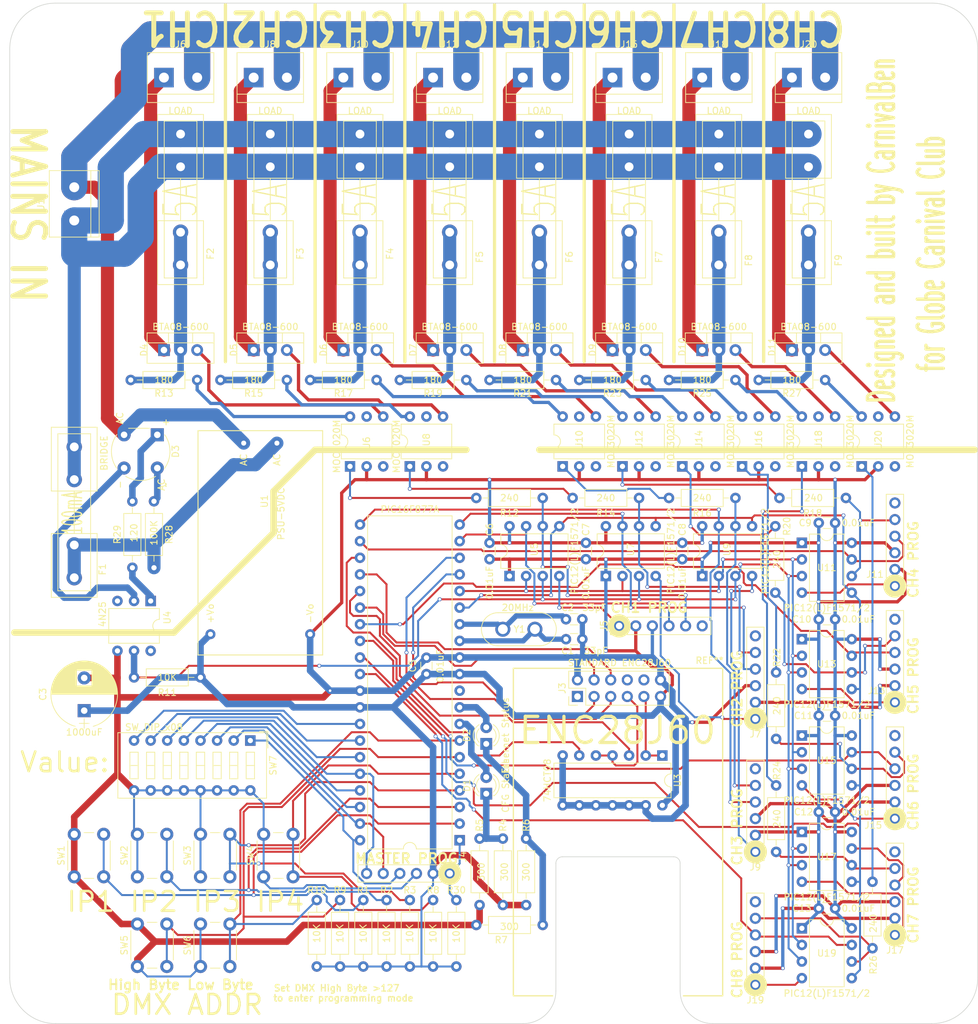
<source format=kicad_pcb>
(kicad_pcb (version 4) (host pcbnew 4.0.7)
  (layers (0 F.Cu signal) (31 B.Cu signal) (34 B.Paste user) (35 F.Paste user) (36 B.SilkS user) (37 F.SilkS user) (38 B.Mask user) (39 F.Mask user) (44 Edge.Cuts user))
  (net 0 "")
  (net 1 /OSC1)
  (net 2 GND)
  (net 3 /OSC2)
  (net 4 5V)
  (net 5 "Net-(D1-Pad1)")
  (net 6 CFG_STATUS)
  (net 7 "Net-(D2-Pad1)")
  (net 8 ETH_STATUS)
  (net 9 "/Channel 1/MT1")
  (net 10 "/Channel 1/MT2")
  (net 11 "/Channel 1/GATE")
  (net 12 "/Channel 2/MT1")
  (net 13 "/Channel 2/MT2")
  (net 14 "/Channel 2/GATE")
  (net 15 "/Channel 3/MT1")
  (net 16 "/Channel 3/MT2")
  (net 17 "/Channel 3/GATE")
  (net 18 "/Channel 4/MT1")
  (net 19 "/Channel 4/MT2")
  (net 20 "/Channel 4/GATE")
  (net 21 "/Channel 5/MT1")
  (net 22 "/Channel 5/MT2")
  (net 23 "/Channel 5/GATE")
  (net 24 "/Channel 6/MT1")
  (net 25 "/Channel 6/MT2")
  (net 26 "/Channel 6/GATE")
  (net 27 "/Channel 7/MT1")
  (net 28 "/Channel 7/MT2")
  (net 29 "/Channel 7/GATE")
  (net 30 "/Channel 8/MT1")
  (net 31 "/Channel 8/MT2")
  (net 32 "/Channel 8/GATE")
  (net 33 LIVE)
  (net 34 /FUSED_LIVE)
  (net 35 NEUTRAL)
  (net 36 /INT)
  (net 37 /RX)
  (net 38 /DATACLK)
  (net 39 /TX)
  (net 40 /RESET)
  (net 41 /CS)
  (net 42 /MCLR)
  (net 43 /BIT7)
  (net 44 /BIT6)
  (net 45 /BIT3)
  (net 46 "Net-(J5-Pad1)")
  (net 47 /CH1)
  (net 48 "Net-(J5-Pad5)")
  (net 49 "Net-(J7-Pad1)")
  (net 50 /CH2)
  (net 51 "Net-(J7-Pad5)")
  (net 52 "Net-(J9-Pad1)")
  (net 53 /CH3)
  (net 54 "Net-(J9-Pad5)")
  (net 55 "Net-(J11-Pad1)")
  (net 56 /CH4)
  (net 57 "Net-(J11-Pad5)")
  (net 58 "Net-(J13-Pad1)")
  (net 59 /CH5)
  (net 60 "Net-(J13-Pad5)")
  (net 61 "Net-(J15-Pad1)")
  (net 62 /CH6)
  (net 63 "Net-(J15-Pad5)")
  (net 64 "Net-(J17-Pad1)")
  (net 65 /CH7)
  (net 66 "Net-(J17-Pad5)")
  (net 67 "Net-(J19-Pad1)")
  (net 68 /CH8)
  (net 69 "Net-(J19-Pad5)")
  (net 70 /IP1)
  (net 71 /IP2)
  (net 72 /DMXAH)
  (net 73 ZC)
  (net 74 "Net-(R12-Pad2)")
  (net 75 "Net-(R13-Pad1)")
  (net 76 "Net-(R14-Pad2)")
  (net 77 "Net-(R15-Pad1)")
  (net 78 "Net-(R16-Pad2)")
  (net 79 "Net-(R17-Pad1)")
  (net 80 "Net-(R18-Pad2)")
  (net 81 "Net-(R19-Pad1)")
  (net 82 "Net-(R20-Pad2)")
  (net 83 "Net-(R21-Pad1)")
  (net 84 "Net-(R22-Pad2)")
  (net 85 "Net-(R23-Pad1)")
  (net 86 "Net-(R24-Pad2)")
  (net 87 "Net-(R25-Pad1)")
  (net 88 "Net-(R26-Pad2)")
  (net 89 "Net-(R27-Pad1)")
  (net 90 "Net-(R29-Pad1)")
  (net 91 /BIT5)
  (net 92 /BIT4)
  (net 93 /BIT2)
  (net 94 /BIT1)
  (net 95 /BIT0)
  (net 96 /RX5v)
  (net 97 /INT5v)
  (net 98 CHNCLK)
  (net 99 CHNDATA)
  (net 100 /ZC_SIG)
  (net 101 "Net-(D3-Pad1)")
  (net 102 /IP3)
  (net 103 /IP4)
  (net 104 /DMXAL)
  (net 105 /ZC_RETURN)
  (module Housings_DIP:DIP-8_W7.62mm (layer F.Cu) (at 134.112 95.504)
    (fp_text reference U11 (at 3.81 3.81) (layer F.SilkS))
    (fp_text value "PIC12(L)F1571/2" (at 3.81 9.95) (layer F.SilkS))
    (pad 1 thru_hole rect (at 0 0) (size 1.6 1.6) (drill 0.8) (layers *.Cu *.Mask) (net 4 5V))
    (pad 5 thru_hole oval (at 7.62 7.62) (size 1.6 1.6) (drill 0.8) (layers *.Cu *.Mask) (net 98 CHNCLK))
    (pad 2 thru_hole oval (at 0 2.54) (size 1.6 1.6) (drill 0.8) (layers *.Cu *.Mask) (net 99 CHNDATA))
    (pad 6 thru_hole oval (at 7.62 5.08) (size 1.6 1.6) (drill 0.8) (layers *.Cu *.Mask) (net 57 "Net-(J11-Pad5)"))
    (pad 3 thru_hole oval (at 0 5.08) (size 1.6 1.6) (drill 0.8) (layers *.Cu *.Mask) (net 73 ZC))
    (pad 7 thru_hole oval (at 7.62 2.54) (size 1.6 1.6) (drill 0.8) (layers *.Cu *.Mask) (net 56 /CH4))
    (pad 4 thru_hole oval (at 0 7.62) (size 1.6 1.6) (drill 0.8) (layers *.Cu *.Mask) (net 55 "Net-(J11-Pad1)"))
    (pad 8 thru_hole oval (at 7.62 0) (size 1.6 1.6) (drill 0.8) (layers *.Cu *.Mask) (net 2 GND))
  )
  (module Resistors_THT:R_Axial_DIN0207_L6.3mm_D2.5mm_P10.16mm_Horizontal (layer F.Cu) (at 137.668 70.612 180)
    (fp_text reference R27 (at 5.08 -2.032 180) (layer F.SilkS))
    (fp_text value 180 (at 5.08 0 180) (layer F.SilkS))
    (pad 1 thru_hole circle (at 0 0 180) (size 1.6 1.6) (drill 0.8) (layers *.Cu *.Mask) (net 89 "Net-(R27-Pad1)"))
    (pad 2 thru_hole oval (at 10.16 0 180) (size 1.6 1.6) (drill 0.8) (layers *.Cu *.Mask) (net 31 "/Channel 8/MT2"))
  )
  (module Mounting_Holes:MountingHole_3.2mm_M3 (layer F.Cu) (at 92.1 161.7)
    (fp_text reference REF** hide)
    (fp_text value MountingHole_3.2mm_M3 hide)
    (pad 1 np_thru_hole circle (at 0 0) (size 3.2 3.2) (drill 3.2) (layers *.Cu *.Mask))
  )
  (module Mounting_Holes:MountingHole_3.2mm_M3 (layer F.Cu) (at 92 117.7)
    (fp_text reference REF** hide)
    (fp_text value MountingHole_3.2mm_M3 hide)
    (pad 1 np_thru_hole circle (at 0 0) (size 3.2 3.2) (drill 3.2) (layers *.Cu *.Mask))
  )
  (module Mounting_Holes:MountingHole_3.2mm_M3 (layer F.Cu) (at 120 161.7)
    (fp_text reference REF** hide)
    (fp_text value MountingHole_3.2mm_M3 hide)
    (pad 1 np_thru_hole circle (at 0 0) (size 3.2 3.2) (drill 3.2) (layers *.Cu *.Mask))
  )
  (module CarnivalBen:HLK-PM01 (layer F.Cu) (at 58.928 109.474 270)
    (fp_text reference U1 (at -20.32 6.985 270) (layer F.SilkS))
    (fp_text value PSU-5VDC (at -18.415 4.445 270) (layer F.SilkS))
    (fp_text user AC (at -26.67 10.16 270) (layer F.SilkS))
    (fp_text user AC (at -26.67 5.08 270) (layer F.SilkS))
    (fp_text user -Vo (at -3.175 0 270) (layer F.SilkS))
    (fp_text user +Vo (at -3.175 15.24 270) (layer F.SilkS))
    (pad 1 thru_hole circle (at 0 15.24 270) (size 1.524 1.524) (drill 0.762) (layers *.Cu *.Mask) (net 4 5V))
    (pad 2 thru_hole circle (at 0 0 270) (size 1.524 1.524) (drill 0.762) (layers *.Cu *.Mask) (net 2 GND))
    (pad 3 thru_hole circle (at -29.21 5.08 270) (size 1.524 1.524) (drill 0.762) (layers *.Cu *.Mask) (net 34 /FUSED_LIVE))
    (pad 4 thru_hole circle (at -29.21 10.16 270) (size 1.524 1.524) (drill 0.762) (layers *.Cu *.Mask) (net 35 NEUTRAL))
  )
  (module Capacitors_THT:C_Disc_D3.0mm_W1.6mm_P2.50mm (layer F.Cu) (at 98.044 110.236)
    (fp_text reference C1 (at 0.254 1.778) (layer F.SilkS))
    (fp_text value 33pF (at 4.572 1.778) (layer F.SilkS))
    (pad 1 thru_hole circle (at 0 0) (size 1.6 1.6) (drill 0.8) (layers *.Cu *.Mask) (net 1 /OSC1))
    (pad 2 thru_hole circle (at 2.5 0) (size 1.6 1.6) (drill 0.8) (layers *.Cu *.Mask) (net 2 GND))
  )
  (module Capacitors_THT:C_Disc_D3.0mm_W1.6mm_P2.50mm (layer F.Cu) (at 98.044 107.188)
    (fp_text reference C2 (at 0.254 -1.778) (layer F.SilkS))
    (fp_text value 33pF (at 4.318 -1.778) (layer F.SilkS))
    (pad 1 thru_hole circle (at 0 0) (size 1.6 1.6) (drill 0.8) (layers *.Cu *.Mask) (net 3 /OSC2))
    (pad 2 thru_hole circle (at 2.5 0) (size 1.6 1.6) (drill 0.8) (layers *.Cu *.Mask) (net 2 GND))
  )
  (module Capacitors_THT:CP_Radial_D10.0mm_P5.00mm (layer F.Cu) (at 24.384 121.158 90)
    (fp_text reference C3 (at 2.5 -6.31 90) (layer F.SilkS))
    (fp_text value 1000uF (at -3.302 0 180) (layer F.SilkS))
    (pad 1 thru_hole rect (at 0 0 90) (size 2 2) (drill 1) (layers *.Cu *.Mask) (net 4 5V))
    (pad 2 thru_hole circle (at 5 0 90) (size 2 2) (drill 1) (layers *.Cu *.Mask) (net 2 GND))
  )
  (module Capacitors_THT:C_Disc_D3.0mm_W1.6mm_P2.50mm (layer F.Cu) (at 76.708 115.57 90)
    (fp_text reference C5 (at 1.25 -2.11 90) (layer F.SilkS))
    (fp_text value 0.01uF (at 1.25 2.11 90) (layer F.SilkS))
    (pad 1 thru_hole circle (at 0 0 90) (size 1.6 1.6) (drill 0.8) (layers *.Cu *.Mask) (net 4 5V))
    (pad 2 thru_hole circle (at 2.5 0 90) (size 1.6 1.6) (drill 0.8) (layers *.Cu *.Mask) (net 2 GND))
  )
  (module Capacitors_THT:C_Disc_D3.0mm_W1.6mm_P2.50mm (layer F.Cu) (at 86.36 95.504 270)
    (fp_text reference C6 (at -2.032 0 270) (layer F.SilkS))
    (fp_text value 0.01uF (at 6.096 0 270) (layer F.SilkS))
    (pad 1 thru_hole circle (at 0 0 270) (size 1.6 1.6) (drill 0.8) (layers *.Cu *.Mask) (net 2 GND))
    (pad 2 thru_hole circle (at 2.5 0 270) (size 1.6 1.6) (drill 0.8) (layers *.Cu *.Mask) (net 4 5V))
  )
  (module Capacitors_THT:C_Disc_D3.0mm_W1.6mm_P2.50mm (layer F.Cu) (at 101.092 95.504 270)
    (fp_text reference C7 (at -2.032 0 270) (layer F.SilkS))
    (fp_text value 0.01uF (at 6.096 0 270) (layer F.SilkS))
    (pad 1 thru_hole circle (at 0 0 270) (size 1.6 1.6) (drill 0.8) (layers *.Cu *.Mask) (net 2 GND))
    (pad 2 thru_hole circle (at 2.5 0 270) (size 1.6 1.6) (drill 0.8) (layers *.Cu *.Mask) (net 4 5V))
  )
  (module Capacitors_THT:C_Disc_D3.0mm_W1.6mm_P2.50mm (layer F.Cu) (at 115.824 95.504 270)
    (fp_text reference C8 (at -2.032 0 270) (layer F.SilkS))
    (fp_text value 0.01uF (at 6.096 0 270) (layer F.SilkS))
    (pad 1 thru_hole circle (at 0 0 270) (size 1.6 1.6) (drill 0.8) (layers *.Cu *.Mask) (net 2 GND))
    (pad 2 thru_hole circle (at 2.5 0 270) (size 1.6 1.6) (drill 0.8) (layers *.Cu *.Mask) (net 4 5V))
  )
  (module Capacitors_THT:C_Disc_D3.0mm_W1.6mm_P2.50mm (layer F.Cu) (at 139.192 92.456 180)
    (fp_text reference C9 (at 4.572 0 180) (layer F.SilkS))
    (fp_text value 0.01uF (at -3.556 0 180) (layer F.SilkS))
    (pad 1 thru_hole circle (at 0 0 180) (size 1.6 1.6) (drill 0.8) (layers *.Cu *.Mask) (net 2 GND))
    (pad 2 thru_hole circle (at 2.5 0 180) (size 1.6 1.6) (drill 0.8) (layers *.Cu *.Mask) (net 4 5V))
  )
  (module Capacitors_THT:C_Disc_D3.0mm_W1.6mm_P2.50mm (layer F.Cu) (at 139.192 107.188 180)
    (fp_text reference C10 (at 5.08 0 180) (layer F.SilkS))
    (fp_text value 0.01uF (at -3.556 0 180) (layer F.SilkS))
    (pad 1 thru_hole circle (at 0 0 180) (size 1.6 1.6) (drill 0.8) (layers *.Cu *.Mask) (net 2 GND))
    (pad 2 thru_hole circle (at 2.5 0 180) (size 1.6 1.6) (drill 0.8) (layers *.Cu *.Mask) (net 4 5V))
  )
  (module Capacitors_THT:C_Disc_D3.0mm_W1.6mm_P2.50mm (layer F.Cu) (at 139.192 121.92 180)
    (fp_text reference C11 (at 4.826 0 180) (layer F.SilkS))
    (fp_text value 0.01uF (at -3.556 0 180) (layer F.SilkS))
    (pad 1 thru_hole circle (at 0 0 180) (size 1.6 1.6) (drill 0.8) (layers *.Cu *.Mask) (net 2 GND))
    (pad 2 thru_hole circle (at 2.5 0 180) (size 1.6 1.6) (drill 0.8) (layers *.Cu *.Mask) (net 4 5V))
  )
  (module Capacitors_THT:C_Disc_D3.0mm_W1.6mm_P2.50mm (layer F.Cu) (at 139.192 136.652 180)
    (fp_text reference C12 (at 4.826 0 180) (layer F.SilkS))
    (fp_text value 0.01uF (at -3.556 0 180) (layer F.SilkS))
    (pad 1 thru_hole circle (at 0 0 180) (size 1.6 1.6) (drill 0.8) (layers *.Cu *.Mask) (net 2 GND))
    (pad 2 thru_hole circle (at 2.5 0 180) (size 1.6 1.6) (drill 0.8) (layers *.Cu *.Mask) (net 4 5V))
  )
  (module Capacitors_THT:C_Disc_D3.0mm_W1.6mm_P2.50mm (layer F.Cu) (at 139.192 151.384 180)
    (fp_text reference C13 (at 5.08 0 180) (layer F.SilkS))
    (fp_text value 0.01uF (at -3.556 0 180) (layer F.SilkS))
    (pad 1 thru_hole circle (at 0 0 180) (size 1.6 1.6) (drill 0.8) (layers *.Cu *.Mask) (net 2 GND))
    (pad 2 thru_hole circle (at 2.5 0 180) (size 1.6 1.6) (drill 0.8) (layers *.Cu *.Mask) (net 4 5V))
  )
  (module LEDs:LED_D3.0mm (layer F.Cu) (at 85.852 133.858 90)
    (fp_text reference D1 (at 1.27 -2.96 90) (layer F.SilkS))
    (fp_text value "CFG Status" (at 1.27 2.96 90) (layer F.SilkS))
    (pad 1 thru_hole rect (at 0 0 90) (size 1.8 1.8) (drill 0.9) (layers *.Cu *.Mask) (net 5 "Net-(D1-Pad1)"))
    (pad 2 thru_hole circle (at 2.54 0 90) (size 1.8 1.8) (drill 0.9) (layers *.Cu *.Mask) (net 6 CFG_STATUS))
  )
  (module LEDs:LED_D3.0mm (layer F.Cu) (at 85.852 126.238 90)
    (fp_text reference D2 (at 1.27 -2.96 90) (layer F.SilkS))
    (fp_text value "Ethernet Status" (at 1.27 2.96 90) (layer F.SilkS))
    (pad 1 thru_hole rect (at 0 0 90) (size 1.8 1.8) (drill 0.9) (layers *.Cu *.Mask) (net 7 "Net-(D2-Pad1)"))
    (pad 2 thru_hole circle (at 2.54 0 90) (size 1.8 1.8) (drill 0.9) (layers *.Cu *.Mask) (net 8 ETH_STATUS))
  )
  (module TO_SOT_Packages_THT:TO-220-3_Vertical (layer F.Cu) (at 36.576 66.04)
    (fp_text reference D4 (at -3.048 0 90) (layer F.SilkS))
    (fp_text value BTA08-600 (at 2.54 -3.556) (layer F.SilkS))
    (pad 1 thru_hole rect (at 0 0) (size 1.8 1.8) (drill 1) (layers *.Cu *.Mask) (net 9 "/Channel 1/MT1"))
    (pad 2 thru_hole oval (at 2.54 0) (size 1.8 1.8) (drill 1) (layers *.Cu *.Mask) (net 10 "/Channel 1/MT2"))
    (pad 3 thru_hole oval (at 5.08 0) (size 1.8 1.8) (drill 1) (layers *.Cu *.Mask) (net 11 "/Channel 1/GATE"))
  )
  (module TO_SOT_Packages_THT:TO-220-3_Vertical (layer F.Cu) (at 50.292 66.04)
    (fp_text reference D5 (at -3.048 0 90) (layer F.SilkS))
    (fp_text value BTA08-600 (at 2.54 -3.556) (layer F.SilkS))
    (pad 1 thru_hole rect (at 0 0) (size 1.8 1.8) (drill 1) (layers *.Cu *.Mask) (net 12 "/Channel 2/MT1"))
    (pad 2 thru_hole oval (at 2.54 0) (size 1.8 1.8) (drill 1) (layers *.Cu *.Mask) (net 13 "/Channel 2/MT2"))
    (pad 3 thru_hole oval (at 5.08 0) (size 1.8 1.8) (drill 1) (layers *.Cu *.Mask) (net 14 "/Channel 2/GATE"))
  )
  (module TO_SOT_Packages_THT:TO-220-3_Vertical (layer F.Cu) (at 64.008 66.04)
    (fp_text reference D6 (at -3.048 0 90) (layer F.SilkS))
    (fp_text value BTA08-600 (at 2.54 -3.556) (layer F.SilkS))
    (pad 1 thru_hole rect (at 0 0) (size 1.8 1.8) (drill 1) (layers *.Cu *.Mask) (net 15 "/Channel 3/MT1"))
    (pad 2 thru_hole oval (at 2.54 0) (size 1.8 1.8) (drill 1) (layers *.Cu *.Mask) (net 16 "/Channel 3/MT2"))
    (pad 3 thru_hole oval (at 5.08 0) (size 1.8 1.8) (drill 1) (layers *.Cu *.Mask) (net 17 "/Channel 3/GATE"))
  )
  (module TO_SOT_Packages_THT:TO-220-3_Vertical (layer F.Cu) (at 77.724 66.04)
    (fp_text reference D7 (at -3.048 0 270) (layer F.SilkS))
    (fp_text value BTA08-600 (at 2.54 -3.556) (layer F.SilkS))
    (pad 1 thru_hole rect (at 0 0) (size 1.8 1.8) (drill 1) (layers *.Cu *.Mask) (net 18 "/Channel 4/MT1"))
    (pad 2 thru_hole oval (at 2.54 0) (size 1.8 1.8) (drill 1) (layers *.Cu *.Mask) (net 19 "/Channel 4/MT2"))
    (pad 3 thru_hole oval (at 5.08 0) (size 1.8 1.8) (drill 1) (layers *.Cu *.Mask) (net 20 "/Channel 4/GATE"))
  )
  (module TO_SOT_Packages_THT:TO-220-3_Vertical (layer F.Cu) (at 91.44 66.04)
    (fp_text reference D8 (at -3.048 0 90) (layer F.SilkS))
    (fp_text value BTA08-600 (at 2.54 -3.556) (layer F.SilkS))
    (pad 1 thru_hole rect (at 0 0) (size 1.8 1.8) (drill 1) (layers *.Cu *.Mask) (net 21 "/Channel 5/MT1"))
    (pad 2 thru_hole oval (at 2.54 0) (size 1.8 1.8) (drill 1) (layers *.Cu *.Mask) (net 22 "/Channel 5/MT2"))
    (pad 3 thru_hole oval (at 5.08 0) (size 1.8 1.8) (drill 1) (layers *.Cu *.Mask) (net 23 "/Channel 5/GATE"))
  )
  (module TO_SOT_Packages_THT:TO-220-3_Vertical (layer F.Cu) (at 105.156 66.04)
    (fp_text reference D9 (at -3.048 0 90) (layer F.SilkS))
    (fp_text value BTA08-600 (at 2.54 -3.556) (layer F.SilkS))
    (pad 1 thru_hole rect (at 0 0) (size 1.8 1.8) (drill 1) (layers *.Cu *.Mask) (net 24 "/Channel 6/MT1"))
    (pad 2 thru_hole oval (at 2.54 0) (size 1.8 1.8) (drill 1) (layers *.Cu *.Mask) (net 25 "/Channel 6/MT2"))
    (pad 3 thru_hole oval (at 5.08 0) (size 1.8 1.8) (drill 1) (layers *.Cu *.Mask) (net 26 "/Channel 6/GATE"))
  )
  (module TO_SOT_Packages_THT:TO-220-3_Vertical (layer F.Cu) (at 118.872 66.04)
    (fp_text reference D10 (at -3.048 -0.508 90) (layer F.SilkS))
    (fp_text value BTA08-600 (at 2.54 -3.556) (layer F.SilkS))
    (pad 1 thru_hole rect (at 0 0) (size 1.8 1.8) (drill 1) (layers *.Cu *.Mask) (net 27 "/Channel 7/MT1"))
    (pad 2 thru_hole oval (at 2.54 0) (size 1.8 1.8) (drill 1) (layers *.Cu *.Mask) (net 28 "/Channel 7/MT2"))
    (pad 3 thru_hole oval (at 5.08 0) (size 1.8 1.8) (drill 1) (layers *.Cu *.Mask) (net 29 "/Channel 7/GATE"))
  )
  (module TO_SOT_Packages_THT:TO-220-3_Vertical (layer F.Cu) (at 132.588 66.04)
    (fp_text reference D11 (at -3.048 -0.508 90) (layer F.SilkS))
    (fp_text value BTA08-600 (at 2.54 -3.556) (layer F.SilkS))
    (pad 1 thru_hole rect (at 0 0) (size 1.8 1.8) (drill 1) (layers *.Cu *.Mask) (net 30 "/Channel 8/MT1"))
    (pad 2 thru_hole oval (at 2.54 0) (size 1.8 1.8) (drill 1) (layers *.Cu *.Mask) (net 31 "/Channel 8/MT2"))
    (pad 3 thru_hole oval (at 5.08 0) (size 1.8 1.8) (drill 1) (layers *.Cu *.Mask) (net 32 "/Channel 8/GATE"))
  )
  (module Fuse_Holders_and_Fuses:Fuseholder5x20_horiz_open_inline_Type-I (layer F.Cu) (at 22.86 100.838 90)
    (fp_text reference F1 (at 1.27 4.318 90) (layer F.SilkS))
    (fp_text value 100mA (at 9.906 -0.254 90) (layer F.SilkS) (effects (font (size 3 1.3) (thickness 0.2))))
    (pad 2 thru_hole circle (at 15 0 90) (size 2.35 2.35) (drill 1.35) (layers *.Cu *.Mask) (net 33 LIVE))
    (pad 2 thru_hole circle (at 20 0 90) (size 2.35 2.35) (drill 1.35) (layers *.Cu *.Mask) (net 33 LIVE))
    (pad 1 thru_hole circle (at 5 0 90) (size 2.35 2.35) (drill 1.35) (layers *.Cu *.Mask) (net 34 /FUSED_LIVE))
    (pad 1 thru_hole circle (at 0 0 90) (size 2.35 2.35) (drill 1.35) (layers *.Cu *.Mask) (net 34 /FUSED_LIVE))
  )
  (module Fuse_Holders_and_Fuses:Fuseholder5x20_horiz_open_inline_Type-I (layer F.Cu) (at 39.116 33.02 270)
    (fp_text reference F2 (at 18.288 -4.572 270) (layer F.SilkS))
    (fp_text value 5A (at 10.16 0 270) (layer F.SilkS) (effects (font (size 5 3) (thickness 0.2))))
    (pad 2 thru_hole circle (at 15 0 270) (size 2.35 2.35) (drill 1.35) (layers *.Cu *.Mask) (net 10 "/Channel 1/MT2"))
    (pad 2 thru_hole circle (at 20 0 270) (size 2.35 2.35) (drill 1.35) (layers *.Cu *.Mask) (net 10 "/Channel 1/MT2"))
    (pad 1 thru_hole circle (at 5 0 270) (size 2.35 2.35) (drill 1.35) (layers *.Cu *.Mask) (net 33 LIVE))
    (pad 1 thru_hole circle (at 0 0 270) (size 2.35 2.35) (drill 1.35) (layers *.Cu *.Mask) (net 33 LIVE))
  )
  (module Fuse_Holders_and_Fuses:Fuseholder5x20_horiz_open_inline_Type-I (layer F.Cu) (at 52.832 33.02 270)
    (fp_text reference F3 (at 18.288 -4.572 270) (layer F.SilkS))
    (fp_text value 5A (at 10.16 0 270) (layer F.SilkS) (effects (font (size 5 3) (thickness 0.2))))
    (pad 2 thru_hole circle (at 15 0 270) (size 2.35 2.35) (drill 1.35) (layers *.Cu *.Mask) (net 13 "/Channel 2/MT2"))
    (pad 2 thru_hole circle (at 20 0 270) (size 2.35 2.35) (drill 1.35) (layers *.Cu *.Mask) (net 13 "/Channel 2/MT2"))
    (pad 1 thru_hole circle (at 5 0 270) (size 2.35 2.35) (drill 1.35) (layers *.Cu *.Mask) (net 33 LIVE))
    (pad 1 thru_hole circle (at 0 0 270) (size 2.35 2.35) (drill 1.35) (layers *.Cu *.Mask) (net 33 LIVE))
  )
  (module Fuse_Holders_and_Fuses:Fuseholder5x20_horiz_open_inline_Type-I (layer F.Cu) (at 66.548 33.02 270)
    (fp_text reference F4 (at 18.288 -4.572 270) (layer F.SilkS))
    (fp_text value 5A (at 10.16 0 270) (layer F.SilkS) (effects (font (size 5 3) (thickness 0.2))))
    (pad 2 thru_hole circle (at 15 0 270) (size 2.35 2.35) (drill 1.35) (layers *.Cu *.Mask) (net 16 "/Channel 3/MT2"))
    (pad 2 thru_hole circle (at 20 0 270) (size 2.35 2.35) (drill 1.35) (layers *.Cu *.Mask) (net 16 "/Channel 3/MT2"))
    (pad 1 thru_hole circle (at 5 0 270) (size 2.35 2.35) (drill 1.35) (layers *.Cu *.Mask) (net 33 LIVE))
    (pad 1 thru_hole circle (at 0 0 270) (size 2.35 2.35) (drill 1.35) (layers *.Cu *.Mask) (net 33 LIVE))
  )
  (module Fuse_Holders_and_Fuses:Fuseholder5x20_horiz_open_inline_Type-I (layer F.Cu) (at 80.264 33.02 270)
    (fp_text reference F5 (at 18.796 -4.572 270) (layer F.SilkS))
    (fp_text value 5A (at 10.16 0 270) (layer F.SilkS) (effects (font (size 5 3) (thickness 0.2))))
    (pad 2 thru_hole circle (at 15 0 270) (size 2.35 2.35) (drill 1.35) (layers *.Cu *.Mask) (net 19 "/Channel 4/MT2"))
    (pad 2 thru_hole circle (at 20 0 270) (size 2.35 2.35) (drill 1.35) (layers *.Cu *.Mask) (net 19 "/Channel 4/MT2"))
    (pad 1 thru_hole circle (at 5 0 270) (size 2.35 2.35) (drill 1.35) (layers *.Cu *.Mask) (net 33 LIVE))
    (pad 1 thru_hole circle (at 0 0 270) (size 2.35 2.35) (drill 1.35) (layers *.Cu *.Mask) (net 33 LIVE))
  )
  (module Fuse_Holders_and_Fuses:Fuseholder5x20_horiz_open_inline_Type-I (layer F.Cu) (at 93.98 33.02 270)
    (fp_text reference F6 (at 18.796 -4.572 270) (layer F.SilkS))
    (fp_text value 5A (at 10.16 0 270) (layer F.SilkS) (effects (font (size 5 3) (thickness 0.2))))
    (pad 2 thru_hole circle (at 15 0 270) (size 2.35 2.35) (drill 1.35) (layers *.Cu *.Mask) (net 22 "/Channel 5/MT2"))
    (pad 2 thru_hole circle (at 20 0 270) (size 2.35 2.35) (drill 1.35) (layers *.Cu *.Mask) (net 22 "/Channel 5/MT2"))
    (pad 1 thru_hole circle (at 5 0 270) (size 2.35 2.35) (drill 1.35) (layers *.Cu *.Mask) (net 33 LIVE))
    (pad 1 thru_hole circle (at 0 0 270) (size 2.35 2.35) (drill 1.35) (layers *.Cu *.Mask) (net 33 LIVE))
  )
  (module Fuse_Holders_and_Fuses:Fuseholder5x20_horiz_open_inline_Type-I (layer F.Cu) (at 107.696 33.02 270)
    (fp_text reference F7 (at 18.796 -4.572 270) (layer F.SilkS))
    (fp_text value 5A (at 10.16 0 270) (layer F.SilkS) (effects (font (size 5 3) (thickness 0.2))))
    (pad 2 thru_hole circle (at 15 0 270) (size 2.35 2.35) (drill 1.35) (layers *.Cu *.Mask) (net 25 "/Channel 6/MT2"))
    (pad 2 thru_hole circle (at 20 0 270) (size 2.35 2.35) (drill 1.35) (layers *.Cu *.Mask) (net 25 "/Channel 6/MT2"))
    (pad 1 thru_hole circle (at 5 0 270) (size 2.35 2.35) (drill 1.35) (layers *.Cu *.Mask) (net 33 LIVE))
    (pad 1 thru_hole circle (at 0 0 270) (size 2.35 2.35) (drill 1.35) (layers *.Cu *.Mask) (net 33 LIVE))
  )
  (module Fuse_Holders_and_Fuses:Fuseholder5x20_horiz_open_inline_Type-I (layer F.Cu) (at 121.412 33.02 270)
    (fp_text reference F8 (at 19.304 -4.572 270) (layer F.SilkS))
    (fp_text value 5A (at 10.16 0 270) (layer F.SilkS) (effects (font (size 5 3) (thickness 0.2))))
    (pad 2 thru_hole circle (at 15 0 270) (size 2.35 2.35) (drill 1.35) (layers *.Cu *.Mask) (net 28 "/Channel 7/MT2"))
    (pad 2 thru_hole circle (at 20 0 270) (size 2.35 2.35) (drill 1.35) (layers *.Cu *.Mask) (net 28 "/Channel 7/MT2"))
    (pad 1 thru_hole circle (at 5 0 270) (size 2.35 2.35) (drill 1.35) (layers *.Cu *.Mask) (net 33 LIVE))
    (pad 1 thru_hole circle (at 0 0 270) (size 2.35 2.35) (drill 1.35) (layers *.Cu *.Mask) (net 33 LIVE))
  )
  (module Fuse_Holders_and_Fuses:Fuseholder5x20_horiz_open_inline_Type-I (layer F.Cu) (at 135.128 33.02 270)
    (fp_text reference F9 (at 19.304 -4.572 270) (layer F.SilkS))
    (fp_text value 5A (at 10.16 0 270) (layer F.SilkS) (effects (font (size 5 3) (thickness 0.2))))
    (pad 2 thru_hole circle (at 15 0 270) (size 2.35 2.35) (drill 1.35) (layers *.Cu *.Mask) (net 31 "/Channel 8/MT2"))
    (pad 2 thru_hole circle (at 20 0 270) (size 2.35 2.35) (drill 1.35) (layers *.Cu *.Mask) (net 31 "/Channel 8/MT2"))
    (pad 1 thru_hole circle (at 5 0 270) (size 2.35 2.35) (drill 1.35) (layers *.Cu *.Mask) (net 33 LIVE))
    (pad 1 thru_hole circle (at 0 0 270) (size 2.35 2.35) (drill 1.35) (layers *.Cu *.Mask) (net 33 LIVE))
  )
  (module Connectors_Terminal_Blocks:TerminalBlock_bornier-2_P5.08mm (layer F.Cu) (at 22.86 46.228 90)
    (fp_text reference J1 (at 2.54 -5.08 90) (layer F.SilkS))
    (fp_text value "MAINS IN" hide)
    (pad 1 thru_hole rect (at 0 0 90) (size 3 3) (drill 1.52) (layers *.Cu *.Mask) (net 33 LIVE))
    (pad 2 thru_hole circle (at 5.08 0 90) (size 3 3) (drill 1.52) (layers *.Cu *.Mask) (net 35 NEUTRAL))
  )
  (module Pin_Headers:Pin_Header_Straight_1x06_Pitch2.54mm (layer F.Cu) (at 80.264 146.05 270)
    (fp_text reference J4 (at -2.54 -2.032 270) (layer F.SilkS))
    (fp_text value "MASTER PROG" hide)
    (pad 1 thru_hole rect (at 0 0 270) (size 1.7 1.7) (drill 1) (layers *.Cu *.Mask) (net 42 /MCLR))
    (pad 2 thru_hole oval (at 0 2.54 270) (size 1.7 1.7) (drill 1) (layers *.Cu *.Mask) (net 4 5V))
    (pad 3 thru_hole oval (at 0 5.08 270) (size 1.7 1.7) (drill 1) (layers *.Cu *.Mask) (net 2 GND))
    (pad 4 thru_hole oval (at 0 7.62 270) (size 1.7 1.7) (drill 1) (layers *.Cu *.Mask) (net 43 /BIT7))
    (pad 5 thru_hole oval (at 0 10.16 270) (size 1.7 1.7) (drill 1) (layers *.Cu *.Mask) (net 44 /BIT6))
    (pad 6 thru_hole oval (at 0 12.7 270) (size 1.7 1.7) (drill 1) (layers *.Cu *.Mask) (net 45 /BIT3))
  )
  (module Pin_Headers:Pin_Header_Straight_1x06_Pitch2.54mm (layer F.Cu) (at 106.172 108.204 90)
    (fp_text reference J5 (at 0 -2.33 90) (layer F.SilkS))
    (fp_text value PRG hide)
    (pad 1 thru_hole rect (at 0 0 90) (size 1.7 1.7) (drill 1) (layers *.Cu *.Mask) (net 46 "Net-(J5-Pad1)"))
    (pad 2 thru_hole oval (at 0 2.54 90) (size 1.7 1.7) (drill 1) (layers *.Cu *.Mask) (net 4 5V))
    (pad 3 thru_hole oval (at 0 5.08 90) (size 1.7 1.7) (drill 1) (layers *.Cu *.Mask) (net 2 GND))
    (pad 4 thru_hole oval (at 0 7.62 90) (size 1.7 1.7) (drill 1) (layers *.Cu *.Mask) (net 47 /CH1))
    (pad 5 thru_hole oval (at 0 10.16 90) (size 1.7 1.7) (drill 1) (layers *.Cu *.Mask) (net 48 "Net-(J5-Pad5)"))
    (pad 6 thru_hole oval (at 0 12.7 90) (size 1.7 1.7) (drill 1) (layers *.Cu *.Mask))
  )
  (module Connectors_Terminal_Blocks:TerminalBlock_bornier-2_P5.08mm (layer F.Cu) (at 36.576 24.384)
    (fp_text reference J6 (at 2.54 -5.08) (layer F.SilkS))
    (fp_text value LOAD (at 2.54 5.08) (layer F.SilkS))
    (pad 1 thru_hole rect (at 0 0) (size 3 3) (drill 1.52) (layers *.Cu *.Mask) (net 9 "/Channel 1/MT1"))
    (pad 2 thru_hole circle (at 5.08 0) (size 3 3) (drill 1.52) (layers *.Cu *.Mask) (net 35 NEUTRAL))
  )
  (module Pin_Headers:Pin_Header_Straight_1x06_Pitch2.54mm (layer F.Cu) (at 127 122.428 180)
    (fp_text reference J7 (at 0 -2.33 180) (layer F.SilkS))
    (fp_text value PRG hide)
    (pad 1 thru_hole rect (at 0 0 180) (size 1.7 1.7) (drill 1) (layers *.Cu *.Mask) (net 49 "Net-(J7-Pad1)"))
    (pad 2 thru_hole oval (at 0 2.54 180) (size 1.7 1.7) (drill 1) (layers *.Cu *.Mask) (net 4 5V))
    (pad 3 thru_hole oval (at 0 5.08 180) (size 1.7 1.7) (drill 1) (layers *.Cu *.Mask) (net 2 GND))
    (pad 4 thru_hole oval (at 0 7.62 180) (size 1.7 1.7) (drill 1) (layers *.Cu *.Mask) (net 50 /CH2))
    (pad 5 thru_hole oval (at 0 10.16 180) (size 1.7 1.7) (drill 1) (layers *.Cu *.Mask) (net 51 "Net-(J7-Pad5)"))
    (pad 6 thru_hole oval (at 0 12.7 180) (size 1.7 1.7) (drill 1) (layers *.Cu *.Mask))
  )
  (module Connectors_Terminal_Blocks:TerminalBlock_bornier-2_P5.08mm (layer F.Cu) (at 50.292 24.384)
    (fp_text reference J8 (at 2.54 -5.08) (layer F.SilkS))
    (fp_text value LOAD (at 2.54 5.08) (layer F.SilkS))
    (pad 1 thru_hole rect (at 0 0) (size 3 3) (drill 1.52) (layers *.Cu *.Mask) (net 12 "/Channel 2/MT1"))
    (pad 2 thru_hole circle (at 5.08 0) (size 3 3) (drill 1.52) (layers *.Cu *.Mask) (net 35 NEUTRAL))
  )
  (module Pin_Headers:Pin_Header_Straight_1x06_Pitch2.54mm (layer F.Cu) (at 127 142.748 180)
    (fp_text reference J9 (at 0 -2.33 180) (layer F.SilkS))
    (fp_text value PRG hide)
    (pad 1 thru_hole rect (at 0 0 180) (size 1.7 1.7) (drill 1) (layers *.Cu *.Mask) (net 52 "Net-(J9-Pad1)"))
    (pad 2 thru_hole oval (at 0 2.54 180) (size 1.7 1.7) (drill 1) (layers *.Cu *.Mask) (net 4 5V))
    (pad 3 thru_hole oval (at 0 5.08 180) (size 1.7 1.7) (drill 1) (layers *.Cu *.Mask) (net 2 GND))
    (pad 4 thru_hole oval (at 0 7.62 180) (size 1.7 1.7) (drill 1) (layers *.Cu *.Mask) (net 53 /CH3))
    (pad 5 thru_hole oval (at 0 10.16 180) (size 1.7 1.7) (drill 1) (layers *.Cu *.Mask) (net 54 "Net-(J9-Pad5)"))
    (pad 6 thru_hole oval (at 0 12.7 180) (size 1.7 1.7) (drill 1) (layers *.Cu *.Mask))
  )
  (module Connectors_Terminal_Blocks:TerminalBlock_bornier-2_P5.08mm (layer F.Cu) (at 64.008 24.384)
    (fp_text reference J10 (at 2.54 -5.08) (layer F.SilkS))
    (fp_text value LOAD (at 2.54 5.08) (layer F.SilkS))
    (pad 1 thru_hole rect (at 0 0) (size 3 3) (drill 1.52) (layers *.Cu *.Mask) (net 15 "/Channel 3/MT1"))
    (pad 2 thru_hole circle (at 5.08 0) (size 3 3) (drill 1.52) (layers *.Cu *.Mask) (net 35 NEUTRAL))
  )
  (module Pin_Headers:Pin_Header_Straight_1x06_Pitch2.54mm (layer F.Cu) (at 148.336 102.108 180)
    (fp_text reference J11 (at 3.048 1.778 180) (layer F.SilkS))
    (fp_text value PRG hide)
    (pad 1 thru_hole rect (at 0 0 180) (size 1.7 1.7) (drill 1) (layers *.Cu *.Mask) (net 55 "Net-(J11-Pad1)"))
    (pad 2 thru_hole oval (at 0 2.54 180) (size 1.7 1.7) (drill 1) (layers *.Cu *.Mask) (net 4 5V))
    (pad 3 thru_hole oval (at 0 5.08 180) (size 1.7 1.7) (drill 1) (layers *.Cu *.Mask) (net 2 GND))
    (pad 4 thru_hole oval (at 0 7.62 180) (size 1.7 1.7) (drill 1) (layers *.Cu *.Mask) (net 56 /CH4))
    (pad 5 thru_hole oval (at 0 10.16 180) (size 1.7 1.7) (drill 1) (layers *.Cu *.Mask) (net 57 "Net-(J11-Pad5)"))
    (pad 6 thru_hole oval (at 0 12.7 180) (size 1.7 1.7) (drill 1) (layers *.Cu *.Mask))
  )
  (module Connectors_Terminal_Blocks:TerminalBlock_bornier-2_P5.08mm (layer F.Cu) (at 77.724 24.384)
    (fp_text reference J12 (at 2.54 -5.08) (layer F.SilkS))
    (fp_text value LOAD (at 2.54 5.08) (layer F.SilkS))
    (pad 1 thru_hole rect (at 0 0) (size 3 3) (drill 1.52) (layers *.Cu *.Mask) (net 18 "/Channel 4/MT1"))
    (pad 2 thru_hole circle (at 5.08 0) (size 3 3) (drill 1.52) (layers *.Cu *.Mask) (net 35 NEUTRAL))
  )
  (module Pin_Headers:Pin_Header_Straight_1x06_Pitch2.54mm (layer F.Cu) (at 148.336 119.888 180)
    (fp_text reference J13 (at 2.794 1.778 180) (layer F.SilkS))
    (fp_text value PRG hide)
    (pad 1 thru_hole rect (at 0 0 180) (size 1.7 1.7) (drill 1) (layers *.Cu *.Mask) (net 58 "Net-(J13-Pad1)"))
    (pad 2 thru_hole oval (at 0 2.54 180) (size 1.7 1.7) (drill 1) (layers *.Cu *.Mask) (net 4 5V))
    (pad 3 thru_hole oval (at 0 5.08 180) (size 1.7 1.7) (drill 1) (layers *.Cu *.Mask) (net 2 GND))
    (pad 4 thru_hole oval (at 0 7.62 180) (size 1.7 1.7) (drill 1) (layers *.Cu *.Mask) (net 59 /CH5))
    (pad 5 thru_hole oval (at 0 10.16 180) (size 1.7 1.7) (drill 1) (layers *.Cu *.Mask) (net 60 "Net-(J13-Pad5)"))
    (pad 6 thru_hole oval (at 0 12.7 180) (size 1.7 1.7) (drill 1) (layers *.Cu *.Mask))
  )
  (module Connectors_Terminal_Blocks:TerminalBlock_bornier-2_P5.08mm (layer F.Cu) (at 91.44 24.384)
    (fp_text reference J14 (at 2.54 -5.08) (layer F.SilkS))
    (fp_text value LOAD (at 2.54 5.08) (layer F.SilkS))
    (pad 1 thru_hole rect (at 0 0) (size 3 3) (drill 1.52) (layers *.Cu *.Mask) (net 21 "/Channel 5/MT1"))
    (pad 2 thru_hole circle (at 5.08 0) (size 3 3) (drill 1.52) (layers *.Cu *.Mask) (net 35 NEUTRAL))
  )
  (module Pin_Headers:Pin_Header_Straight_1x06_Pitch2.54mm (layer F.Cu) (at 148.336 137.668 180)
    (fp_text reference J15 (at 3.302 -1.016 180) (layer F.SilkS))
    (fp_text value PRG hide)
    (pad 1 thru_hole rect (at 0 0 180) (size 1.7 1.7) (drill 1) (layers *.Cu *.Mask) (net 61 "Net-(J15-Pad1)"))
    (pad 2 thru_hole oval (at 0 2.54 180) (size 1.7 1.7) (drill 1) (layers *.Cu *.Mask) (net 4 5V))
    (pad 3 thru_hole oval (at 0 5.08 180) (size 1.7 1.7) (drill 1) (layers *.Cu *.Mask) (net 2 GND))
    (pad 4 thru_hole oval (at 0 7.62 180) (size 1.7 1.7) (drill 1) (layers *.Cu *.Mask) (net 62 /CH6))
    (pad 5 thru_hole oval (at 0 10.16 180) (size 1.7 1.7) (drill 1) (layers *.Cu *.Mask) (net 63 "Net-(J15-Pad5)"))
    (pad 6 thru_hole oval (at 0 12.7 180) (size 1.7 1.7) (drill 1) (layers *.Cu *.Mask))
  )
  (module Connectors_Terminal_Blocks:TerminalBlock_bornier-2_P5.08mm (layer F.Cu) (at 105.156 24.384)
    (fp_text reference J16 (at 2.54 -5.08) (layer F.SilkS))
    (fp_text value LOAD (at 2.54 5.08) (layer F.SilkS))
    (pad 1 thru_hole rect (at 0 0) (size 3 3) (drill 1.52) (layers *.Cu *.Mask) (net 24 "/Channel 6/MT1"))
    (pad 2 thru_hole circle (at 5.08 0) (size 3 3) (drill 1.52) (layers *.Cu *.Mask) (net 35 NEUTRAL))
  )
  (module Pin_Headers:Pin_Header_Straight_1x06_Pitch2.54mm (layer F.Cu) (at 148.336 155.448 180)
    (fp_text reference J17 (at 0 -2.33 180) (layer F.SilkS))
    (fp_text value PRG hide)
    (pad 1 thru_hole rect (at 0 0 180) (size 1.7 1.7) (drill 1) (layers *.Cu *.Mask) (net 64 "Net-(J17-Pad1)"))
    (pad 2 thru_hole oval (at 0 2.54 180) (size 1.7 1.7) (drill 1) (layers *.Cu *.Mask) (net 4 5V))
    (pad 3 thru_hole oval (at 0 5.08 180) (size 1.7 1.7) (drill 1) (layers *.Cu *.Mask) (net 2 GND))
    (pad 4 thru_hole oval (at 0 7.62 180) (size 1.7 1.7) (drill 1) (layers *.Cu *.Mask) (net 65 /CH7))
    (pad 5 thru_hole oval (at 0 10.16 180) (size 1.7 1.7) (drill 1) (layers *.Cu *.Mask) (net 66 "Net-(J17-Pad5)"))
    (pad 6 thru_hole oval (at 0 12.7 180) (size 1.7 1.7) (drill 1) (layers *.Cu *.Mask))
  )
  (module Connectors_Terminal_Blocks:TerminalBlock_bornier-2_P5.08mm (layer F.Cu) (at 118.872 24.384)
    (fp_text reference J18 (at 2.54 -5.08) (layer F.SilkS))
    (fp_text value LOAD (at 2.54 5.08) (layer F.SilkS))
    (pad 1 thru_hole rect (at 0 0) (size 3 3) (drill 1.52) (layers *.Cu *.Mask) (net 27 "/Channel 7/MT1"))
    (pad 2 thru_hole circle (at 5.08 0) (size 3 3) (drill 1.52) (layers *.Cu *.Mask) (net 35 NEUTRAL))
  )
  (module Pin_Headers:Pin_Header_Straight_1x06_Pitch2.54mm (layer F.Cu) (at 127 163.068 180)
    (fp_text reference J19 (at 0 -2.33 180) (layer F.SilkS))
    (fp_text value PRG hide)
    (pad 1 thru_hole rect (at 0 0 180) (size 1.7 1.7) (drill 1) (layers *.Cu *.Mask) (net 67 "Net-(J19-Pad1)"))
    (pad 2 thru_hole oval (at 0 2.54 180) (size 1.7 1.7) (drill 1) (layers *.Cu *.Mask) (net 4 5V))
    (pad 3 thru_hole oval (at 0 5.08 180) (size 1.7 1.7) (drill 1) (layers *.Cu *.Mask) (net 2 GND))
    (pad 4 thru_hole oval (at 0 7.62 180) (size 1.7 1.7) (drill 1) (layers *.Cu *.Mask) (net 68 /CH8))
    (pad 5 thru_hole oval (at 0 10.16 180) (size 1.7 1.7) (drill 1) (layers *.Cu *.Mask) (net 69 "Net-(J19-Pad5)"))
    (pad 6 thru_hole oval (at 0 12.7 180) (size 1.7 1.7) (drill 1) (layers *.Cu *.Mask))
  )
  (module Connectors_Terminal_Blocks:TerminalBlock_bornier-2_P5.08mm (layer F.Cu) (at 132.588 24.384)
    (fp_text reference J20 (at 2.54 -5.08) (layer F.SilkS))
    (fp_text value LOAD (at 2.54 5.08) (layer F.SilkS))
    (pad 1 thru_hole rect (at 0 0) (size 3 3) (drill 1.52) (layers *.Cu *.Mask) (net 30 "/Channel 8/MT1"))
    (pad 2 thru_hole circle (at 5.08 0) (size 3 3) (drill 1.52) (layers *.Cu *.Mask) (net 35 NEUTRAL))
  )
  (module Resistors_THT:R_Axial_DIN0207_L6.3mm_D2.5mm_P10.16mm_Horizontal (layer F.Cu) (at 67.056 150.114 270)
    (fp_text reference R1 (at -1.524 0 360) (layer F.SilkS))
    (fp_text value 10K (at 5.08 0 270) (layer F.SilkS))
    (pad 1 thru_hole circle (at 0 0 270) (size 1.6 1.6) (drill 0.8) (layers *.Cu *.Mask) (net 70 /IP1))
    (pad 2 thru_hole oval (at 10.16 0 270) (size 1.6 1.6) (drill 0.8) (layers *.Cu *.Mask) (net 4 5V))
  )
  (module Resistors_THT:R_Axial_DIN0207_L6.3mm_D2.5mm_P10.16mm_Horizontal (layer F.Cu) (at 70.612 150.114 270)
    (fp_text reference R2 (at -1.524 0 360) (layer F.SilkS))
    (fp_text value 10K (at 5.08 0 270) (layer F.SilkS))
    (pad 1 thru_hole circle (at 0 0 270) (size 1.6 1.6) (drill 0.8) (layers *.Cu *.Mask) (net 71 /IP2))
    (pad 2 thru_hole oval (at 10.16 0 270) (size 1.6 1.6) (drill 0.8) (layers *.Cu *.Mask) (net 4 5V))
  )
  (module Resistors_THT:R_Axial_DIN0207_L6.3mm_D2.5mm_P10.16mm_Horizontal (layer F.Cu) (at 74.168 150.114 270)
    (fp_text reference R3 (at -1.524 0 360) (layer F.SilkS))
    (fp_text value 10K (at 5.08 0 270) (layer F.SilkS))
    (pad 1 thru_hole circle (at 0 0 270) (size 1.6 1.6) (drill 0.8) (layers *.Cu *.Mask) (net 102 /IP3))
    (pad 2 thru_hole oval (at 10.16 0 270) (size 1.6 1.6) (drill 0.8) (layers *.Cu *.Mask) (net 4 5V))
  )
  (module Resistors_THT:R_Axial_DIN0207_L6.3mm_D2.5mm_P10.16mm_Horizontal (layer F.Cu) (at 88.392 150.876 90)
    (fp_text reference R4 (at 12.192 0 90) (layer F.SilkS))
    (fp_text value 300 (at 5.08 0.254 90) (layer F.SilkS))
    (pad 1 thru_hole circle (at 0 0 90) (size 1.6 1.6) (drill 0.8) (layers *.Cu *.Mask) (net 4 5V))
    (pad 2 thru_hole oval (at 10.16 0 90) (size 1.6 1.6) (drill 0.8) (layers *.Cu *.Mask) (net 5 "Net-(D1-Pad1)"))
  )
  (module Resistors_THT:R_Axial_DIN0207_L6.3mm_D2.5mm_P10.16mm_Horizontal (layer F.Cu) (at 84.836 150.876 90)
    (fp_text reference R5 (at 12.192 0 90) (layer F.SilkS))
    (fp_text value 300 (at 5.08 0.254 90) (layer F.SilkS))
    (pad 1 thru_hole circle (at 0 0 90) (size 1.6 1.6) (drill 0.8) (layers *.Cu *.Mask) (net 2 GND))
    (pad 2 thru_hole oval (at 10.16 0 90) (size 1.6 1.6) (drill 0.8) (layers *.Cu *.Mask) (net 5 "Net-(D1-Pad1)"))
  )
  (module Resistors_THT:R_Axial_DIN0207_L6.3mm_D2.5mm_P10.16mm_Horizontal (layer F.Cu) (at 91.948 150.876 90)
    (fp_text reference R6 (at 12.192 0 90) (layer F.SilkS))
    (fp_text value 300 (at 5.08 0 90) (layer F.SilkS))
    (pad 1 thru_hole circle (at 0 0 90) (size 1.6 1.6) (drill 0.8) (layers *.Cu *.Mask) (net 4 5V))
    (pad 2 thru_hole oval (at 10.16 0 90) (size 1.6 1.6) (drill 0.8) (layers *.Cu *.Mask) (net 7 "Net-(D2-Pad1)"))
  )
  (module Resistors_THT:R_Axial_DIN0207_L6.3mm_D2.5mm_P10.16mm_Horizontal (layer F.Cu) (at 84.328 153.924)
    (fp_text reference R7 (at 3.81 2.286) (layer F.SilkS))
    (fp_text value 300 (at 5.08 0.254) (layer F.SilkS))
    (pad 1 thru_hole circle (at 0 0) (size 1.6 1.6) (drill 0.8) (layers *.Cu *.Mask) (net 2 GND))
    (pad 2 thru_hole oval (at 10.16 0) (size 1.6 1.6) (drill 0.8) (layers *.Cu *.Mask) (net 7 "Net-(D2-Pad1)"))
  )
  (module Resistors_THT:R_Axial_DIN0207_L6.3mm_D2.5mm_P10.16mm_Horizontal (layer F.Cu) (at 77.724 150.114 270)
    (fp_text reference R8 (at -1.524 0 360) (layer F.SilkS))
    (fp_text value 10K (at 5.08 0 270) (layer F.SilkS))
    (pad 1 thru_hole circle (at 0 0 270) (size 1.6 1.6) (drill 0.8) (layers *.Cu *.Mask) (net 103 /IP4))
    (pad 2 thru_hole oval (at 10.16 0 270) (size 1.6 1.6) (drill 0.8) (layers *.Cu *.Mask) (net 4 5V))
  )
  (module Resistors_THT:R_Axial_DIN0207_L6.3mm_D2.5mm_P10.16mm_Horizontal (layer F.Cu) (at 63.5 150.114 270)
    (fp_text reference R9 (at -1.524 0 360) (layer F.SilkS))
    (fp_text value 10K (at 5.08 0 270) (layer F.SilkS))
    (pad 1 thru_hole circle (at 0 0 270) (size 1.6 1.6) (drill 0.8) (layers *.Cu *.Mask) (net 72 /DMXAH))
    (pad 2 thru_hole oval (at 10.16 0 270) (size 1.6 1.6) (drill 0.8) (layers *.Cu *.Mask) (net 4 5V))
  )
  (module Resistors_THT:R_Axial_DIN0207_L6.3mm_D2.5mm_P10.16mm_Horizontal (layer F.Cu) (at 59.944 150.114 270)
    (fp_text reference R10 (at -1.524 0 360) (layer F.SilkS))
    (fp_text value 10K (at 5.08 0 270) (layer F.SilkS))
    (pad 1 thru_hole circle (at 0 0 270) (size 1.6 1.6) (drill 0.8) (layers *.Cu *.Mask) (net 104 /DMXAL))
    (pad 2 thru_hole oval (at 10.16 0 270) (size 1.6 1.6) (drill 0.8) (layers *.Cu *.Mask) (net 4 5V))
  )
  (module Resistors_THT:R_Axial_DIN0207_L6.3mm_D2.5mm_P10.16mm_Horizontal (layer F.Cu) (at 42.164 116.078 180)
    (fp_text reference R11 (at 5.08 -2.31 180) (layer F.SilkS))
    (fp_text value 10K (at 5.08 0 180) (layer F.SilkS))
    (pad 1 thru_hole circle (at 0 0 180) (size 1.6 1.6) (drill 0.8) (layers *.Cu *.Mask) (net 4 5V))
    (pad 2 thru_hole oval (at 10.16 0 180) (size 1.6 1.6) (drill 0.8) (layers *.Cu *.Mask) (net 73 ZC))
  )
  (module Resistors_THT:R_Axial_DIN0207_L6.3mm_D2.5mm_P10.16mm_Horizontal (layer F.Cu) (at 94.488 88.646 180)
    (fp_text reference R12 (at 5.08 -2.31 180) (layer F.SilkS))
    (fp_text value 240 (at 5.08 0 180) (layer F.SilkS))
    (pad 1 thru_hole circle (at 0 0 180) (size 1.6 1.6) (drill 0.8) (layers *.Cu *.Mask) (net 48 "Net-(J5-Pad5)"))
    (pad 2 thru_hole oval (at 10.16 0 180) (size 1.6 1.6) (drill 0.8) (layers *.Cu *.Mask) (net 74 "Net-(R12-Pad2)"))
  )
  (module Resistors_THT:R_Axial_DIN0207_L6.3mm_D2.5mm_P10.16mm_Horizontal (layer F.Cu) (at 41.656 70.612 180)
    (fp_text reference R13 (at 5.08 -2.032 180) (layer F.SilkS))
    (fp_text value 180 (at 5.08 0 180) (layer F.SilkS))
    (pad 1 thru_hole circle (at 0 0 180) (size 1.6 1.6) (drill 0.8) (layers *.Cu *.Mask) (net 75 "Net-(R13-Pad1)"))
    (pad 2 thru_hole oval (at 10.16 0 180) (size 1.6 1.6) (drill 0.8) (layers *.Cu *.Mask) (net 10 "/Channel 1/MT2"))
  )
  (module Resistors_THT:R_Axial_DIN0207_L6.3mm_D2.5mm_P10.16mm_Horizontal (layer F.Cu) (at 109.22 88.646 180)
    (fp_text reference R14 (at 5.08 -2.31 180) (layer F.SilkS))
    (fp_text value 240 (at 5.08 0 180) (layer F.SilkS))
    (pad 1 thru_hole circle (at 0 0 180) (size 1.6 1.6) (drill 0.8) (layers *.Cu *.Mask) (net 51 "Net-(J7-Pad5)"))
    (pad 2 thru_hole oval (at 10.16 0 180) (size 1.6 1.6) (drill 0.8) (layers *.Cu *.Mask) (net 76 "Net-(R14-Pad2)"))
  )
  (module Resistors_THT:R_Axial_DIN0207_L6.3mm_D2.5mm_P10.16mm_Horizontal (layer F.Cu) (at 55.372 70.612 180)
    (fp_text reference R15 (at 5.08 -2.032 180) (layer F.SilkS))
    (fp_text value 180 (at 5.08 0 180) (layer F.SilkS))
    (pad 1 thru_hole circle (at 0 0 180) (size 1.6 1.6) (drill 0.8) (layers *.Cu *.Mask) (net 77 "Net-(R15-Pad1)"))
    (pad 2 thru_hole oval (at 10.16 0 180) (size 1.6 1.6) (drill 0.8) (layers *.Cu *.Mask) (net 13 "/Channel 2/MT2"))
  )
  (module Resistors_THT:R_Axial_DIN0207_L6.3mm_D2.5mm_P10.16mm_Horizontal (layer F.Cu) (at 123.952 88.646 180)
    (fp_text reference R16 (at 5.08 -2.31 180) (layer F.SilkS))
    (fp_text value 240 (at 5.08 0 180) (layer F.SilkS))
    (pad 1 thru_hole circle (at 0 0 180) (size 1.6 1.6) (drill 0.8) (layers *.Cu *.Mask) (net 54 "Net-(J9-Pad5)"))
    (pad 2 thru_hole oval (at 10.16 0 180) (size 1.6 1.6) (drill 0.8) (layers *.Cu *.Mask) (net 78 "Net-(R16-Pad2)"))
  )
  (module Resistors_THT:R_Axial_DIN0207_L6.3mm_D2.5mm_P10.16mm_Horizontal (layer F.Cu) (at 69.088 70.612 180)
    (fp_text reference R17 (at 5.08 -2.032 180) (layer F.SilkS))
    (fp_text value 180 (at 5.08 0 180) (layer F.SilkS))
    (pad 1 thru_hole circle (at 0 0 180) (size 1.6 1.6) (drill 0.8) (layers *.Cu *.Mask) (net 79 "Net-(R17-Pad1)"))
    (pad 2 thru_hole oval (at 10.16 0 180) (size 1.6 1.6) (drill 0.8) (layers *.Cu *.Mask) (net 16 "/Channel 3/MT2"))
  )
  (module Resistors_THT:R_Axial_DIN0207_L6.3mm_D2.5mm_P10.16mm_Horizontal (layer F.Cu) (at 140.843 88.646 180)
    (fp_text reference R18 (at 5.08 -2.31 180) (layer F.SilkS))
    (fp_text value 240 (at 4.953 0 180) (layer F.SilkS))
    (pad 1 thru_hole circle (at 0 0 180) (size 1.6 1.6) (drill 0.8) (layers *.Cu *.Mask) (net 57 "Net-(J11-Pad5)"))
    (pad 2 thru_hole oval (at 10.16 0 180) (size 1.6 1.6) (drill 0.8) (layers *.Cu *.Mask) (net 80 "Net-(R18-Pad2)"))
  )
  (module Resistors_THT:R_Axial_DIN0207_L6.3mm_D2.5mm_P10.16mm_Horizontal (layer F.Cu) (at 82.804 70.612 180)
    (fp_text reference R19 (at 5.08 -2.032 180) (layer F.SilkS))
    (fp_text value 180 (at 5.08 0 180) (layer F.SilkS))
    (pad 1 thru_hole circle (at 0 0 180) (size 1.6 1.6) (drill 0.8) (layers *.Cu *.Mask) (net 81 "Net-(R19-Pad1)"))
    (pad 2 thru_hole oval (at 10.16 0 180) (size 1.6 1.6) (drill 0.8) (layers *.Cu *.Mask) (net 19 "/Channel 4/MT2"))
  )
  (module Resistors_THT:R_Axial_DIN0207_L6.3mm_D2.5mm_P10.16mm_Horizontal (layer F.Cu) (at 130.048 103.124 90)
    (fp_text reference R20 (at 10.16 1.778 90) (layer F.SilkS))
    (fp_text value 240 (at 5.08 0.254 90) (layer F.SilkS))
    (pad 1 thru_hole circle (at 0 0 90) (size 1.6 1.6) (drill 0.8) (layers *.Cu *.Mask) (net 60 "Net-(J13-Pad5)"))
    (pad 2 thru_hole oval (at 10.16 0 90) (size 1.6 1.6) (drill 0.8) (layers *.Cu *.Mask) (net 82 "Net-(R20-Pad2)"))
  )
  (module Resistors_THT:R_Axial_DIN0207_L6.3mm_D2.5mm_P10.16mm_Horizontal (layer F.Cu) (at 96.52 70.612 180)
    (fp_text reference R21 (at 5.08 -2.032 180) (layer F.SilkS))
    (fp_text value 180 (at 5.08 0 180) (layer F.SilkS))
    (pad 1 thru_hole circle (at 0 0 180) (size 1.6 1.6) (drill 0.8) (layers *.Cu *.Mask) (net 83 "Net-(R21-Pad1)"))
    (pad 2 thru_hole oval (at 10.16 0 180) (size 1.6 1.6) (drill 0.8) (layers *.Cu *.Mask) (net 22 "/Channel 5/MT2"))
  )
  (module Resistors_THT:R_Axial_DIN0207_L6.3mm_D2.5mm_P10.16mm_Horizontal (layer F.Cu) (at 130.175 125.476 90)
    (fp_text reference R22 (at 12.446 0.127 90) (layer F.SilkS))
    (fp_text value 240 (at 5.08 0.127 90) (layer F.SilkS))
    (pad 1 thru_hole circle (at 0 0 90) (size 1.6 1.6) (drill 0.8) (layers *.Cu *.Mask) (net 63 "Net-(J15-Pad5)"))
    (pad 2 thru_hole oval (at 10.16 0 90) (size 1.6 1.6) (drill 0.8) (layers *.Cu *.Mask) (net 84 "Net-(R22-Pad2)"))
  )
  (module Resistors_THT:R_Axial_DIN0207_L6.3mm_D2.5mm_P10.16mm_Horizontal (layer F.Cu) (at 110.236 70.612 180)
    (fp_text reference R23 (at 5.08 -2.032 180) (layer F.SilkS))
    (fp_text value 180 (at 5.08 0 180) (layer F.SilkS))
    (pad 1 thru_hole circle (at 0 0 180) (size 1.6 1.6) (drill 0.8) (layers *.Cu *.Mask) (net 85 "Net-(R23-Pad1)"))
    (pad 2 thru_hole oval (at 10.16 0 180) (size 1.6 1.6) (drill 0.8) (layers *.Cu *.Mask) (net 25 "/Channel 6/MT2"))
  )
  (module Resistors_THT:R_Axial_DIN0207_L6.3mm_D2.5mm_P10.16mm_Horizontal (layer F.Cu) (at 130.175 142.748 90)
    (fp_text reference R24 (at 12.446 0.127 90) (layer F.SilkS))
    (fp_text value 240 (at 5.08 0.127 90) (layer F.SilkS))
    (pad 1 thru_hole circle (at 0 0 90) (size 1.6 1.6) (drill 0.8) (layers *.Cu *.Mask) (net 66 "Net-(J17-Pad5)"))
    (pad 2 thru_hole oval (at 10.16 0 90) (size 1.6 1.6) (drill 0.8) (layers *.Cu *.Mask) (net 86 "Net-(R24-Pad2)"))
  )
  (module Resistors_THT:R_Axial_DIN0207_L6.3mm_D2.5mm_P10.16mm_Horizontal (layer F.Cu) (at 123.952 70.612 180)
    (fp_text reference R25 (at 5.08 -2.032 180) (layer F.SilkS))
    (fp_text value 180 (at 5.08 0 180) (layer F.SilkS))
    (pad 1 thru_hole circle (at 0 0 180) (size 1.6 1.6) (drill 0.8) (layers *.Cu *.Mask) (net 87 "Net-(R25-Pad1)"))
    (pad 2 thru_hole oval (at 10.16 0 180) (size 1.6 1.6) (drill 0.8) (layers *.Cu *.Mask) (net 28 "/Channel 7/MT2"))
  )
  (module Resistors_THT:R_Axial_DIN0207_L6.3mm_D2.5mm_P10.16mm_Horizontal (layer F.Cu) (at 144.907 157.48 90)
    (fp_text reference R26 (at -2.54 0.127 90) (layer F.SilkS))
    (fp_text value 240 (at 3.81 0.127 90) (layer F.SilkS))
    (pad 1 thru_hole circle (at 0 0 90) (size 1.6 1.6) (drill 0.8) (layers *.Cu *.Mask) (net 69 "Net-(J19-Pad5)"))
    (pad 2 thru_hole oval (at 10.16 0 90) (size 1.6 1.6) (drill 0.8) (layers *.Cu *.Mask) (net 88 "Net-(R26-Pad2)"))
  )
  (module Resistors_THT:R_Axial_DIN0207_L6.3mm_D2.5mm_P10.16mm_Horizontal (layer F.Cu) (at 35.052 89.154 270)
    (fp_text reference R28 (at 5.08 -2.31 270) (layer F.SilkS))
    (fp_text value 100K (at 4.826 0 270) (layer F.SilkS))
    (pad 1 thru_hole circle (at 0 0 270) (size 1.6 1.6) (drill 0.8) (layers *.Cu *.Mask) (net 100 /ZC_SIG))
    (pad 2 thru_hole oval (at 10.16 0 270) (size 1.6 1.6) (drill 0.8) (layers *.Cu *.Mask) (net 34 /FUSED_LIVE))
  )
  (module Resistors_THT:R_Axial_DIN0207_L6.3mm_D2.5mm_P10.16mm_Horizontal (layer F.Cu) (at 31.75 99.314 90)
    (fp_text reference R29 (at 5.08 -2.31 90) (layer F.SilkS))
    (fp_text value 120 (at 5.334 0.254 90) (layer F.SilkS))
    (pad 1 thru_hole circle (at 0 0 90) (size 1.6 1.6) (drill 0.8) (layers *.Cu *.Mask) (net 90 "Net-(R29-Pad1)"))
    (pad 2 thru_hole oval (at 10.16 0 90) (size 1.6 1.6) (drill 0.8) (layers *.Cu *.Mask) (net 101 "Net-(D3-Pad1)"))
  )
  (module Resistors_THT:R_Axial_DIN0207_L6.3mm_D2.5mm_P10.16mm_Horizontal (layer F.Cu) (at 81.28 150.114 270)
    (fp_text reference R30 (at -1.524 0 360) (layer F.SilkS))
    (fp_text value 10K (at 5.08 0 270) (layer F.SilkS))
    (pad 1 thru_hole circle (at 0 0 270) (size 1.6 1.6) (drill 0.8) (layers *.Cu *.Mask) (net 42 /MCLR))
    (pad 2 thru_hole oval (at 10.16 0 270) (size 1.6 1.6) (drill 0.8) (layers *.Cu *.Mask) (net 4 5V))
  )
  (module Buttons_Switches_THT:SW_DIP_x8_W7.62mm_Slide (layer F.Cu) (at 49.784 125.73 270)
    (fp_text reference SW7 (at 3.81 -3.48 270) (layer F.SilkS))
    (fp_text value SW_DIP_x08 (at -2.032 14.732 360) (layer F.SilkS))
    (pad 1 thru_hole rect (at 0 0 270) (size 1.6 1.6) (drill 0.8) (layers *.Cu *.Mask) (net 43 /BIT7))
    (pad 9 thru_hole oval (at 7.62 17.78 270) (size 1.6 1.6) (drill 0.8) (layers *.Cu *.Mask) (net 2 GND))
    (pad 2 thru_hole oval (at 0 2.54 270) (size 1.6 1.6) (drill 0.8) (layers *.Cu *.Mask) (net 44 /BIT6))
    (pad 10 thru_hole oval (at 7.62 15.24 270) (size 1.6 1.6) (drill 0.8) (layers *.Cu *.Mask) (net 2 GND))
    (pad 3 thru_hole oval (at 0 5.08 270) (size 1.6 1.6) (drill 0.8) (layers *.Cu *.Mask) (net 91 /BIT5))
    (pad 11 thru_hole oval (at 7.62 12.7 270) (size 1.6 1.6) (drill 0.8) (layers *.Cu *.Mask) (net 2 GND))
    (pad 4 thru_hole oval (at 0 7.62 270) (size 1.6 1.6) (drill 0.8) (layers *.Cu *.Mask) (net 92 /BIT4))
    (pad 12 thru_hole oval (at 7.62 10.16 270) (size 1.6 1.6) (drill 0.8) (layers *.Cu *.Mask) (net 2 GND))
    (pad 5 thru_hole oval (at 0 10.16 270) (size 1.6 1.6) (drill 0.8) (layers *.Cu *.Mask) (net 45 /BIT3))
    (pad 13 thru_hole oval (at 7.62 7.62 270) (size 1.6 1.6) (drill 0.8) (layers *.Cu *.Mask) (net 2 GND))
    (pad 6 thru_hole oval (at 0 12.7 270) (size 1.6 1.6) (drill 0.8) (layers *.Cu *.Mask) (net 93 /BIT2))
    (pad 14 thru_hole oval (at 7.62 5.08 270) (size 1.6 1.6) (drill 0.8) (layers *.Cu *.Mask) (net 2 GND))
    (pad 7 thru_hole oval (at 0 15.24 270) (size 1.6 1.6) (drill 0.8) (layers *.Cu *.Mask) (net 94 /BIT1))
    (pad 15 thru_hole oval (at 7.62 2.54 270) (size 1.6 1.6) (drill 0.8) (layers *.Cu *.Mask) (net 2 GND))
    (pad 8 thru_hole oval (at 0 17.78 270) (size 1.6 1.6) (drill 0.8) (layers *.Cu *.Mask) (net 95 /BIT0))
    (pad 16 thru_hole oval (at 7.62 0 270) (size 1.6 1.6) (drill 0.8) (layers *.Cu *.Mask) (net 2 GND))
  )
  (module Housings_DIP:DIP-40_W15.24mm (layer F.Cu) (at 81.788 140.97 180)
    (fp_text reference U***1 hide)
    (fp_text value PIC16F877A (at 7.62 50.59 180) (layer F.SilkS))
    (pad 1 thru_hole rect (at 0 0 180) (size 1.6 1.6) (drill 0.8) (layers *.Cu *.Mask) (net 42 /MCLR))
    (pad 21 thru_hole oval (at 15.24 48.26 180) (size 1.6 1.6) (drill 0.8) (layers *.Cu *.Mask) (net 53 /CH3))
    (pad 2 thru_hole oval (at 0 2.54 180) (size 1.6 1.6) (drill 0.8) (layers *.Cu *.Mask) (net 70 /IP1))
    (pad 22 thru_hole oval (at 15.24 45.72 180) (size 1.6 1.6) (drill 0.8) (layers *.Cu *.Mask) (net 56 /CH4))
    (pad 3 thru_hole oval (at 0 5.08 180) (size 1.6 1.6) (drill 0.8) (layers *.Cu *.Mask) (net 71 /IP2))
    (pad 23 thru_hole oval (at 15.24 43.18 180) (size 1.6 1.6) (drill 0.8) (layers *.Cu *.Mask) (net 96 /RX5v))
    (pad 4 thru_hole oval (at 0 7.62 180) (size 1.6 1.6) (drill 0.8) (layers *.Cu *.Mask) (net 102 /IP3))
    (pad 24 thru_hole oval (at 15.24 40.64 180) (size 1.6 1.6) (drill 0.8) (layers *.Cu *.Mask) (net 39 /TX))
    (pad 5 thru_hole oval (at 0 10.16 180) (size 1.6 1.6) (drill 0.8) (layers *.Cu *.Mask) (net 103 /IP4))
    (pad 25 thru_hole oval (at 15.24 38.1 180) (size 1.6 1.6) (drill 0.8) (layers *.Cu *.Mask) (net 97 /INT5v))
    (pad 6 thru_hole oval (at 0 12.7 180) (size 1.6 1.6) (drill 0.8) (layers *.Cu *.Mask) (net 72 /DMXAH))
    (pad 26 thru_hole oval (at 15.24 35.56 180) (size 1.6 1.6) (drill 0.8) (layers *.Cu *.Mask) (net 41 /CS))
    (pad 7 thru_hole oval (at 0 15.24 180) (size 1.6 1.6) (drill 0.8) (layers *.Cu *.Mask) (net 104 /DMXAL))
    (pad 27 thru_hole oval (at 15.24 33.02 180) (size 1.6 1.6) (drill 0.8) (layers *.Cu *.Mask) (net 59 /CH5))
    (pad 8 thru_hole oval (at 0 17.78 180) (size 1.6 1.6) (drill 0.8) (layers *.Cu *.Mask) (net 6 CFG_STATUS))
    (pad 28 thru_hole oval (at 15.24 30.48 180) (size 1.6 1.6) (drill 0.8) (layers *.Cu *.Mask) (net 62 /CH6))
    (pad 9 thru_hole oval (at 0 20.32 180) (size 1.6 1.6) (drill 0.8) (layers *.Cu *.Mask) (net 8 ETH_STATUS))
    (pad 29 thru_hole oval (at 15.24 27.94 180) (size 1.6 1.6) (drill 0.8) (layers *.Cu *.Mask) (net 65 /CH7))
    (pad 10 thru_hole oval (at 0 22.86 180) (size 1.6 1.6) (drill 0.8) (layers *.Cu *.Mask))
    (pad 30 thru_hole oval (at 15.24 25.4 180) (size 1.6 1.6) (drill 0.8) (layers *.Cu *.Mask) (net 68 /CH8))
    (pad 11 thru_hole oval (at 0 25.4 180) (size 1.6 1.6) (drill 0.8) (layers *.Cu *.Mask) (net 4 5V))
    (pad 31 thru_hole oval (at 15.24 22.86 180) (size 1.6 1.6) (drill 0.8) (layers *.Cu *.Mask) (net 2 GND))
    (pad 12 thru_hole oval (at 0 27.94 180) (size 1.6 1.6) (drill 0.8) (layers *.Cu *.Mask) (net 2 GND))
    (pad 32 thru_hole oval (at 15.24 20.32 180) (size 1.6 1.6) (drill 0.8) (layers *.Cu *.Mask) (net 4 5V))
    (pad 13 thru_hole oval (at 0 30.48 180) (size 1.6 1.6) (drill 0.8) (layers *.Cu *.Mask) (net 1 /OSC1))
    (pad 33 thru_hole oval (at 15.24 17.78 180) (size 1.6 1.6) (drill 0.8) (layers *.Cu *.Mask) (net 95 /BIT0))
    (pad 14 thru_hole oval (at 0 33.02 180) (size 1.6 1.6) (drill 0.8) (layers *.Cu *.Mask) (net 3 /OSC2))
    (pad 34 thru_hole oval (at 15.24 15.24 180) (size 1.6 1.6) (drill 0.8) (layers *.Cu *.Mask) (net 94 /BIT1))
    (pad 15 thru_hole oval (at 0 35.56 180) (size 1.6 1.6) (drill 0.8) (layers *.Cu *.Mask) (net 98 CHNCLK))
    (pad 35 thru_hole oval (at 15.24 12.7 180) (size 1.6 1.6) (drill 0.8) (layers *.Cu *.Mask) (net 93 /BIT2))
    (pad 16 thru_hole oval (at 0 38.1 180) (size 1.6 1.6) (drill 0.8) (layers *.Cu *.Mask) (net 99 CHNDATA))
    (pad 36 thru_hole oval (at 15.24 10.16 180) (size 1.6 1.6) (drill 0.8) (layers *.Cu *.Mask) (net 45 /BIT3))
    (pad 17 thru_hole oval (at 0 40.64 180) (size 1.6 1.6) (drill 0.8) (layers *.Cu *.Mask) (net 40 /RESET))
    (pad 37 thru_hole oval (at 15.24 7.62 180) (size 1.6 1.6) (drill 0.8) (layers *.Cu *.Mask) (net 92 /BIT4))
    (pad 18 thru_hole oval (at 0 43.18 180) (size 1.6 1.6) (drill 0.8) (layers *.Cu *.Mask) (net 38 /DATACLK))
    (pad 38 thru_hole oval (at 15.24 5.08 180) (size 1.6 1.6) (drill 0.8) (layers *.Cu *.Mask) (net 91 /BIT5))
    (pad 19 thru_hole oval (at 0 45.72 180) (size 1.6 1.6) (drill 0.8) (layers *.Cu *.Mask) (net 47 /CH1))
    (pad 39 thru_hole oval (at 15.24 2.54 180) (size 1.6 1.6) (drill 0.8) (layers *.Cu *.Mask) (net 44 /BIT6))
    (pad 20 thru_hole oval (at 0 48.26 180) (size 1.6 1.6) (drill 0.8) (layers *.Cu *.Mask) (net 50 /CH2))
    (pad 40 thru_hole oval (at 15.24 0 180) (size 1.6 1.6) (drill 0.8) (layers *.Cu *.Mask) (net 43 /BIT7))
  )
  (module Housings_DIP:DIP-14_W7.62mm (layer F.Cu) (at 112.776 128.016 270)
    (fp_text reference U3 (at 3.81 -2.33 270) (layer F.SilkS))
    (fp_text value 74HCT08 (at 3.81 17.57 270) (layer F.SilkS))
    (pad 1 thru_hole rect (at 0 0 270) (size 1.6 1.6) (drill 0.8) (layers *.Cu *.Mask) (net 36 /INT))
    (pad 8 thru_hole oval (at 7.62 15.24 270) (size 1.6 1.6) (drill 0.8) (layers *.Cu *.Mask) (net 2 GND))
    (pad 2 thru_hole oval (at 0 2.54 270) (size 1.6 1.6) (drill 0.8) (layers *.Cu *.Mask) (net 36 /INT))
    (pad 9 thru_hole oval (at 7.62 12.7 270) (size 1.6 1.6) (drill 0.8) (layers *.Cu *.Mask) (net 2 GND))
    (pad 3 thru_hole oval (at 0 5.08 270) (size 1.6 1.6) (drill 0.8) (layers *.Cu *.Mask) (net 97 /INT5v))
    (pad 10 thru_hole oval (at 7.62 10.16 270) (size 1.6 1.6) (drill 0.8) (layers *.Cu *.Mask) (net 2 GND))
    (pad 4 thru_hole oval (at 0 7.62 270) (size 1.6 1.6) (drill 0.8) (layers *.Cu *.Mask) (net 37 /RX))
    (pad 11 thru_hole oval (at 7.62 7.62 270) (size 1.6 1.6) (drill 0.8) (layers *.Cu *.Mask) (net 2 GND))
    (pad 5 thru_hole oval (at 0 10.16 270) (size 1.6 1.6) (drill 0.8) (layers *.Cu *.Mask) (net 37 /RX))
    (pad 12 thru_hole oval (at 7.62 5.08 270) (size 1.6 1.6) (drill 0.8) (layers *.Cu *.Mask) (net 2 GND))
    (pad 6 thru_hole oval (at 0 12.7 270) (size 1.6 1.6) (drill 0.8) (layers *.Cu *.Mask) (net 96 /RX5v))
    (pad 13 thru_hole oval (at 7.62 2.54 270) (size 1.6 1.6) (drill 0.8) (layers *.Cu *.Mask) (net 2 GND))
    (pad 7 thru_hole oval (at 0 15.24 270) (size 1.6 1.6) (drill 0.8) (layers *.Cu *.Mask) (net 2 GND))
    (pad 14 thru_hole oval (at 7.62 0 270) (size 1.6 1.6) (drill 0.8) (layers *.Cu *.Mask) (net 4 5V))
  )
  (module Housings_DIP:DIP-6_W7.62mm (layer F.Cu) (at 34.544 104.394 270)
    (fp_text reference U4 (at 2.54 -2.54 270) (layer F.SilkS))
    (fp_text value 4N25 (at 2.032 7.366 270) (layer F.SilkS))
    (pad 1 thru_hole rect (at 0 0 270) (size 1.6 1.6) (drill 0.8) (layers *.Cu *.Mask) (net 90 "Net-(R29-Pad1)"))
    (pad 4 thru_hole oval (at 7.62 5.08 270) (size 1.6 1.6) (drill 0.8) (layers *.Cu *.Mask) (net 2 GND))
    (pad 2 thru_hole oval (at 0 2.54 270) (size 1.6 1.6) (drill 0.8) (layers *.Cu *.Mask) (net 105 /ZC_RETURN))
    (pad 5 thru_hole oval (at 7.62 2.54 270) (size 1.6 1.6) (drill 0.8) (layers *.Cu *.Mask) (net 73 ZC))
    (pad 3 thru_hole oval (at 0 5.08 270) (size 1.6 1.6) (drill 0.8) (layers *.Cu *.Mask))
    (pad 6 thru_hole oval (at 7.62 0 270) (size 1.6 1.6) (drill 0.8) (layers *.Cu *.Mask))
  )
  (module Housings_DIP:DIP-8_W7.62mm (layer F.Cu) (at 89.408 100.584 90)
    (fp_text reference U5 (at 4.064 3.81 90) (layer F.SilkS))
    (fp_text value "PIC12(L)F1571/2" (at 3.81 9.95 90) (layer F.SilkS))
    (pad 1 thru_hole rect (at 0 0 90) (size 1.6 1.6) (drill 0.8) (layers *.Cu *.Mask) (net 4 5V))
    (pad 5 thru_hole oval (at 7.62 7.62 90) (size 1.6 1.6) (drill 0.8) (layers *.Cu *.Mask) (net 98 CHNCLK))
    (pad 2 thru_hole oval (at 0 2.54 90) (size 1.6 1.6) (drill 0.8) (layers *.Cu *.Mask) (net 99 CHNDATA))
    (pad 6 thru_hole oval (at 7.62 5.08 90) (size 1.6 1.6) (drill 0.8) (layers *.Cu *.Mask) (net 48 "Net-(J5-Pad5)"))
    (pad 3 thru_hole oval (at 0 5.08 90) (size 1.6 1.6) (drill 0.8) (layers *.Cu *.Mask) (net 73 ZC))
    (pad 7 thru_hole oval (at 7.62 2.54 90) (size 1.6 1.6) (drill 0.8) (layers *.Cu *.Mask) (net 47 /CH1))
    (pad 4 thru_hole oval (at 0 7.62 90) (size 1.6 1.6) (drill 0.8) (layers *.Cu *.Mask) (net 46 "Net-(J5-Pad1)"))
    (pad 8 thru_hole oval (at 7.62 0 90) (size 1.6 1.6) (drill 0.8) (layers *.Cu *.Mask) (net 2 GND))
  )
  (module Housings_DIP:DIP-6_W7.62mm (layer F.Cu) (at 65.024 83.82 90)
    (fp_text reference U6 (at 3.556 2.54 90) (layer F.SilkS))
    (fp_text value MOC3020M (at 3.048 -2.032 90) (layer F.SilkS))
    (pad 1 thru_hole rect (at 0 0 90) (size 1.6 1.6) (drill 0.8) (layers *.Cu *.Mask) (net 74 "Net-(R12-Pad2)"))
    (pad 4 thru_hole oval (at 7.62 5.08 90) (size 1.6 1.6) (drill 0.8) (layers *.Cu *.Mask) (net 11 "/Channel 1/GATE"))
    (pad 2 thru_hole oval (at 0 2.54 90) (size 1.6 1.6) (drill 0.8) (layers *.Cu *.Mask) (net 2 GND))
    (pad 5 thru_hole oval (at 7.62 2.54 90) (size 1.6 1.6) (drill 0.8) (layers *.Cu *.Mask))
    (pad 3 thru_hole oval (at 0 5.08 90) (size 1.6 1.6) (drill 0.8) (layers *.Cu *.Mask))
    (pad 6 thru_hole oval (at 7.62 0 90) (size 1.6 1.6) (drill 0.8) (layers *.Cu *.Mask) (net 75 "Net-(R13-Pad1)"))
  )
  (module Housings_DIP:DIP-8_W7.62mm (layer F.Cu) (at 104.14 100.584 90)
    (fp_text reference U7 (at 4.064 3.81 90) (layer F.SilkS))
    (fp_text value "PIC12(L)F1571/2" (at 3.81 9.95 90) (layer F.SilkS))
    (pad 1 thru_hole rect (at 0 0 90) (size 1.6 1.6) (drill 0.8) (layers *.Cu *.Mask) (net 4 5V))
    (pad 5 thru_hole oval (at 7.62 7.62 90) (size 1.6 1.6) (drill 0.8) (layers *.Cu *.Mask) (net 98 CHNCLK))
    (pad 2 thru_hole oval (at 0 2.54 90) (size 1.6 1.6) (drill 0.8) (layers *.Cu *.Mask) (net 99 CHNDATA))
    (pad 6 thru_hole oval (at 7.62 5.08 90) (size 1.6 1.6) (drill 0.8) (layers *.Cu *.Mask) (net 51 "Net-(J7-Pad5)"))
    (pad 3 thru_hole oval (at 0 5.08 90) (size 1.6 1.6) (drill 0.8) (layers *.Cu *.Mask) (net 73 ZC))
    (pad 7 thru_hole oval (at 7.62 2.54 90) (size 1.6 1.6) (drill 0.8) (layers *.Cu *.Mask) (net 50 /CH2))
    (pad 4 thru_hole oval (at 0 7.62 90) (size 1.6 1.6) (drill 0.8) (layers *.Cu *.Mask) (net 49 "Net-(J7-Pad1)"))
    (pad 8 thru_hole oval (at 7.62 0 90) (size 1.6 1.6) (drill 0.8) (layers *.Cu *.Mask) (net 2 GND))
  )
  (module Housings_DIP:DIP-6_W7.62mm (layer F.Cu) (at 74.168 83.82 90)
    (fp_text reference U8 (at 4.064 2.54 90) (layer F.SilkS))
    (fp_text value MOC3020M (at 3.048 -2.032 90) (layer F.SilkS))
    (pad 1 thru_hole rect (at 0 0 90) (size 1.6 1.6) (drill 0.8) (layers *.Cu *.Mask) (net 76 "Net-(R14-Pad2)"))
    (pad 4 thru_hole oval (at 7.62 5.08 90) (size 1.6 1.6) (drill 0.8) (layers *.Cu *.Mask) (net 14 "/Channel 2/GATE"))
    (pad 2 thru_hole oval (at 0 2.54 90) (size 1.6 1.6) (drill 0.8) (layers *.Cu *.Mask) (net 2 GND))
    (pad 5 thru_hole oval (at 7.62 2.54 90) (size 1.6 1.6) (drill 0.8) (layers *.Cu *.Mask))
    (pad 3 thru_hole oval (at 0 5.08 90) (size 1.6 1.6) (drill 0.8) (layers *.Cu *.Mask))
    (pad 6 thru_hole oval (at 7.62 0 90) (size 1.6 1.6) (drill 0.8) (layers *.Cu *.Mask) (net 77 "Net-(R15-Pad1)"))
  )
  (module Housings_DIP:DIP-8_W7.62mm (layer F.Cu) (at 118.872 100.584 90)
    (fp_text reference U9 (at 4.064 3.81 90) (layer F.SilkS))
    (fp_text value "PIC12(L)F1571/2" (at 3.81 9.652 90) (layer F.SilkS))
    (pad 1 thru_hole rect (at 0 0 90) (size 1.6 1.6) (drill 0.8) (layers *.Cu *.Mask) (net 4 5V))
    (pad 5 thru_hole oval (at 7.62 7.62 90) (size 1.6 1.6) (drill 0.8) (layers *.Cu *.Mask) (net 98 CHNCLK))
    (pad 2 thru_hole oval (at 0 2.54 90) (size 1.6 1.6) (drill 0.8) (layers *.Cu *.Mask) (net 99 CHNDATA))
    (pad 6 thru_hole oval (at 7.62 5.08 90) (size 1.6 1.6) (drill 0.8) (layers *.Cu *.Mask) (net 54 "Net-(J9-Pad5)"))
    (pad 3 thru_hole oval (at 0 5.08 90) (size 1.6 1.6) (drill 0.8) (layers *.Cu *.Mask) (net 73 ZC))
    (pad 7 thru_hole oval (at 7.62 2.54 90) (size 1.6 1.6) (drill 0.8) (layers *.Cu *.Mask) (net 53 /CH3))
    (pad 4 thru_hole oval (at 0 7.62 90) (size 1.6 1.6) (drill 0.8) (layers *.Cu *.Mask) (net 52 "Net-(J9-Pad1)"))
    (pad 8 thru_hole oval (at 7.62 0 90) (size 1.6 1.6) (drill 0.8) (layers *.Cu *.Mask) (net 2 GND))
  )
  (module Housings_DIP:DIP-6_W7.62mm (layer F.Cu) (at 97.536 83.82 90)
    (fp_text reference U10 (at 4.064 2.54 90) (layer F.SilkS))
    (fp_text value MOC3020M (at 3.81 7.41 90) (layer F.SilkS))
    (pad 1 thru_hole rect (at 0 0 90) (size 1.6 1.6) (drill 0.8) (layers *.Cu *.Mask) (net 78 "Net-(R16-Pad2)"))
    (pad 4 thru_hole oval (at 7.62 5.08 90) (size 1.6 1.6) (drill 0.8) (layers *.Cu *.Mask) (net 17 "/Channel 3/GATE"))
    (pad 2 thru_hole oval (at 0 2.54 90) (size 1.6 1.6) (drill 0.8) (layers *.Cu *.Mask) (net 2 GND))
    (pad 5 thru_hole oval (at 7.62 2.54 90) (size 1.6 1.6) (drill 0.8) (layers *.Cu *.Mask))
    (pad 3 thru_hole oval (at 0 5.08 90) (size 1.6 1.6) (drill 0.8) (layers *.Cu *.Mask))
    (pad 6 thru_hole oval (at 7.62 0 90) (size 1.6 1.6) (drill 0.8) (layers *.Cu *.Mask) (net 79 "Net-(R17-Pad1)"))
  )
  (module Housings_DIP:DIP-6_W7.62mm (layer F.Cu) (at 106.68 83.82 90)
    (fp_text reference U12 (at 4.064 2.54 90) (layer F.SilkS))
    (fp_text value MOC3020M (at 3.81 7.41 90) (layer F.SilkS))
    (pad 1 thru_hole rect (at 0 0 90) (size 1.6 1.6) (drill 0.8) (layers *.Cu *.Mask) (net 80 "Net-(R18-Pad2)"))
    (pad 4 thru_hole oval (at 7.62 5.08 90) (size 1.6 1.6) (drill 0.8) (layers *.Cu *.Mask) (net 20 "/Channel 4/GATE"))
    (pad 2 thru_hole oval (at 0 2.54 90) (size 1.6 1.6) (drill 0.8) (layers *.Cu *.Mask) (net 2 GND))
    (pad 5 thru_hole oval (at 7.62 2.54 90) (size 1.6 1.6) (drill 0.8) (layers *.Cu *.Mask))
    (pad 3 thru_hole oval (at 0 5.08 90) (size 1.6 1.6) (drill 0.8) (layers *.Cu *.Mask))
    (pad 6 thru_hole oval (at 7.62 0 90) (size 1.6 1.6) (drill 0.8) (layers *.Cu *.Mask) (net 81 "Net-(R19-Pad1)"))
  )
  (module Housings_DIP:DIP-8_W7.62mm (layer F.Cu) (at 134.112 110.236)
    (fp_text reference U13 (at 3.81 3.81) (layer F.SilkS))
    (fp_text value "PIC12(L)F1571/2" (at 3.81 9.95) (layer F.SilkS))
    (pad 1 thru_hole rect (at 0 0) (size 1.6 1.6) (drill 0.8) (layers *.Cu *.Mask) (net 4 5V))
    (pad 5 thru_hole oval (at 7.62 7.62) (size 1.6 1.6) (drill 0.8) (layers *.Cu *.Mask) (net 98 CHNCLK))
    (pad 2 thru_hole oval (at 0 2.54) (size 1.6 1.6) (drill 0.8) (layers *.Cu *.Mask) (net 99 CHNDATA))
    (pad 6 thru_hole oval (at 7.62 5.08) (size 1.6 1.6) (drill 0.8) (layers *.Cu *.Mask) (net 60 "Net-(J13-Pad5)"))
    (pad 3 thru_hole oval (at 0 5.08) (size 1.6 1.6) (drill 0.8) (layers *.Cu *.Mask) (net 73 ZC))
    (pad 7 thru_hole oval (at 7.62 2.54) (size 1.6 1.6) (drill 0.8) (layers *.Cu *.Mask) (net 59 /CH5))
    (pad 4 thru_hole oval (at 0 7.62) (size 1.6 1.6) (drill 0.8) (layers *.Cu *.Mask) (net 58 "Net-(J13-Pad1)"))
    (pad 8 thru_hole oval (at 7.62 0) (size 1.6 1.6) (drill 0.8) (layers *.Cu *.Mask) (net 2 GND))
  )
  (module Housings_DIP:DIP-6_W7.62mm (layer F.Cu) (at 115.824 83.82 90)
    (fp_text reference U14 (at 4.064 2.54 90) (layer F.SilkS))
    (fp_text value MOC3020M (at 3.81 7.41 90) (layer F.SilkS))
    (pad 1 thru_hole rect (at 0 0 90) (size 1.6 1.6) (drill 0.8) (layers *.Cu *.Mask) (net 82 "Net-(R20-Pad2)"))
    (pad 4 thru_hole oval (at 7.62 5.08 90) (size 1.6 1.6) (drill 0.8) (layers *.Cu *.Mask) (net 23 "/Channel 5/GATE"))
    (pad 2 thru_hole oval (at 0 2.54 90) (size 1.6 1.6) (drill 0.8) (layers *.Cu *.Mask) (net 2 GND))
    (pad 5 thru_hole oval (at 7.62 2.54 90) (size 1.6 1.6) (drill 0.8) (layers *.Cu *.Mask))
    (pad 3 thru_hole oval (at 0 5.08 90) (size 1.6 1.6) (drill 0.8) (layers *.Cu *.Mask))
    (pad 6 thru_hole oval (at 7.62 0 90) (size 1.6 1.6) (drill 0.8) (layers *.Cu *.Mask) (net 83 "Net-(R21-Pad1)"))
  )
  (module Housings_DIP:DIP-8_W7.62mm (layer F.Cu) (at 134.112 124.968)
    (fp_text reference U15 (at 3.81 3.81) (layer F.SilkS))
    (fp_text value "PIC12(L)F1571/2" (at 3.81 9.906) (layer F.SilkS))
    (pad 1 thru_hole rect (at 0 0) (size 1.6 1.6) (drill 0.8) (layers *.Cu *.Mask) (net 4 5V))
    (pad 5 thru_hole oval (at 7.62 7.62) (size 1.6 1.6) (drill 0.8) (layers *.Cu *.Mask) (net 98 CHNCLK))
    (pad 2 thru_hole oval (at 0 2.54) (size 1.6 1.6) (drill 0.8) (layers *.Cu *.Mask) (net 99 CHNDATA))
    (pad 6 thru_hole oval (at 7.62 5.08) (size 1.6 1.6) (drill 0.8) (layers *.Cu *.Mask) (net 63 "Net-(J15-Pad5)"))
    (pad 3 thru_hole oval (at 0 5.08) (size 1.6 1.6) (drill 0.8) (layers *.Cu *.Mask) (net 73 ZC))
    (pad 7 thru_hole oval (at 7.62 2.54) (size 1.6 1.6) (drill 0.8) (layers *.Cu *.Mask) (net 62 /CH6))
    (pad 4 thru_hole oval (at 0 7.62) (size 1.6 1.6) (drill 0.8) (layers *.Cu *.Mask) (net 61 "Net-(J15-Pad1)"))
    (pad 8 thru_hole oval (at 7.62 0) (size 1.6 1.6) (drill 0.8) (layers *.Cu *.Mask) (net 2 GND))
  )
  (module Housings_DIP:DIP-6_W7.62mm (layer F.Cu) (at 124.968 83.82 90)
    (fp_text reference U16 (at 4.064 2.54 90) (layer F.SilkS))
    (fp_text value MOC3020M (at 3.81 7.41 90) (layer F.SilkS))
    (pad 1 thru_hole rect (at 0 0 90) (size 1.6 1.6) (drill 0.8) (layers *.Cu *.Mask) (net 84 "Net-(R22-Pad2)"))
    (pad 4 thru_hole oval (at 7.62 5.08 90) (size 1.6 1.6) (drill 0.8) (layers *.Cu *.Mask) (net 26 "/Channel 6/GATE"))
    (pad 2 thru_hole oval (at 0 2.54 90) (size 1.6 1.6) (drill 0.8) (layers *.Cu *.Mask) (net 2 GND))
    (pad 5 thru_hole oval (at 7.62 2.54 90) (size 1.6 1.6) (drill 0.8) (layers *.Cu *.Mask))
    (pad 3 thru_hole oval (at 0 5.08 90) (size 1.6 1.6) (drill 0.8) (layers *.Cu *.Mask))
    (pad 6 thru_hole oval (at 7.62 0 90) (size 1.6 1.6) (drill 0.8) (layers *.Cu *.Mask) (net 85 "Net-(R23-Pad1)"))
  )
  (module Housings_DIP:DIP-8_W7.62mm (layer F.Cu) (at 134.112 139.7)
    (fp_text reference U17 (at 3.81 3.81) (layer F.SilkS))
    (fp_text value "PIC12(L)F1571/2" (at 3.81 9.95) (layer F.SilkS))
    (pad 1 thru_hole rect (at 0 0) (size 1.6 1.6) (drill 0.8) (layers *.Cu *.Mask) (net 4 5V))
    (pad 5 thru_hole oval (at 7.62 7.62) (size 1.6 1.6) (drill 0.8) (layers *.Cu *.Mask) (net 98 CHNCLK))
    (pad 2 thru_hole oval (at 0 2.54) (size 1.6 1.6) (drill 0.8) (layers *.Cu *.Mask) (net 99 CHNDATA))
    (pad 6 thru_hole oval (at 7.62 5.08) (size 1.6 1.6) (drill 0.8) (layers *.Cu *.Mask) (net 66 "Net-(J17-Pad5)"))
    (pad 3 thru_hole oval (at 0 5.08) (size 1.6 1.6) (drill 0.8) (layers *.Cu *.Mask) (net 73 ZC))
    (pad 7 thru_hole oval (at 7.62 2.54) (size 1.6 1.6) (drill 0.8) (layers *.Cu *.Mask) (net 65 /CH7))
    (pad 4 thru_hole oval (at 0 7.62) (size 1.6 1.6) (drill 0.8) (layers *.Cu *.Mask) (net 64 "Net-(J17-Pad1)"))
    (pad 8 thru_hole oval (at 7.62 0) (size 1.6 1.6) (drill 0.8) (layers *.Cu *.Mask) (net 2 GND))
  )
  (module Housings_DIP:DIP-6_W7.62mm (layer F.Cu) (at 134.112 83.82 90)
    (fp_text reference U18 (at 4.064 2.54 90) (layer F.SilkS))
    (fp_text value MOC3020M (at 3.81 7.41 90) (layer F.SilkS))
    (pad 1 thru_hole rect (at 0 0 90) (size 1.6 1.6) (drill 0.8) (layers *.Cu *.Mask) (net 86 "Net-(R24-Pad2)"))
    (pad 4 thru_hole oval (at 7.62 5.08 90) (size 1.6 1.6) (drill 0.8) (layers *.Cu *.Mask) (net 29 "/Channel 7/GATE"))
    (pad 2 thru_hole oval (at 0 2.54 90) (size 1.6 1.6) (drill 0.8) (layers *.Cu *.Mask) (net 2 GND))
    (pad 5 thru_hole oval (at 7.62 2.54 90) (size 1.6 1.6) (drill 0.8) (layers *.Cu *.Mask))
    (pad 3 thru_hole oval (at 0 5.08 90) (size 1.6 1.6) (drill 0.8) (layers *.Cu *.Mask))
    (pad 6 thru_hole oval (at 7.62 0 90) (size 1.6 1.6) (drill 0.8) (layers *.Cu *.Mask) (net 87 "Net-(R25-Pad1)"))
  )
  (module Housings_DIP:DIP-8_W7.62mm (layer F.Cu) (at 134.112 154.432)
    (fp_text reference U19 (at 3.81 3.81) (layer F.SilkS))
    (fp_text value "PIC12(L)F1571/2" (at 3.81 9.95) (layer F.SilkS))
    (pad 1 thru_hole rect (at 0 0) (size 1.6 1.6) (drill 0.8) (layers *.Cu *.Mask) (net 4 5V))
    (pad 5 thru_hole oval (at 7.62 7.62) (size 1.6 1.6) (drill 0.8) (layers *.Cu *.Mask) (net 98 CHNCLK))
    (pad 2 thru_hole oval (at 0 2.54) (size 1.6 1.6) (drill 0.8) (layers *.Cu *.Mask) (net 99 CHNDATA))
    (pad 6 thru_hole oval (at 7.62 5.08) (size 1.6 1.6) (drill 0.8) (layers *.Cu *.Mask) (net 69 "Net-(J19-Pad5)"))
    (pad 3 thru_hole oval (at 0 5.08) (size 1.6 1.6) (drill 0.8) (layers *.Cu *.Mask) (net 73 ZC))
    (pad 7 thru_hole oval (at 7.62 2.54) (size 1.6 1.6) (drill 0.8) (layers *.Cu *.Mask) (net 68 /CH8))
    (pad 4 thru_hole oval (at 0 7.62) (size 1.6 1.6) (drill 0.8) (layers *.Cu *.Mask) (net 67 "Net-(J19-Pad1)"))
    (pad 8 thru_hole oval (at 7.62 0) (size 1.6 1.6) (drill 0.8) (layers *.Cu *.Mask) (net 2 GND))
  )
  (module Housings_DIP:DIP-6_W7.62mm (layer F.Cu) (at 143.256 83.82 90)
    (fp_text reference U20 (at 4.064 2.54 90) (layer F.SilkS))
    (fp_text value MOC3020M (at 3.81 7.41 90) (layer F.SilkS))
    (pad 1 thru_hole rect (at 0 0 90) (size 1.6 1.6) (drill 0.8) (layers *.Cu *.Mask) (net 88 "Net-(R26-Pad2)"))
    (pad 4 thru_hole oval (at 7.62 5.08 90) (size 1.6 1.6) (drill 0.8) (layers *.Cu *.Mask) (net 32 "/Channel 8/GATE"))
    (pad 2 thru_hole oval (at 0 2.54 90) (size 1.6 1.6) (drill 0.8) (layers *.Cu *.Mask) (net 2 GND))
    (pad 5 thru_hole oval (at 7.62 2.54 90) (size 1.6 1.6) (drill 0.8) (layers *.Cu *.Mask))
    (pad 3 thru_hole oval (at 0 5.08 90) (size 1.6 1.6) (drill 0.8) (layers *.Cu *.Mask))
    (pad 6 thru_hole oval (at 7.62 0 90) (size 1.6 1.6) (drill 0.8) (layers *.Cu *.Mask) (net 89 "Net-(R27-Pad1)"))
  )
  (module Crystals:Crystal_HC50_Vertical (layer F.Cu) (at 88.392 108.712)
    (fp_text reference Y1 (at 2.54 0) (layer F.SilkS))
    (fp_text value 20MHz (at 2.286 -3.302) (layer F.SilkS))
    (pad 1 thru_hole circle (at 0 0) (size 2.3 2.3) (drill 1.5) (layers *.Cu *.Mask) (net 3 /OSC2))
    (pad 2 thru_hole circle (at 4.9 0) (size 2.3 2.3) (drill 1.5) (layers *.Cu *.Mask) (net 1 /OSC1))
  )
  (module CarnivalBen:Diode_Bridge_W08 (layer F.Cu) (at 35.56 78.994 270)
    (fp_text reference D3 (at 2.54 -2.794 270) (layer F.SilkS))
    (fp_text value BRIDGE (at 2.794 8.128 270) (layer F.SilkS))
    (fp_text user AC (at -2.54 5.715 270) (layer F.SilkS))
    (fp_text user AC (at 7.62 -0.635 270) (layer F.SilkS))
    (fp_text user ~ (at 7.62 -1.27 270) (layer F.SilkS))
    (fp_text user ~ (at 7.62 -1.27 270) (layer F.SilkS))
    (fp_text user - (at 7.62 5.715 270) (layer F.SilkS))
    (fp_text user + (at -1.905 -1.27 270) (layer F.SilkS))
    (pad 3 thru_hole oval (at 5.08 0 270) (size 2 2) (drill 1) (layers *.Cu *.Mask) (net 100 /ZC_SIG))
    (pad 4 thru_hole oval (at 0 5.08 270) (size 2 2) (drill 1) (layers *.Cu *.Mask) (net 35 NEUTRAL))
    (pad 2 thru_hole oval (at 5.08 5.08 270) (size 2 2) (drill 1) (layers *.Cu *.Mask) (net 105 /ZC_RETURN))
    (pad 1 thru_hole rect (at 0 0 270) (size 2 2) (drill 1) (layers *.Cu *.Mask) (net 101 "Net-(D3-Pad1)"))
  )
  (module CarnivalBen:SW_PUSH_6mm_4pin (layer F.Cu) (at 22.86 146.558 90)
    (fp_text reference SW1 (at 3.25 -2 90) (layer F.SilkS))
    (fp_text value IP1 hide)
    (pad 2 thru_hole circle (at 0 4.5 180) (size 2 2) (drill 1.1) (layers *.Cu *.Mask) (net 70 /IP1))
    (pad 1 thru_hole circle (at 0 0 180) (size 2 2) (drill 1.1) (layers *.Cu *.Mask) (net 2 GND))
    (pad 4 thru_hole circle (at 6.5 4.5 180) (size 2 2) (drill 1.1) (layers *.Cu *.Mask) (net 70 /IP1))
    (pad 3 thru_hole circle (at 6.5 0 180) (size 2 2) (drill 1.1) (layers *.Cu *.Mask) (net 2 GND))
  )
  (module CarnivalBen:SW_PUSH_6mm_4pin (layer F.Cu) (at 32.512 146.558 90)
    (fp_text reference SW2 (at 3.25 -2 90) (layer F.SilkS))
    (fp_text value IP2 hide)
    (pad 2 thru_hole circle (at 0 4.5 180) (size 2 2) (drill 1.1) (layers *.Cu *.Mask) (net 71 /IP2))
    (pad 1 thru_hole circle (at 0 0 180) (size 2 2) (drill 1.1) (layers *.Cu *.Mask) (net 2 GND))
    (pad 4 thru_hole circle (at 6.5 4.5 180) (size 2 2) (drill 1.1) (layers *.Cu *.Mask) (net 71 /IP2))
    (pad 3 thru_hole circle (at 6.5 0 180) (size 2 2) (drill 1.1) (layers *.Cu *.Mask) (net 2 GND))
  )
  (module CarnivalBen:SW_PUSH_6mm_4pin (layer F.Cu) (at 42.164 146.558 90)
    (fp_text reference SW3 (at 3.25 -2 90) (layer F.SilkS))
    (fp_text value IP3 hide)
    (pad 2 thru_hole circle (at 0 4.5 180) (size 2 2) (drill 1.1) (layers *.Cu *.Mask) (net 102 /IP3))
    (pad 1 thru_hole circle (at 0 0 180) (size 2 2) (drill 1.1) (layers *.Cu *.Mask) (net 2 GND))
    (pad 4 thru_hole circle (at 6.5 4.5 180) (size 2 2) (drill 1.1) (layers *.Cu *.Mask) (net 102 /IP3))
    (pad 3 thru_hole circle (at 6.5 0 180) (size 2 2) (drill 1.1) (layers *.Cu *.Mask) (net 2 GND))
  )
  (module CarnivalBen:SW_PUSH_6mm_4pin (layer F.Cu) (at 51.816 146.558 90)
    (fp_text reference SW4 (at 3.25 -2 90) (layer F.SilkS))
    (fp_text value IP4 hide)
    (pad 2 thru_hole circle (at 0 4.5 180) (size 2 2) (drill 1.1) (layers *.Cu *.Mask) (net 103 /IP4))
    (pad 1 thru_hole circle (at 0 0 180) (size 2 2) (drill 1.1) (layers *.Cu *.Mask) (net 2 GND))
    (pad 4 thru_hole circle (at 6.5 4.5 180) (size 2 2) (drill 1.1) (layers *.Cu *.Mask) (net 103 /IP4))
    (pad 3 thru_hole circle (at 6.5 0 180) (size 2 2) (drill 1.1) (layers *.Cu *.Mask) (net 2 GND))
  )
  (module CarnivalBen:SW_PUSH_6mm_4pin (layer F.Cu) (at 32.512 160.274 90)
    (fp_text reference SW5 (at 3.25 -2 90) (layer F.SilkS))
    (fp_text value DMXAH hide)
    (pad 2 thru_hole circle (at 0 4.5 180) (size 2 2) (drill 1.1) (layers *.Cu *.Mask) (net 72 /DMXAH))
    (pad 1 thru_hole circle (at 0 0 180) (size 2 2) (drill 1.1) (layers *.Cu *.Mask) (net 2 GND))
    (pad 4 thru_hole circle (at 6.5 4.5 180) (size 2 2) (drill 1.1) (layers *.Cu *.Mask) (net 72 /DMXAH))
    (pad 3 thru_hole circle (at 6.5 0 180) (size 2 2) (drill 1.1) (layers *.Cu *.Mask) (net 2 GND))
  )
  (module CarnivalBen:SW_PUSH_6mm_4pin (layer F.Cu) (at 42.164 160.274 90)
    (fp_text reference SW6 (at 3.25 -2 90) (layer F.SilkS))
    (fp_text value DMXAL hide)
    (pad 2 thru_hole circle (at 0 4.5 180) (size 2 2) (drill 1.1) (layers *.Cu *.Mask) (net 104 /DMXAL))
    (pad 1 thru_hole circle (at 0 0 180) (size 2 2) (drill 1.1) (layers *.Cu *.Mask) (net 2 GND))
    (pad 4 thru_hole circle (at 6.5 4.5 180) (size 2 2) (drill 1.1) (layers *.Cu *.Mask) (net 104 /DMXAL))
    (pad 3 thru_hole circle (at 6.5 0 180) (size 2 2) (drill 1.1) (layers *.Cu *.Mask) (net 2 GND))
  )
  (module Pin_Headers:Pin_Header_Straight_2x06_Pitch2.54mm (layer F.Cu) (at 99.8 119 90)
    (fp_text reference J3 (at 1.27 -2.33 90) (layer F.SilkS))
    (fp_text value "STANDARD ENC28J60" (at 5.144 6.422 180) (layer F.SilkS))
    (pad 1 thru_hole rect (at 0 0 90) (size 1.7 1.7) (drill 1) (layers *.Cu *.Mask))
    (pad 2 thru_hole oval (at 2.54 0 90) (size 1.7 1.7) (drill 1) (layers *.Cu *.Mask) (net 2 GND))
    (pad 3 thru_hole oval (at 0 2.54 90) (size 1.7 1.7) (drill 1) (layers *.Cu *.Mask) (net 40 /RESET))
    (pad 4 thru_hole oval (at 2.54 2.54 90) (size 1.7 1.7) (drill 1) (layers *.Cu *.Mask) (net 41 /CS))
    (pad 5 thru_hole oval (at 0 5.08 90) (size 1.7 1.7) (drill 1) (layers *.Cu *.Mask) (net 38 /DATACLK))
    (pad 6 thru_hole oval (at 2.54 5.08 90) (size 1.7 1.7) (drill 1) (layers *.Cu *.Mask) (net 39 /TX))
    (pad 7 thru_hole oval (at 0 7.62 90) (size 1.7 1.7) (drill 1) (layers *.Cu *.Mask) (net 37 /RX))
    (pad 8 thru_hole oval (at 2.54 7.62 90) (size 1.7 1.7) (drill 1) (layers *.Cu *.Mask))
    (pad 9 thru_hole oval (at 0 10.16 90) (size 1.7 1.7) (drill 1) (layers *.Cu *.Mask) (net 36 /INT))
    (pad 10 thru_hole oval (at 2.54 10.16 90) (size 1.7 1.7) (drill 1) (layers *.Cu *.Mask))
    (pad 11 thru_hole oval (at 0 12.7 90) (size 1.7 1.7) (drill 1) (layers *.Cu *.Mask) (net 4 5V))
    (pad 12 thru_hole oval (at 2.54 12.7 90) (size 1.7 1.7) (drill 1) (layers *.Cu *.Mask) (net 2 GND))
  )
  (module Mounting_Holes:MountingHole_3.2mm_M3 (layer F.Cu) (at 120 117.7)
    (fp_text reference REF** (at 0 -4.2) (layer F.SilkS))
    (fp_text value MountingHole_3.2mm_M3 hide)
    (pad 1 np_thru_hole circle (at 0 0) (size 3.2 3.2) (drill 3.2) (layers *.Cu *.Mask))
  )
  (module Mounting_Holes:MountingHole_4.3mm_M4 (layer F.Cu) (at 20 20)
    (fp_text reference REF** hide)
    (fp_text value MountingHole_4.3mm_M4 hide)
    (pad 1 np_thru_hole circle (at 0 0) (size 4.3 4.3) (drill 4.3) (layers *.Cu *.Mask))
  )
  (module Mounting_Holes:MountingHole_4.3mm_M4 (layer F.Cu) (at 154 20)
    (fp_text reference REF** hide)
    (fp_text value MountingHole_4.3mm_M4 hide)
    (pad 1 np_thru_hole circle (at 0 0) (size 4.3 4.3) (drill 4.3) (layers *.Cu *.Mask))
  )
  (module Mounting_Holes:MountingHole_4.3mm_M4 (layer F.Cu) (at 154 162)
    (fp_text reference REF** hide)
    (fp_text value MountingHole_4.3mm_M4 hide)
    (pad 1 np_thru_hole circle (at 0 0) (size 4.3 4.3) (drill 4.3) (layers *.Cu *.Mask))
  )
  (module Mounting_Holes:MountingHole_4.3mm_M4 (layer F.Cu) (at 20 162)
    (fp_text reference REF** hide)
    (fp_text value MountingHole_4.3mm_M4 hide)
    (pad 1 np_thru_hole circle (at 0 0) (size 4.3 4.3) (drill 4.3) (layers *.Cu *.Mask))
  )
  (module Mounting_Holes:MountingHole_4.3mm_M4 (layer F.Cu) (at 88.5 79)
    (fp_text reference REF** hide)
    (fp_text value MountingHole_4.3mm_M4 hide)
    (pad 1 np_thru_hole circle (at 0 0) (size 4.3 4.3) (drill 4.3) (layers *.Cu *.Mask))
  )
  (gr_line (start 122 164.75) (end 116 164.75) (angle 90) (layer F.SilkS) (width 0.2))
  (gr_line (start 90 164.75) (end 96 164.75) (angle 90) (layer F.SilkS) (width 0.2))
  (gr_line (start 96.5 144.5) (end 96.5 164) (angle 90) (layer Edge.Cuts) (width 0.1))
  (gr_line (start 114.5 143.5) (end 97.5 143.5) (angle 90) (layer Edge.Cuts) (width 0.1))
  (gr_line (start 115.5 164) (end 115.5 144.5) (angle 90) (layer Edge.Cuts) (width 0.1))
  (gr_arc (start 114.5 144.5) (end 114.5 143.5) (angle 90) (layer Edge.Cuts) (width 0.1))
  (gr_arc (start 97.5 144.5) (end 96.5 144.5) (angle 90) (layer Edge.Cuts) (width 0.1))
  (gr_line (start 91.5 169) (end 20 169) (angle 90) (layer Edge.Cuts) (width 0.1))
  (gr_line (start 120.5 169) (end 154 169) (angle 90) (layer Edge.Cuts) (width 0.1))
  (gr_arc (start 120.5 164) (end 120.5 169) (angle 90) (layer Edge.Cuts) (width 0.1))
  (gr_arc (start 91.5 164) (end 96.5 164) (angle 90) (layer Edge.Cuts) (width 0.1))
  (gr_line (start 13 162) (end 13 20) (angle 90) (layer Edge.Cuts) (width 0.1))
  (gr_line (start 161 20) (end 161 162) (angle 90) (layer Edge.Cuts) (width 0.1))
  (gr_line (start 20 13) (end 154 13) (angle 90) (layer Edge.Cuts) (width 0.1))
  (gr_arc (start 20 162) (end 20 169) (angle 90) (layer Edge.Cuts) (width 0.1))
  (gr_arc (start 154 162) (end 161 162) (angle 90) (layer Edge.Cuts) (width 0.1))
  (gr_arc (start 154 20) (end 154 13) (angle 90) (layer Edge.Cuts) (width 0.1))
  (gr_arc (start 20 20) (end 13 20) (angle 90) (layer Edge.Cuts) (width 0.1))
  (gr_line (start 160.528 81.28) (end 93.98 81.28) (angle 90) (layer F.SilkS) (width 1))
  (gr_line (start 59.944 81.28) (end 82.804 81.28) (angle 90) (layer F.SilkS) (width 1))
  (gr_text ENC28J60 (at 105.918 124.206) (layer F.SilkS) (effects (font (size 4 4) (thickness 0.5))))
  (gr_text "for Globe Carnival Club" (at 153.924 51.308 90) (layer F.SilkS) (effects (font (size 4 2) (thickness 0.5))))
  (gr_text "Designed and built by CarnivalBen" (at 146.304 47.752 90) (layer F.SilkS) (effects (font (size 4 2) (thickness 0.5))))
  (gr_text "to enter programming mode" (at 64.008 165.1) (layer F.SilkS) (effects (font (size 1 1) (thickness 0.2))))
  (gr_text "Set DMX High Byte >127" (at 62.992 163.576) (layer F.SilkS) (effects (font (size 1 1) (thickness 0.2))))
  (gr_line (start 38.1 109.22) (end 13.716 109.22) (angle 90) (layer F.SilkS) (width 1))
  (gr_text Value: (at 28.448 129.032) (layer F.SilkS) (effects (font (size 3 3) (thickness 0.4)) (justify right)))
  (gr_text "Low Byte" (at 45.212 163.068) (layer F.SilkS) (effects (font (size 1.5 1.5) (thickness 0.3))))
  (gr_text "DMX ADDR" (at 40.132 166.116) (layer F.SilkS) (effects (font (size 3 3) (thickness 0.4))))
  (gr_text "High Byte" (at 33.528 163.068) (layer F.SilkS) (effects (font (size 1.5 1.5) (thickness 0.3))))
  (gr_text IP4 (at 54.356 150.368) (layer F.SilkS) (effects (font (size 3 3) (thickness 0.4))))
  (gr_text IP3 (at 44.704 150.368) (layer F.SilkS) (effects (font (size 3 3) (thickness 0.4))))
  (gr_text IP2 (at 35.052 150.368) (layer F.SilkS) (effects (font (size 3 3) (thickness 0.4))))
  (gr_text IP1 (at 25.4 150.368) (layer F.SilkS) (effects (font (size 3 3) (thickness 0.4))))
  (gr_line (start 128.27 67.818) (end 128.27 13.208) (angle 90) (layer F.SilkS) (width 0.5))
  (gr_line (start 114.554 67.818) (end 114.554 13.208) (angle 90) (layer F.SilkS) (width 0.5))
  (gr_line (start 100.838 67.818) (end 100.838 13.208) (angle 90) (layer F.SilkS) (width 0.5))
  (gr_line (start 87.122 67.818) (end 87.122 13.208) (angle 90) (layer F.SilkS) (width 0.5))
  (gr_line (start 73.406 13.208) (end 73.406 67.818) (angle 90) (layer F.SilkS) (width 0.5))
  (gr_line (start 59.69 13.208) (end 59.69 67.818) (angle 90) (layer F.SilkS) (width 0.5))
  (gr_line (start 45.974 13.208) (end 45.974 67.818) (angle 90) (layer F.SilkS) (width 0.5))
  (gr_text CH8 (at 134.62 16.764 180) (layer F.SilkS) (effects (font (size 5 4) (thickness 0.75))))
  (gr_text CH7 (at 121.412 16.764 180) (layer F.SilkS) (effects (font (size 5 4) (thickness 0.75))))
  (gr_text CH6 (at 107.188 16.764 180) (layer F.SilkS) (effects (font (size 5 4) (thickness 0.75))))
  (gr_text CH5 (at 93.98 16.764 180) (layer F.SilkS) (effects (font (size 5 4) (thickness 0.75))))
  (gr_text CH4 (at 80.264 16.764 180) (layer F.SilkS) (effects (font (size 5 4) (thickness 0.75))))
  (gr_text CH3 (at 66.04 16.764 180) (layer F.SilkS) (effects (font (size 5 4) (thickness 0.75))))
  (gr_text CH2 (at 52.832 16.764 180) (layer F.SilkS) (effects (font (size 5 4) (thickness 0.75))))
  (gr_text CH1 (at 39.116 16.764 180) (layer F.SilkS) (effects (font (size 5 4) (thickness 0.75))))
  (gr_text "MAINS IN" (at 15.75 45.2 270) (layer F.SilkS) (effects (font (size 5 4) (thickness 0.75))))
  (gr_circle (center 148.336 155.448) (end 147.066 155.448) (layer F.SilkS) (width 1))
  (gr_circle (center 148.336 137.668) (end 147.066 137.668) (layer F.SilkS) (width 1))
  (gr_circle (center 148.336 119.888) (end 147.066 119.888) (layer F.SilkS) (width 1))
  (gr_circle (center 148.336 102.108) (end 147.066 102.108) (layer F.SilkS) (width 1))
  (gr_circle (center 127 122.428) (end 125.73 122.428) (layer F.SilkS) (width 1))
  (gr_circle (center 127 163.068) (end 125.73 163.068) (layer F.SilkS) (width 1))
  (gr_circle (center 127 142.748) (end 125.73 142.748) (layer F.SilkS) (width 1))
  (gr_circle (center 80.264 146.05) (end 78.994 146.05) (layer F.SilkS) (width 1))
  (gr_circle (center 106.172 108.204) (end 104.902 108.204) (layer F.SilkS) (width 1))
  (gr_text "MASTER PROG" (at 73.66 143.764) (layer F.SilkS) (effects (font (size 1.5 1.5) (thickness 0.3))))
  (gr_text "CH4 PROG" (at 151.13 98.044 90) (layer F.SilkS) (effects (font (size 1.5 1.5) (thickness 0.3))))
  (gr_text "CH5 PROG" (at 151.13 115.824 90) (layer F.SilkS) (effects (font (size 1.5 1.5) (thickness 0.3))))
  (gr_text "CH6 PROG" (at 151.13 133.604 90) (layer F.SilkS) (effects (font (size 1.5 1.5) (thickness 0.3))))
  (gr_text "CH7 PROG" (at 151.13 150.876 90) (layer F.SilkS) (effects (font (size 1.5 1.5) (thickness 0.3))))
  (gr_text "CH8 PROG" (at 124.206 159.258 90) (layer F.SilkS) (effects (font (size 1.5 1.5) (thickness 0.3))))
  (gr_text "CH3 PROG" (at 124.206 138.938 90) (layer F.SilkS) (effects (font (size 1.5 1.5) (thickness 0.3))))
  (gr_text "CH2 PROG" (at 124.206 117.856 90) (layer F.SilkS) (effects (font (size 1.5 1.5) (thickness 0.3))))
  (gr_text "CH1 PROG" (at 110.744 105.41) (layer F.SilkS) (effects (font (size 1.5 1.5) (thickness 0.3))))
  (gr_line (start 53.34 87.63) (end 59.69 81.28) (angle 90) (layer F.SilkS) (width 1))
  (gr_line (start 53.34 93.98) (end 53.34 87.63) (angle 90) (layer F.SilkS) (width 1))
  (gr_line (start 38.1 109.22) (end 53.34 93.98) (angle 90) (layer F.SilkS) (width 1))
  (gr_line (start 122 114.686) (end 122 164.686) (angle 90) (layer F.SilkS) (width 0.2))
  (gr_line (start 90 114.686) (end 122 114.686) (angle 90) (layer F.SilkS) (width 0.2))
  (gr_line (start 90 164.686) (end 90 114.686) (angle 90) (layer F.SilkS) (width 0.2))
  (segment (start 98.044 110.236) (end 94.816 110.236) (width 0.8) (layer B.Cu) (net 1))
  (segment (start 94.816 110.236) (end 93.292 108.712) (width 0.8) (layer B.Cu) (net 1))
  (segment (start 81.788 110.49) (end 91.514 110.49) (width 0.8) (layer B.Cu) (net 1))
  (segment (start 91.514 110.49) (end 93.292 108.712) (width 0.8) (layer B.Cu) (net 1))
  (segment (start 99.8 116.46) (end 99.8 113.08) (width 1) (layer B.Cu) (net 2))
  (segment (start 99.75 113.03) (end 99.568 113.03) (width 1) (layer B.Cu) (net 2))
  (segment (start 99.8 113.08) (end 99.75 113.03) (width 1) (layer B.Cu) (net 2))
  (segment (start 112.5 116.46) (end 112.5 114.278) (width 1) (layer B.Cu) (net 2))
  (segment (start 112.5 114.278) (end 111.252 113.03) (width 1) (layer B.Cu) (net 2))
  (segment (start 100.076 83.82) (end 100.076 85.852) (width 0.5) (layer F.Cu) (net 2))
  (segment (start 109.22 83.82) (end 109.22 85.852) (width 0.5) (layer F.Cu) (net 2))
  (segment (start 118.364 83.82) (end 118.364 85.852) (width 0.5) (layer F.Cu) (net 2))
  (segment (start 127.508 83.82) (end 127.508 85.852) (width 0.5) (layer F.Cu) (net 2))
  (segment (start 136.652 83.82) (end 136.652 85.852) (width 0.5) (layer F.Cu) (net 2))
  (segment (start 67.564 85.852) (end 65.786 85.852) (width 0.5) (layer F.Cu) (net 2))
  (segment (start 63.754 104.648) (end 58.928 109.474) (width 0.5) (layer F.Cu) (net 2))
  (segment (start 63.754 87.884) (end 63.754 104.648) (width 0.5) (layer F.Cu) (net 2))
  (segment (start 65.786 85.852) (end 63.754 87.884) (width 0.5) (layer F.Cu) (net 2))
  (segment (start 76.708 83.82) (end 76.708 85.852) (width 0.5) (layer F.Cu) (net 2))
  (segment (start 141.732 110.236) (end 139.192 110.236) (width 0.5) (layer B.Cu) (net 2))
  (segment (start 141.732 124.968) (end 139.192 124.968) (width 0.5) (layer B.Cu) (net 2))
  (segment (start 145.796 83.82) (end 143.764 85.852) (width 0.5) (layer F.Cu) (net 2))
  (segment (start 143.764 85.852) (end 139.192 85.852) (width 0.5) (layer F.Cu) (net 2))
  (segment (start 67.564 83.82) (end 67.564 85.852) (width 0.5) (layer F.Cu) (net 2))
  (segment (start 104.14 92.964) (end 104.14 95.504) (width 0.5) (layer F.Cu) (net 2))
  (segment (start 127 157.988) (end 130.175 157.988) (width 0.5) (layer F.Cu) (net 2))
  (segment (start 137.287 149.479) (end 139.192 151.384) (width 0.5) (layer F.Cu) (net 2))
  (segment (start 130.175 149.479) (end 137.287 149.479) (width 0.5) (layer F.Cu) (net 2))
  (via (at 130.175 149.479) (size 0.6) (drill 0.4) (layers F.Cu B.Cu) (net 2))
  (segment (start 130.175 157.988) (end 130.175 149.479) (width 0.5) (layer B.Cu) (net 2))
  (via (at 130.175 157.988) (size 0.6) (drill 0.4) (layers F.Cu B.Cu) (net 2))
  (segment (start 148.336 150.368) (end 140.208 150.368) (width 0.5) (layer F.Cu) (net 2))
  (segment (start 140.208 150.368) (end 139.192 151.384) (width 0.5) (layer F.Cu) (net 2))
  (segment (start 139.192 136.652) (end 137.922 135.382) (width 0.5) (layer F.Cu) (net 2))
  (segment (start 129.286 135.382) (end 127 137.668) (width 0.5) (layer F.Cu) (net 2))
  (segment (start 137.922 135.382) (end 129.286 135.382) (width 0.5) (layer F.Cu) (net 2))
  (segment (start 148.336 132.588) (end 144.018 132.588) (width 0.5) (layer F.Cu) (net 2))
  (segment (start 144.018 132.588) (end 139.954 136.652) (width 0.5) (layer F.Cu) (net 2))
  (segment (start 139.954 136.652) (end 139.192 136.652) (width 0.5) (layer F.Cu) (net 2))
  (segment (start 148.336 114.808) (end 146.05 114.808) (width 0.5) (layer F.Cu) (net 2))
  (segment (start 146.05 110.236) (end 141.732 110.236) (width 0.5) (layer F.Cu) (net 2))
  (via (at 146.05 110.236) (size 0.6) (drill 0.4) (layers F.Cu B.Cu) (net 2))
  (segment (start 146.05 114.808) (end 146.05 110.236) (width 0.5) (layer B.Cu) (net 2))
  (via (at 146.05 114.808) (size 0.6) (drill 0.4) (layers F.Cu B.Cu) (net 2))
  (segment (start 141.732 95.504) (end 146.812 95.504) (width 0.5) (layer F.Cu) (net 2))
  (segment (start 146.812 95.504) (end 148.336 97.028) (width 0.5) (layer F.Cu) (net 2))
  (segment (start 127 117.348) (end 125.476 117.348) (width 0.5) (layer F.Cu) (net 2))
  (segment (start 117.348 122.936) (end 116.332 122.936) (width 0.5) (layer B.Cu) (net 2))
  (via (at 117.348 122.936) (size 0.6) (drill 0.4) (layers F.Cu B.Cu) (net 2))
  (segment (start 119.888 122.936) (end 117.348 122.936) (width 0.5) (layer F.Cu) (net 2))
  (segment (start 125.476 117.348) (end 119.888 122.936) (width 0.5) (layer F.Cu) (net 2))
  (segment (start 139.192 151.384) (end 139.192 151.892) (width 0.5) (layer B.Cu) (net 2))
  (segment (start 139.192 151.892) (end 141.732 154.432) (width 0.5) (layer B.Cu) (net 2))
  (segment (start 141.732 139.7) (end 139.192 139.7) (width 0.5) (layer F.Cu) (net 2))
  (via (at 139.192 139.7) (size 0.6) (drill 0.4) (layers F.Cu B.Cu) (net 2))
  (segment (start 139.192 136.652) (end 139.192 139.7) (width 0.5) (layer B.Cu) (net 2))
  (segment (start 139.192 139.7) (end 139.192 151.384) (width 0.5) (layer B.Cu) (net 2))
  (segment (start 139.192 121.92) (end 139.192 124.968) (width 0.5) (layer B.Cu) (net 2))
  (segment (start 139.192 124.968) (end 139.192 136.652) (width 0.5) (layer B.Cu) (net 2))
  (segment (start 139.192 107.188) (end 139.192 110.236) (width 0.5) (layer B.Cu) (net 2))
  (segment (start 139.192 110.236) (end 139.192 121.92) (width 0.5) (layer B.Cu) (net 2))
  (segment (start 141.732 95.504) (end 139.192 95.504) (width 0.5) (layer F.Cu) (net 2))
  (via (at 139.192 95.504) (size 0.6) (drill 0.4) (layers F.Cu B.Cu) (net 2))
  (segment (start 139.192 92.456) (end 139.192 95.504) (width 0.5) (layer B.Cu) (net 2))
  (segment (start 139.192 95.504) (end 139.192 107.188) (width 0.5) (layer B.Cu) (net 2))
  (segment (start 115.824 95.504) (end 118.872 95.504) (width 0.5) (layer F.Cu) (net 2))
  (segment (start 118.872 95.504) (end 118.872 92.964) (width 0.5) (layer B.Cu) (net 2))
  (via (at 118.872 95.504) (size 0.6) (drill 0.4) (layers F.Cu B.Cu) (net 2))
  (segment (start 139.192 92.456) (end 139.192 85.852) (width 0.5) (layer B.Cu) (net 2))
  (via (at 139.192 85.852) (size 0.6) (drill 0.4) (layers F.Cu B.Cu) (net 2))
  (segment (start 111.252 108.204) (end 111.252 113.03) (width 0.5) (layer B.Cu) (net 2))
  (segment (start 101.092 95.504) (end 104.14 95.504) (width 0.5) (layer F.Cu) (net 2))
  (segment (start 104.14 95.504) (end 115.824 95.504) (width 0.5) (layer F.Cu) (net 2))
  (segment (start 89.408 92.964) (end 89.408 95.504) (width 0.5) (layer B.Cu) (net 2))
  (via (at 89.408 95.504) (size 0.6) (drill 0.4) (layers F.Cu B.Cu) (net 2))
  (segment (start 86.36 95.504) (end 89.408 95.504) (width 0.5) (layer F.Cu) (net 2))
  (segment (start 89.408 95.504) (end 101.092 95.504) (width 0.5) (layer F.Cu) (net 2))
  (segment (start 86.36 95.504) (end 86.36 85.852) (width 0.5) (layer B.Cu) (net 2))
  (via (at 86.36 85.852) (size 0.6) (drill 0.4) (layers F.Cu B.Cu) (net 2))
  (segment (start 139.192 85.852) (end 136.652 85.852) (width 0.5) (layer F.Cu) (net 2))
  (segment (start 136.652 85.852) (end 127.508 85.852) (width 0.5) (layer F.Cu) (net 2))
  (segment (start 127.508 85.852) (end 118.364 85.852) (width 0.5) (layer F.Cu) (net 2))
  (segment (start 118.364 85.852) (end 109.22 85.852) (width 0.5) (layer F.Cu) (net 2))
  (segment (start 109.22 85.852) (end 100.076 85.852) (width 0.5) (layer F.Cu) (net 2))
  (segment (start 100.076 85.852) (end 86.36 85.852) (width 0.5) (layer F.Cu) (net 2))
  (segment (start 86.36 85.852) (end 76.708 85.852) (width 0.5) (layer F.Cu) (net 2))
  (segment (start 76.708 85.852) (end 67.564 85.852) (width 0.5) (layer F.Cu) (net 2))
  (segment (start 100.544 110.236) (end 100.584 110.276) (width 0.8) (layer B.Cu) (net 2))
  (segment (start 100.584 110.276) (end 100.584 113.03) (width 0.8) (layer B.Cu) (net 2))
  (segment (start 100.544 107.188) (end 100.544 110.236) (width 0.8) (layer B.Cu) (net 2))
  (segment (start 97.536 135.636) (end 97.536 128.016) (width 1) (layer B.Cu) (net 2))
  (segment (start 110.236 135.636) (end 107.696 135.636) (width 1) (layer B.Cu) (net 2))
  (segment (start 107.696 135.636) (end 105.156 135.636) (width 1) (layer B.Cu) (net 2))
  (segment (start 105.156 135.636) (end 102.616 135.636) (width 1) (layer B.Cu) (net 2))
  (segment (start 102.616 135.636) (end 100.076 135.636) (width 1) (layer B.Cu) (net 2))
  (segment (start 100.076 135.636) (end 97.536 135.636) (width 1) (layer B.Cu) (net 2))
  (segment (start 112.5 116.46) (end 114.3 118.246) (width 1) (layer B.Cu) (net 2))
  (segment (start 110.236 136.652) (end 110.236 135.636) (width 1) (layer B.Cu) (net 2))
  (segment (start 111.252 137.668) (end 110.236 136.652) (width 1) (layer B.Cu) (net 2))
  (segment (start 114.3 137.668) (end 111.252 137.668) (width 1) (layer B.Cu) (net 2))
  (segment (start 116.332 135.636) (end 114.3 137.668) (width 1) (layer B.Cu) (net 2))
  (segment (start 116.332 122.428) (end 116.332 122.936) (width 1) (layer B.Cu) (net 2))
  (segment (start 116.332 122.936) (end 116.332 135.636) (width 1) (layer B.Cu) (net 2))
  (segment (start 114.3 120.396) (end 116.332 122.428) (width 1) (layer B.Cu) (net 2))
  (segment (start 114.3 118.246) (end 114.3 120.396) (width 1) (layer B.Cu) (net 2))
  (segment (start 32.512 160.274) (end 32.512 159.154) (width 1) (layer F.Cu) (net 2))
  (segment (start 32.512 159.154) (end 35.202 156.464) (width 1) (layer F.Cu) (net 2))
  (segment (start 22.86 140.058) (end 22.86 146.558) (width 1) (layer F.Cu) (net 2))
  (segment (start 22.86 146.558) (end 30.076 153.774) (width 1) (layer F.Cu) (net 2))
  (segment (start 30.076 153.774) (end 32.512 153.774) (width 1) (layer F.Cu) (net 2))
  (segment (start 22.86 140.058) (end 22.86 137.414) (width 1) (layer F.Cu) (net 2))
  (segment (start 22.86 137.414) (end 29.464 130.81) (width 1) (layer F.Cu) (net 2))
  (segment (start 84.328 153.924) (end 57.912 153.924) (width 1) (layer F.Cu) (net 2))
  (segment (start 57.912 153.924) (end 55.372 156.464) (width 1) (layer F.Cu) (net 2))
  (segment (start 55.372 156.464) (end 35.202 156.464) (width 1) (layer F.Cu) (net 2))
  (segment (start 35.202 156.464) (end 32.512 153.774) (width 1) (layer F.Cu) (net 2))
  (segment (start 84.328 153.924) (end 84.836 153.416) (width 1) (layer F.Cu) (net 2))
  (segment (start 84.836 153.416) (end 84.836 150.876) (width 1) (layer F.Cu) (net 2))
  (segment (start 111.252 113.03) (end 100.584 113.03) (width 1) (layer B.Cu) (net 2))
  (segment (start 100.584 113.03) (end 99.568 113.03) (width 1) (layer B.Cu) (net 2))
  (segment (start 99.568 113.03) (end 81.788 113.03) (width 1) (layer B.Cu) (net 2))
  (segment (start 29.464 119.126) (end 60.96 119.126) (width 1) (layer F.Cu) (net 2))
  (via (at 61.976 118.11) (size 0.6) (drill 0.4) (layers F.Cu B.Cu) (net 2))
  (segment (start 60.96 119.126) (end 61.976 118.11) (width 1) (layer F.Cu) (net 2))
  (segment (start 58.928 109.474) (end 58.928 115.062) (width 1) (layer B.Cu) (net 2))
  (segment (start 58.928 115.062) (end 61.976 118.11) (width 1) (layer B.Cu) (net 2))
  (segment (start 61.976 118.11) (end 66.548 118.11) (width 1) (layer B.Cu) (net 2))
  (segment (start 51.816 146.558) (end 51.816 147.32) (width 0.3) (layer B.Cu) (net 2))
  (segment (start 51.816 147.32) (end 52.832 148.336) (width 0.3) (layer B.Cu) (net 2))
  (segment (start 72.898 148.336) (end 75.184 146.05) (width 0.3) (layer B.Cu) (net 2))
  (segment (start 61.722 148.336) (end 72.898 148.336) (width 0.3) (layer B.Cu) (net 2))
  (segment (start 61.214 147.828) (end 61.722 148.336) (width 0.3) (layer B.Cu) (net 2))
  (segment (start 58.42 147.828) (end 61.214 147.828) (width 0.3) (layer B.Cu) (net 2))
  (segment (start 57.912 148.336) (end 58.42 147.828) (width 0.3) (layer B.Cu) (net 2))
  (segment (start 52.832 148.336) (end 57.912 148.336) (width 0.3) (layer B.Cu) (net 2))
  (segment (start 32.512 140.058) (end 32.004 139.55) (width 0.3) (layer B.Cu) (net 2))
  (segment (start 32.004 139.55) (end 32.004 133.35) (width 0.3) (layer B.Cu) (net 2))
  (segment (start 24.384 116.158) (end 29.464 116.158) (width 1) (layer F.Cu) (net 2))
  (segment (start 29.464 116.158) (end 29.464 116.078) (width 1) (layer F.Cu) (net 2))
  (segment (start 66.548 118.11) (end 71.668 118.11) (width 1) (layer B.Cu) (net 2))
  (segment (start 71.668 118.11) (end 76.748 113.03) (width 1) (layer B.Cu) (net 2))
  (segment (start 76.748 113.03) (end 81.788 113.03) (width 1) (layer B.Cu) (net 2))
  (segment (start 29.464 119.126) (end 29.464 130.81) (width 1) (layer F.Cu) (net 2))
  (segment (start 29.464 130.81) (end 32.004 133.35) (width 1) (layer F.Cu) (net 2))
  (segment (start 29.464 119.126) (end 29.464 116.078) (width 1) (layer F.Cu) (net 2))
  (segment (start 29.464 116.078) (end 29.464 112.014) (width 1) (layer F.Cu) (net 2))
  (segment (start 32.512 160.274) (end 34.036 161.798) (width 0.3) (layer B.Cu) (net 2))
  (segment (start 40.64 161.798) (end 42.164 160.274) (width 0.3) (layer B.Cu) (net 2))
  (segment (start 34.036 161.798) (end 40.64 161.798) (width 0.3) (layer B.Cu) (net 2))
  (segment (start 42.164 160.274) (end 42.164 153.774) (width 0.3) (layer B.Cu) (net 2))
  (segment (start 51.816 140.058) (end 51.816 146.558) (width 0.3) (layer B.Cu) (net 2))
  (segment (start 42.164 140.058) (end 42.164 146.558) (width 0.3) (layer B.Cu) (net 2))
  (segment (start 32.512 140.058) (end 32.512 146.558) (width 0.3) (layer B.Cu) (net 2))
  (segment (start 32.512 133.858) (end 32.004 133.35) (width 0.3) (layer B.Cu) (net 2))
  (segment (start 42.164 140.058) (end 42.164 133.35) (width 0.3) (layer B.Cu) (net 2))
  (segment (start 51.816 140.058) (end 51.816 135.382) (width 0.3) (layer B.Cu) (net 2))
  (segment (start 51.816 135.382) (end 49.784 133.35) (width 0.3) (layer B.Cu) (net 2))
  (segment (start 32.004 133.35) (end 34.544 133.35) (width 0.3) (layer B.Cu) (net 2))
  (segment (start 34.544 133.35) (end 37.084 133.35) (width 0.3) (layer B.Cu) (net 2))
  (segment (start 37.084 133.35) (end 39.624 133.35) (width 0.3) (layer B.Cu) (net 2))
  (segment (start 39.624 133.35) (end 42.164 133.35) (width 0.3) (layer B.Cu) (net 2))
  (segment (start 42.164 133.35) (end 44.704 133.35) (width 0.3) (layer B.Cu) (net 2))
  (segment (start 44.704 133.35) (end 47.244 133.35) (width 0.3) (layer B.Cu) (net 2))
  (segment (start 47.244 133.35) (end 49.784 133.35) (width 0.3) (layer B.Cu) (net 2))
  (segment (start 98.044 107.188) (end 97.536 106.68) (width 0.8) (layer B.Cu) (net 3))
  (segment (start 97.536 106.68) (end 90.424 106.68) (width 0.8) (layer B.Cu) (net 3))
  (segment (start 90.424 106.68) (end 88.392 108.712) (width 0.8) (layer B.Cu) (net 3))
  (segment (start 81.788 107.95) (end 87.63 107.95) (width 0.8) (layer B.Cu) (net 3))
  (segment (start 87.63 107.95) (end 88.392 108.712) (width 0.8) (layer B.Cu) (net 3))
  (segment (start 114.808 133.604) (end 114.808 122.98) (width 1) (layer B.Cu) (net 4))
  (segment (start 112.776 135.636) (end 114.808 133.604) (width 1) (layer B.Cu) (net 4))
  (segment (start 114.808 122.98) (end 112.5 120.672) (width 1) (layer B.Cu) (net 4))
  (segment (start 112.5 119) (end 112.5 120.672) (width 1) (layer B.Cu) (net 4))
  (segment (start 90.17 121.92) (end 111.252 121.92) (width 1) (layer B.Cu) (net 4))
  (segment (start 87.884 119.634) (end 90.17 121.92) (width 1) (layer B.Cu) (net 4))
  (segment (start 87.884 117.856) (end 87.884 119.634) (width 1) (layer B.Cu) (net 4))
  (segment (start 85.598 115.57) (end 87.884 117.856) (width 1) (layer B.Cu) (net 4))
  (segment (start 85.598 115.57) (end 81.788 115.57) (width 1) (layer B.Cu) (net 4))
  (segment (start 112.5 120.672) (end 111.252 121.92) (width 1) (layer B.Cu) (net 4))
  (segment (start 112.5 119) (end 114.3 117.2) (width 0.5) (layer F.Cu) (net 4))
  (segment (start 111.252 114.554) (end 108.712 112.014) (width 0.5) (layer F.Cu) (net 4))
  (segment (start 113.03 114.554) (end 111.252 114.554) (width 0.5) (layer F.Cu) (net 4))
  (segment (start 114.3 115.824) (end 113.03 114.554) (width 0.5) (layer F.Cu) (net 4))
  (segment (start 114.3 117.2) (end 114.3 115.824) (width 0.5) (layer F.Cu) (net 4))
  (segment (start 148.336 99.568) (end 149.352 99.568) (width 0.5) (layer F.Cu) (net 4))
  (segment (start 148.717 104.521) (end 136.652 104.521) (width 0.5) (layer F.Cu) (net 4))
  (segment (start 149.86 103.378) (end 148.717 104.521) (width 0.5) (layer F.Cu) (net 4))
  (segment (start 149.86 100.076) (end 149.86 103.378) (width 0.5) (layer F.Cu) (net 4))
  (segment (start 149.352 99.568) (end 149.86 100.076) (width 0.5) (layer F.Cu) (net 4))
  (segment (start 136.692 110.236) (end 134.112 110.236) (width 0.5) (layer B.Cu) (net 4))
  (segment (start 134.112 124.968) (end 136.692 124.968) (width 0.5) (layer B.Cu) (net 4))
  (segment (start 89.408 100.584) (end 89.408 98.004) (width 0.5) (layer F.Cu) (net 4))
  (segment (start 136.692 151.384) (end 131.191 151.384) (width 0.5) (layer F.Cu) (net 4))
  (segment (start 131.191 160.528) (end 127 160.528) (width 0.5) (layer F.Cu) (net 4))
  (via (at 131.191 160.528) (size 0.6) (drill 0.4) (layers F.Cu B.Cu) (net 4))
  (segment (start 131.191 151.384) (end 131.191 160.528) (width 0.5) (layer B.Cu) (net 4))
  (via (at 131.191 151.384) (size 0.6) (drill 0.4) (layers F.Cu B.Cu) (net 4))
  (segment (start 148.336 152.908) (end 138.216 152.908) (width 0.5) (layer F.Cu) (net 4))
  (segment (start 138.216 152.908) (end 136.692 151.384) (width 0.5) (layer F.Cu) (net 4))
  (segment (start 127 140.208) (end 127.508 139.7) (width 0.5) (layer F.Cu) (net 4))
  (segment (start 127.508 139.7) (end 134.112 139.7) (width 0.5) (layer F.Cu) (net 4))
  (segment (start 148.336 135.128) (end 142.875 135.128) (width 0.5) (layer F.Cu) (net 4))
  (segment (start 138.089 138.049) (end 136.692 136.652) (width 0.5) (layer F.Cu) (net 4))
  (segment (start 139.954 138.049) (end 138.089 138.049) (width 0.5) (layer F.Cu) (net 4))
  (segment (start 142.875 135.128) (end 139.954 138.049) (width 0.5) (layer F.Cu) (net 4))
  (segment (start 148.336 117.348) (end 146.05 117.348) (width 0.5) (layer F.Cu) (net 4))
  (segment (start 141.097 119.888) (end 136.652 119.888) (width 0.5) (layer F.Cu) (net 4))
  (segment (start 141.859 120.65) (end 141.097 119.888) (width 0.5) (layer F.Cu) (net 4))
  (segment (start 146.05 120.65) (end 141.859 120.65) (width 0.5) (layer F.Cu) (net 4))
  (via (at 146.05 120.65) (size 0.6) (drill 0.4) (layers F.Cu B.Cu) (net 4))
  (segment (start 146.05 117.348) (end 146.05 120.65) (width 0.5) (layer B.Cu) (net 4))
  (via (at 146.05 117.348) (size 0.6) (drill 0.4) (layers F.Cu B.Cu) (net 4))
  (via (at 136.652 104.521) (size 0.6) (drill 0.4) (layers F.Cu B.Cu) (net 4))
  (segment (start 136.652 104.521) (end 136.692 104.521) (width 0.5) (layer B.Cu) (net 4))
  (segment (start 136.692 104.521) (end 136.652 104.521) (width 0.5) (layer B.Cu) (net 4))
  (segment (start 136.652 104.521) (end 136.692 104.521) (width 0.5) (layer B.Cu) (net 4))
  (segment (start 127 119.888) (end 136.652 119.888) (width 0.5) (layer F.Cu) (net 4))
  (via (at 136.652 119.888) (size 0.6) (drill 0.4) (layers F.Cu B.Cu) (net 4))
  (segment (start 136.652 119.888) (end 136.692 119.888) (width 0.5) (layer B.Cu) (net 4))
  (segment (start 136.692 119.888) (end 136.652 119.888) (width 0.5) (layer B.Cu) (net 4))
  (segment (start 136.652 119.888) (end 136.692 119.888) (width 0.5) (layer B.Cu) (net 4))
  (segment (start 136.692 151.384) (end 136.692 151.852) (width 0.5) (layer B.Cu) (net 4))
  (segment (start 136.692 151.852) (end 134.112 154.432) (width 0.5) (layer B.Cu) (net 4))
  (segment (start 134.112 139.7) (end 136.652 139.7) (width 0.5) (layer F.Cu) (net 4))
  (via (at 136.652 139.7) (size 0.6) (drill 0.4) (layers F.Cu B.Cu) (net 4))
  (segment (start 136.652 139.7) (end 136.692 139.7) (width 0.5) (layer B.Cu) (net 4))
  (segment (start 136.692 139.7) (end 136.652 139.7) (width 0.5) (layer B.Cu) (net 4))
  (segment (start 136.652 139.7) (end 136.692 139.7) (width 0.5) (layer B.Cu) (net 4))
  (segment (start 136.692 136.652) (end 136.692 139.7) (width 0.5) (layer B.Cu) (net 4))
  (segment (start 136.692 139.7) (end 136.692 151.384) (width 0.5) (layer B.Cu) (net 4))
  (segment (start 136.692 121.92) (end 136.692 124.968) (width 0.5) (layer B.Cu) (net 4))
  (segment (start 136.692 124.968) (end 136.692 136.652) (width 0.5) (layer B.Cu) (net 4))
  (segment (start 136.692 107.188) (end 136.692 110.236) (width 0.5) (layer B.Cu) (net 4))
  (segment (start 136.692 110.236) (end 136.692 119.888) (width 0.5) (layer B.Cu) (net 4))
  (segment (start 136.692 119.888) (end 136.692 121.92) (width 0.5) (layer B.Cu) (net 4))
  (segment (start 134.112 95.504) (end 136.652 95.504) (width 0.5) (layer F.Cu) (net 4))
  (via (at 136.652 95.504) (size 0.6) (drill 0.4) (layers F.Cu B.Cu) (net 4))
  (segment (start 136.652 95.504) (end 136.692 95.504) (width 0.5) (layer B.Cu) (net 4))
  (segment (start 136.692 95.504) (end 136.652 95.504) (width 0.5) (layer B.Cu) (net 4))
  (segment (start 136.652 95.504) (end 136.692 95.504) (width 0.5) (layer B.Cu) (net 4))
  (segment (start 136.692 92.456) (end 136.692 95.504) (width 0.5) (layer B.Cu) (net 4))
  (segment (start 136.692 95.504) (end 136.692 104.521) (width 0.5) (layer B.Cu) (net 4))
  (segment (start 136.692 104.521) (end 136.692 107.188) (width 0.5) (layer B.Cu) (net 4))
  (segment (start 134.112 95.504) (end 120.142 95.504) (width 0.5) (layer F.Cu) (net 4))
  (segment (start 120.142 96.774) (end 118.872 98.044) (width 0.5) (layer B.Cu) (net 4))
  (segment (start 120.142 95.504) (end 120.142 96.774) (width 0.5) (layer B.Cu) (net 4))
  (via (at 120.142 95.504) (size 0.6) (drill 0.4) (layers F.Cu B.Cu) (net 4))
  (segment (start 118.872 100.584) (end 118.872 98.044) (width 0.5) (layer B.Cu) (net 4))
  (segment (start 118.832 98.004) (end 115.824 98.004) (width 0.5) (layer F.Cu) (net 4))
  (segment (start 118.872 98.044) (end 118.832 98.004) (width 0.5) (layer F.Cu) (net 4))
  (via (at 118.872 98.044) (size 0.6) (drill 0.4) (layers F.Cu B.Cu) (net 4))
  (segment (start 104.14 100.584) (end 104.14 112.014) (width 0.5) (layer B.Cu) (net 4))
  (via (at 104.14 112.014) (size 0.6) (drill 0.4) (layers F.Cu B.Cu) (net 4))
  (segment (start 104.14 112.014) (end 108.712 112.014) (width 0.5) (layer F.Cu) (net 4))
  (segment (start 108.712 112.014) (end 108.712 108.204) (width 0.5) (layer F.Cu) (net 4))
  (segment (start 104.14 100.584) (end 104.14 98.044) (width 0.5) (layer B.Cu) (net 4))
  (via (at 104.14 98.044) (size 0.6) (drill 0.4) (layers F.Cu B.Cu) (net 4))
  (segment (start 104.14 98.044) (end 104.14 98.004) (width 0.5) (layer F.Cu) (net 4))
  (segment (start 104.14 98.004) (end 104.14 98.044) (width 0.5) (layer F.Cu) (net 4))
  (segment (start 104.14 98.044) (end 104.14 98.004) (width 0.5) (layer F.Cu) (net 4))
  (segment (start 101.092 98.004) (end 104.14 98.004) (width 0.5) (layer F.Cu) (net 4))
  (segment (start 104.14 98.004) (end 115.824 98.004) (width 0.5) (layer F.Cu) (net 4))
  (segment (start 86.36 98.004) (end 89.408 98.004) (width 0.5) (layer F.Cu) (net 4))
  (segment (start 89.408 98.004) (end 101.092 98.004) (width 0.5) (layer F.Cu) (net 4))
  (segment (start 91.948 150.876) (end 88.392 150.876) (width 1) (layer F.Cu) (net 4))
  (segment (start 88.392 150.876) (end 84.328 146.812) (width 1) (layer F.Cu) (net 4))
  (segment (start 84.328 146.812) (end 84.328 144.78) (width 1) (layer F.Cu) (net 4))
  (segment (start 84.328 144.78) (end 82.804 143.256) (width 1) (layer F.Cu) (net 4))
  (segment (start 82.804 143.256) (end 79.248 143.256) (width 1) (layer F.Cu) (net 4))
  (segment (start 79.248 143.256) (end 77.724 144.78) (width 1) (layer F.Cu) (net 4))
  (segment (start 77.724 144.78) (end 77.724 146.05) (width 1) (layer F.Cu) (net 4))
  (segment (start 77.724 146.05) (end 77.724 126.746) (width 1) (layer B.Cu) (net 4))
  (segment (start 77.724 126.746) (end 71.628 120.65) (width 1) (layer B.Cu) (net 4))
  (segment (start 42.164 116.078) (end 42.164 110.998) (width 1) (layer B.Cu) (net 4))
  (segment (start 42.164 110.998) (end 43.688 109.474) (width 1) (layer B.Cu) (net 4))
  (segment (start 77.724 146.05) (end 77.724 147.828) (width 0.3) (layer B.Cu) (net 4))
  (segment (start 75.946 149.606) (end 75.946 160.274) (width 0.3) (layer B.Cu) (net 4))
  (segment (start 77.724 147.828) (end 75.946 149.606) (width 0.3) (layer B.Cu) (net 4))
  (segment (start 77.724 160.274) (end 81.28 160.274) (width 0.3) (layer B.Cu) (net 4))
  (segment (start 24.384 121.158) (end 30.988 121.158) (width 1) (layer B.Cu) (net 4))
  (segment (start 36.068 116.078) (end 42.164 116.078) (width 1) (layer B.Cu) (net 4))
  (segment (start 30.988 121.158) (end 36.068 116.078) (width 1) (layer B.Cu) (net 4))
  (segment (start 66.548 120.65) (end 71.628 120.65) (width 1) (layer B.Cu) (net 4))
  (segment (start 71.628 120.65) (end 76.708 115.57) (width 1) (layer B.Cu) (net 4))
  (segment (start 76.708 115.57) (end 81.788 115.57) (width 1) (layer B.Cu) (net 4))
  (segment (start 42.164 116.078) (end 46.228 120.142) (width 1) (layer B.Cu) (net 4))
  (segment (start 46.228 120.142) (end 55.88 120.142) (width 1) (layer B.Cu) (net 4))
  (segment (start 55.88 120.142) (end 56.388 120.65) (width 1) (layer B.Cu) (net 4))
  (segment (start 56.388 120.65) (end 66.548 120.65) (width 1) (layer B.Cu) (net 4))
  (segment (start 59.944 160.274) (end 63.5 160.274) (width 0.3) (layer B.Cu) (net 4))
  (segment (start 63.5 160.274) (end 67.056 160.274) (width 0.3) (layer B.Cu) (net 4))
  (segment (start 67.056 160.274) (end 70.612 160.274) (width 0.3) (layer B.Cu) (net 4))
  (segment (start 70.612 160.274) (end 74.168 160.274) (width 0.3) (layer B.Cu) (net 4))
  (segment (start 74.168 160.274) (end 75.946 160.274) (width 0.3) (layer B.Cu) (net 4))
  (segment (start 75.946 160.274) (end 77.724 160.274) (width 0.3) (layer B.Cu) (net 4))
  (segment (start 85.852 133.858) (end 85.852 140.716) (width 1) (layer B.Cu) (net 5))
  (segment (start 84.836 140.716) (end 85.852 140.716) (width 1) (layer B.Cu) (net 5))
  (segment (start 85.852 140.716) (end 88.392 140.716) (width 1) (layer B.Cu) (net 5))
  (segment (start 81.788 123.19) (end 82.804 123.19) (width 1) (layer B.Cu) (net 6))
  (segment (start 85.852 130.048) (end 85.852 131.318) (width 1) (layer B.Cu) (net 6))
  (segment (start 83.566 127.762) (end 85.852 130.048) (width 1) (layer B.Cu) (net 6))
  (segment (start 83.566 123.952) (end 83.566 127.762) (width 1) (layer B.Cu) (net 6))
  (segment (start 82.804 123.19) (end 83.566 123.952) (width 1) (layer B.Cu) (net 6))
  (segment (start 91.948 140.716) (end 94.488 143.256) (width 1) (layer B.Cu) (net 7))
  (segment (start 94.488 143.256) (end 94.488 153.924) (width 1) (layer B.Cu) (net 7))
  (segment (start 85.852 126.238) (end 85.852 128.016) (width 1) (layer B.Cu) (net 7))
  (segment (start 91.948 134.112) (end 91.948 140.716) (width 1) (layer B.Cu) (net 7))
  (segment (start 85.852 128.016) (end 91.948 134.112) (width 1) (layer B.Cu) (net 7))
  (segment (start 81.788 120.65) (end 84.328 120.65) (width 1) (layer B.Cu) (net 8))
  (segment (start 85.852 122.174) (end 85.852 123.698) (width 1) (layer B.Cu) (net 8))
  (segment (start 84.328 120.65) (end 85.852 122.174) (width 1) (layer B.Cu) (net 8))
  (segment (start 36.576 66.04) (end 34.544 64.008) (width 2) (layer F.Cu) (net 9))
  (segment (start 34.544 26.416) (end 36.576 24.384) (width 2) (layer F.Cu) (net 9))
  (segment (start 34.544 64.008) (end 34.544 26.416) (width 2) (layer F.Cu) (net 9))
  (segment (start 39.116 66.04) (end 39.116 69.596) (width 1) (layer B.Cu) (net 10))
  (segment (start 38.1 70.612) (end 31.496 70.612) (width 1) (layer B.Cu) (net 10))
  (segment (start 39.116 69.596) (end 38.1 70.612) (width 1) (layer B.Cu) (net 10))
  (segment (start 39.116 48.02) (end 39.116 53.02) (width 2) (layer B.Cu) (net 10))
  (segment (start 39.116 53.02) (end 39.116 66.04) (width 2) (layer B.Cu) (net 10))
  (segment (start 70.104 76.2) (end 68.326 74.422) (width 0.5) (layer F.Cu) (net 11))
  (segment (start 43.434 67.818) (end 41.656 66.04) (width 0.5) (layer F.Cu) (net 11))
  (segment (start 43.434 72.136) (end 43.434 67.818) (width 0.5) (layer F.Cu) (net 11))
  (segment (start 45.72 74.422) (end 43.434 72.136) (width 0.5) (layer F.Cu) (net 11))
  (segment (start 68.326 74.422) (end 45.72 74.422) (width 0.5) (layer F.Cu) (net 11))
  (segment (start 50.292 66.04) (end 48.26 64.008) (width 2) (layer F.Cu) (net 12))
  (segment (start 48.26 26.416) (end 50.292 24.384) (width 2) (layer F.Cu) (net 12))
  (segment (start 48.26 64.008) (end 48.26 26.416) (width 2) (layer F.Cu) (net 12))
  (segment (start 52.832 66.04) (end 52.832 69.596) (width 1) (layer B.Cu) (net 13))
  (segment (start 51.816 70.612) (end 45.212 70.612) (width 1) (layer B.Cu) (net 13))
  (segment (start 52.832 69.596) (end 51.816 70.612) (width 1) (layer B.Cu) (net 13))
  (segment (start 52.832 48.02) (end 52.832 53.02) (width 2) (layer B.Cu) (net 13))
  (segment (start 52.832 53.02) (end 52.832 66.04) (width 2) (layer B.Cu) (net 13))
  (segment (start 79.248 76.2) (end 77.47 74.422) (width 0.5) (layer F.Cu) (net 14))
  (segment (start 77.47 74.422) (end 70.104 74.422) (width 0.5) (layer F.Cu) (net 14))
  (segment (start 70.104 74.422) (end 69.342 73.66) (width 0.5) (layer F.Cu) (net 14))
  (segment (start 69.342 73.66) (end 58.674 73.66) (width 0.5) (layer F.Cu) (net 14))
  (segment (start 58.674 73.66) (end 57.15 72.136) (width 0.5) (layer F.Cu) (net 14))
  (segment (start 57.15 72.136) (end 57.15 67.818) (width 0.5) (layer F.Cu) (net 14))
  (segment (start 57.15 67.818) (end 55.372 66.04) (width 0.5) (layer F.Cu) (net 14))
  (segment (start 64.008 66.04) (end 61.976 64.008) (width 2) (layer F.Cu) (net 15))
  (segment (start 61.976 26.416) (end 64.008 24.384) (width 2) (layer F.Cu) (net 15))
  (segment (start 61.976 64.008) (end 61.976 26.416) (width 2) (layer F.Cu) (net 15))
  (segment (start 66.548 66.04) (end 66.548 69.596) (width 1) (layer B.Cu) (net 16))
  (segment (start 65.532 70.612) (end 58.928 70.612) (width 1) (layer B.Cu) (net 16))
  (segment (start 66.548 69.596) (end 65.532 70.612) (width 1) (layer B.Cu) (net 16))
  (segment (start 66.548 48.02) (end 66.548 53.02) (width 2) (layer B.Cu) (net 16))
  (segment (start 66.548 53.02) (end 66.548 66.04) (width 2) (layer B.Cu) (net 16))
  (segment (start 102.616 76.2) (end 99.568 73.152) (width 0.5) (layer F.Cu) (net 17))
  (segment (start 71.501 68.453) (end 69.088 66.04) (width 0.5) (layer F.Cu) (net 17))
  (segment (start 77.724 68.453) (end 71.501 68.453) (width 0.5) (layer F.Cu) (net 17))
  (segment (start 82.423 73.152) (end 77.724 68.453) (width 0.5) (layer F.Cu) (net 17))
  (segment (start 99.568 73.152) (end 82.423 73.152) (width 0.5) (layer F.Cu) (net 17))
  (segment (start 77.724 66.04) (end 75.692 64.008) (width 2) (layer F.Cu) (net 18))
  (segment (start 75.692 26.416) (end 77.724 24.384) (width 2) (layer F.Cu) (net 18))
  (segment (start 75.692 64.008) (end 75.692 26.416) (width 2) (layer F.Cu) (net 18))
  (segment (start 80.264 66.04) (end 80.264 69.596) (width 1) (layer B.Cu) (net 19))
  (segment (start 79.248 70.612) (end 72.644 70.612) (width 1) (layer B.Cu) (net 19))
  (segment (start 80.264 69.596) (end 79.248 70.612) (width 1) (layer B.Cu) (net 19))
  (segment (start 80.264 48.02) (end 80.264 53.02) (width 2) (layer B.Cu) (net 19))
  (segment (start 80.264 53.02) (end 80.264 66.04) (width 2) (layer B.Cu) (net 19))
  (segment (start 111.76 76.2) (end 108.712 73.152) (width 0.5) (layer F.Cu) (net 20))
  (segment (start 85.09 68.326) (end 82.804 66.04) (width 0.5) (layer F.Cu) (net 20))
  (segment (start 91.059 68.326) (end 85.09 68.326) (width 0.5) (layer F.Cu) (net 20))
  (segment (start 94.996 72.263) (end 91.059 68.326) (width 0.5) (layer F.Cu) (net 20))
  (segment (start 106.934 72.263) (end 94.996 72.263) (width 0.5) (layer F.Cu) (net 20))
  (segment (start 107.823 73.152) (end 106.934 72.263) (width 0.5) (layer F.Cu) (net 20))
  (segment (start 108.712 73.152) (end 107.823 73.152) (width 0.5) (layer F.Cu) (net 20))
  (segment (start 91.44 24.384) (end 89.408 26.416) (width 2) (layer F.Cu) (net 21))
  (segment (start 89.408 64.008) (end 91.44 66.04) (width 2) (layer F.Cu) (net 21))
  (segment (start 89.408 26.416) (end 89.408 64.008) (width 2) (layer F.Cu) (net 21))
  (segment (start 93.98 66.04) (end 93.98 69.596) (width 1) (layer B.Cu) (net 22))
  (segment (start 92.964 70.612) (end 86.36 70.612) (width 1) (layer B.Cu) (net 22))
  (segment (start 93.98 69.596) (end 92.964 70.612) (width 1) (layer B.Cu) (net 22))
  (segment (start 93.98 48.02) (end 93.98 53.02) (width 2) (layer B.Cu) (net 22))
  (segment (start 93.98 53.02) (end 93.98 66.04) (width 2) (layer B.Cu) (net 22))
  (segment (start 120.904 76.2) (end 116.84 72.136) (width 0.5) (layer F.Cu) (net 23))
  (segment (start 98.806 68.326) (end 96.52 66.04) (width 0.5) (layer F.Cu) (net 23))
  (segment (start 105.029 68.326) (end 98.806 68.326) (width 0.5) (layer F.Cu) (net 23))
  (segment (start 108.839 72.136) (end 105.029 68.326) (width 0.5) (layer F.Cu) (net 23))
  (segment (start 116.84 72.136) (end 108.839 72.136) (width 0.5) (layer F.Cu) (net 23))
  (segment (start 105.156 66.04) (end 103.124 64.008) (width 2) (layer F.Cu) (net 24))
  (segment (start 103.124 26.416) (end 105.156 24.384) (width 2) (layer F.Cu) (net 24))
  (segment (start 103.124 64.008) (end 103.124 26.416) (width 2) (layer F.Cu) (net 24))
  (segment (start 107.696 66.04) (end 107.696 69.596) (width 1) (layer B.Cu) (net 25))
  (segment (start 106.68 70.612) (end 100.076 70.612) (width 1) (layer B.Cu) (net 25))
  (segment (start 107.696 69.596) (end 106.68 70.612) (width 1) (layer B.Cu) (net 25))
  (segment (start 107.696 48.02) (end 107.696 53.02) (width 2) (layer B.Cu) (net 25))
  (segment (start 107.696 53.02) (end 107.696 66.04) (width 2) (layer B.Cu) (net 25))
  (segment (start 130.048 76.2) (end 125.73 71.882) (width 0.5) (layer F.Cu) (net 26))
  (segment (start 112.776 68.58) (end 110.236 66.04) (width 0.5) (layer F.Cu) (net 26))
  (segment (start 124.46 68.58) (end 112.776 68.58) (width 0.5) (layer F.Cu) (net 26))
  (segment (start 125.73 69.85) (end 124.46 68.58) (width 0.5) (layer F.Cu) (net 26))
  (segment (start 125.73 71.882) (end 125.73 69.85) (width 0.5) (layer F.Cu) (net 26))
  (segment (start 118.872 24.384) (end 116.84 26.416) (width 2) (layer F.Cu) (net 27))
  (segment (start 116.84 64.008) (end 118.872 66.04) (width 2) (layer F.Cu) (net 27))
  (segment (start 116.84 26.416) (end 116.84 64.008) (width 2) (layer F.Cu) (net 27))
  (segment (start 121.412 66.04) (end 121.412 69.596) (width 1) (layer B.Cu) (net 28))
  (segment (start 120.396 70.612) (end 113.792 70.612) (width 1) (layer B.Cu) (net 28))
  (segment (start 121.412 69.596) (end 120.396 70.612) (width 1) (layer B.Cu) (net 28))
  (segment (start 121.412 48.02) (end 121.412 53.02) (width 2) (layer B.Cu) (net 28))
  (segment (start 121.412 53.02) (end 121.412 66.04) (width 2) (layer B.Cu) (net 28))
  (segment (start 139.192 76.2) (end 131.572 68.58) (width 0.5) (layer F.Cu) (net 29))
  (segment (start 126.492 68.58) (end 123.952 66.04) (width 0.5) (layer F.Cu) (net 29))
  (segment (start 131.572 68.58) (end 126.492 68.58) (width 0.5) (layer F.Cu) (net 29))
  (segment (start 132.588 66.04) (end 130.556 64.008) (width 2) (layer F.Cu) (net 30))
  (segment (start 130.556 26.416) (end 132.588 24.384) (width 2) (layer F.Cu) (net 30))
  (segment (start 130.556 64.008) (end 130.556 26.416) (width 2) (layer F.Cu) (net 30))
  (segment (start 135.128 66.04) (end 135.128 69.596) (width 1) (layer B.Cu) (net 31))
  (segment (start 134.112 70.612) (end 127.508 70.612) (width 1) (layer B.Cu) (net 31))
  (segment (start 135.128 69.596) (end 134.112 70.612) (width 1) (layer B.Cu) (net 31))
  (segment (start 135.128 48.02) (end 135.128 53.02) (width 2) (layer B.Cu) (net 31))
  (segment (start 135.128 53.02) (end 135.128 66.04) (width 2) (layer B.Cu) (net 31))
  (segment (start 148.336 76.2) (end 138.176 66.04) (width 0.5) (layer F.Cu) (net 32))
  (segment (start 138.176 66.04) (end 137.668 66.04) (width 0.5) (layer F.Cu) (net 32))
  (segment (start 148.336 76.2) (end 147.828 76.2) (width 0.5) (layer F.Cu) (net 32))
  (segment (start 22.86 80.838) (end 22.86 51.308) (width 2) (layer B.Cu) (net 33))
  (segment (start 39.116 38.02) (end 36.148 38.02) (width 4) (layer B.Cu) (net 33))
  (segment (start 36.148 38.02) (end 33.02 41.148) (width 4) (layer B.Cu) (net 33))
  (segment (start 33.02 41.148) (end 33.02 48.768) (width 4) (layer B.Cu) (net 33))
  (segment (start 33.02 48.768) (end 30.48 51.308) (width 4) (layer B.Cu) (net 33))
  (segment (start 30.48 51.308) (end 22.86 51.308) (width 4) (layer B.Cu) (net 33))
  (segment (start 22.86 51.308) (end 22.86 46.228) (width 4) (layer B.Cu) (net 33))
  (segment (start 39.116 33.02) (end 33.528 33.02) (width 4) (layer B.Cu) (net 33))
  (segment (start 33.528 33.02) (end 28.448 38.1) (width 4) (layer B.Cu) (net 33))
  (segment (start 28.448 38.1) (end 28.448 46.228) (width 4) (layer B.Cu) (net 33))
  (segment (start 28.448 46.228) (end 22.86 46.228) (width 4) (layer B.Cu) (net 33))
  (segment (start 52.832 38.02) (end 39.116 38.02) (width 4) (layer B.Cu) (net 33))
  (segment (start 39.116 33.02) (end 52.832 33.02) (width 4) (layer B.Cu) (net 33))
  (segment (start 52.832 33.02) (end 66.548 33.02) (width 4) (layer B.Cu) (net 33))
  (segment (start 66.548 33.02) (end 80.264 33.02) (width 4) (layer B.Cu) (net 33))
  (segment (start 80.264 33.02) (end 93.98 33.02) (width 4) (layer B.Cu) (net 33))
  (segment (start 93.98 33.02) (end 107.696 33.02) (width 4) (layer B.Cu) (net 33))
  (segment (start 107.696 33.02) (end 121.412 33.02) (width 4) (layer B.Cu) (net 33))
  (segment (start 121.412 33.02) (end 135.128 33.02) (width 4) (layer B.Cu) (net 33))
  (segment (start 52.832 38.02) (end 66.548 38.02) (width 4) (layer B.Cu) (net 33))
  (segment (start 66.548 38.02) (end 80.264 38.02) (width 4) (layer B.Cu) (net 33))
  (segment (start 80.264 38.02) (end 93.98 38.02) (width 4) (layer B.Cu) (net 33))
  (segment (start 93.98 38.02) (end 107.696 38.02) (width 4) (layer B.Cu) (net 33))
  (segment (start 107.696 38.02) (end 121.412 38.02) (width 4) (layer B.Cu) (net 33))
  (segment (start 121.412 38.02) (end 135.128 38.02) (width 4) (layer B.Cu) (net 33))
  (segment (start 22.86 80.838) (end 22.86 85.838) (width 2) (layer B.Cu) (net 33))
  (segment (start 35.052 99.314) (end 35.052 95.918) (width 2) (layer B.Cu) (net 34))
  (segment (start 35.052 95.918) (end 34.972 95.838) (width 2) (layer B.Cu) (net 34))
  (segment (start 22.86 95.838) (end 34.972 95.838) (width 2) (layer B.Cu) (net 34))
  (segment (start 50.546 83.566) (end 53.848 80.264) (width 2) (layer B.Cu) (net 34))
  (segment (start 47.244 83.566) (end 50.546 83.566) (width 2) (layer B.Cu) (net 34))
  (segment (start 34.972 95.838) (end 47.244 83.566) (width 2) (layer B.Cu) (net 34))
  (segment (start 22.86 95.838) (end 22.86 100.838) (width 2) (layer B.Cu) (net 34))
  (segment (start 30.48 78.994) (end 27.94 76.454) (width 2) (layer F.Cu) (net 35))
  (segment (start 25.908 41.148) (end 22.86 41.148) (width 2) (layer F.Cu) (net 35))
  (segment (start 27.94 43.18) (end 25.908 41.148) (width 2) (layer F.Cu) (net 35))
  (segment (start 27.94 76.454) (end 27.94 43.18) (width 2) (layer F.Cu) (net 35))
  (segment (start 137.668 24.384) (end 137.668 17.78) (width 4) (layer F.Cu) (net 35))
  (segment (start 137.668 17.78) (end 123.952 17.78) (width 4) (layer F.Cu) (net 35))
  (segment (start 123.952 24.384) (end 123.952 17.78) (width 4) (layer F.Cu) (net 35))
  (segment (start 123.952 17.78) (end 110.236 17.78) (width 4) (layer F.Cu) (net 35))
  (segment (start 110.236 24.384) (end 110.236 17.78) (width 4) (layer F.Cu) (net 35))
  (segment (start 110.236 17.78) (end 96.52 17.78) (width 4) (layer F.Cu) (net 35))
  (segment (start 96.52 24.384) (end 96.52 17.78) (width 4) (layer F.Cu) (net 35))
  (segment (start 96.52 17.78) (end 82.804 17.78) (width 4) (layer F.Cu) (net 35))
  (segment (start 82.804 24.384) (end 82.804 17.78) (width 4) (layer F.Cu) (net 35))
  (segment (start 82.804 17.78) (end 69.088 17.78) (width 4) (layer F.Cu) (net 35))
  (segment (start 69.088 24.384) (end 69.088 17.78) (width 4) (layer F.Cu) (net 35))
  (segment (start 69.088 17.78) (end 55.372 17.78) (width 4) (layer F.Cu) (net 35))
  (segment (start 55.372 24.384) (end 55.372 17.78) (width 4) (layer F.Cu) (net 35))
  (segment (start 55.372 17.78) (end 41.656 17.78) (width 4) (layer F.Cu) (net 35))
  (segment (start 22.86 41.148) (end 22.86 36.576) (width 4) (layer F.Cu) (net 35))
  (segment (start 34.544 17.78) (end 41.656 17.78) (width 4) (layer F.Cu) (net 35))
  (segment (start 32.004 20.32) (end 34.544 17.78) (width 4) (layer F.Cu) (net 35))
  (segment (start 32.004 24.00625) (end 32.004 20.32) (width 4) (layer F.Cu) (net 35))
  (segment (start 31.043998 24.966252) (end 32.004 24.00625) (width 4) (layer F.Cu) (net 35))
  (segment (start 31.043998 28.392002) (end 31.043998 24.966252) (width 4) (layer F.Cu) (net 35))
  (segment (start 22.86 36.576) (end 31.043998 28.392002) (width 4) (layer F.Cu) (net 35))
  (segment (start 41.656 17.78) (end 41.656 24.384) (width 4) (layer F.Cu) (net 35))
  (segment (start 22.86 41.148) (end 22.86 36.576) (width 4) (layer B.Cu) (net 35))
  (segment (start 22.86 36.576) (end 32.004 27.432) (width 4) (layer B.Cu) (net 35))
  (segment (start 32.004 27.432) (end 32.004 20.32) (width 4) (layer B.Cu) (net 35))
  (segment (start 32.004 20.32) (end 34.544 17.78) (width 4) (layer B.Cu) (net 35))
  (segment (start 34.544 17.78) (end 41.656 17.78) (width 4) (layer B.Cu) (net 35))
  (segment (start 123.952 24.384) (end 123.952 17.78) (width 4) (layer B.Cu) (net 35))
  (segment (start 123.952 17.78) (end 123.444 17.78) (width 4) (layer B.Cu) (net 35))
  (segment (start 110.236 24.384) (end 110.236 17.78) (width 4) (layer B.Cu) (net 35))
  (segment (start 96.52 24.384) (end 96.52 17.78) (width 4) (layer B.Cu) (net 35))
  (segment (start 82.804 24.384) (end 82.804 17.78) (width 4) (layer B.Cu) (net 35))
  (segment (start 69.088 24.384) (end 69.088 17.78) (width 4) (layer B.Cu) (net 35))
  (segment (start 55.372 24.384) (end 55.372 17.78) (width 4) (layer B.Cu) (net 35))
  (segment (start 41.656 24.384) (end 41.656 17.78) (width 4) (layer B.Cu) (net 35))
  (segment (start 137.668 17.78) (end 137.668 24.384) (width 4) (layer B.Cu) (net 35))
  (segment (start 41.656 17.78) (end 55.372 17.78) (width 4) (layer B.Cu) (net 35))
  (segment (start 55.372 17.78) (end 69.088 17.78) (width 4) (layer B.Cu) (net 35))
  (segment (start 69.088 17.78) (end 82.804 17.78) (width 4) (layer B.Cu) (net 35))
  (segment (start 82.804 17.78) (end 96.52 17.78) (width 4) (layer B.Cu) (net 35))
  (segment (start 96.52 17.78) (end 110.236 17.78) (width 4) (layer B.Cu) (net 35))
  (segment (start 110.236 17.78) (end 123.444 17.78) (width 4) (layer B.Cu) (net 35))
  (segment (start 123.444 17.78) (end 137.668 17.78) (width 4) (layer B.Cu) (net 35))
  (segment (start 30.48 78.994) (end 30.48 78.486) (width 2) (layer B.Cu) (net 35))
  (segment (start 30.48 78.486) (end 33.02 75.946) (width 2) (layer B.Cu) (net 35))
  (segment (start 33.02 75.946) (end 44.45 75.946) (width 2) (layer B.Cu) (net 35))
  (segment (start 44.45 75.946) (end 48.768 80.264) (width 2) (layer B.Cu) (net 35))
  (segment (start 109.96 119) (end 110.236 119.276) (width 0.3) (layer F.Cu) (net 36))
  (segment (start 110.236 119.276) (end 110.236 128.016) (width 0.3) (layer F.Cu) (net 36))
  (segment (start 110.286 119.326) (end 109.96 119) (width 0.3) (layer F.Cu) (net 36))
  (segment (start 112.776 128.016) (end 110.236 128.016) (width 0.3) (layer F.Cu) (net 36))
  (segment (start 107.42 119) (end 108.947208 120.527208) (width 0.3) (layer F.Cu) (net 37))
  (segment (start 105.156 129.032) (end 105.664 129.54) (width 0.3) (layer F.Cu) (net 37))
  (segment (start 105.664 129.54) (end 108.458 129.54) (width 0.3) (layer F.Cu) (net 37))
  (segment (start 108.458 129.54) (end 108.966 129.032) (width 0.3) (layer F.Cu) (net 37))
  (segment (start 108.966 129.032) (end 108.947208 120.553594) (width 0.3) (layer F.Cu) (net 37))
  (segment (start 105.156 129.032) (end 105.156 128.016) (width 0.3) (layer F.Cu) (net 37))
  (segment (start 108.947208 120.527208) (end 108.947208 120.553594) (width 0.3) (layer F.Cu) (net 37))
  (segment (start 102.616 128.016) (end 105.156 128.016) (width 0.3) (layer F.Cu) (net 37))
  (segment (start 104.88 119) (end 104.88 120.164) (width 0.3) (layer F.Cu) (net 38))
  (segment (start 102.623998 122.420002) (end 90.162002 122.420002) (width 0.3) (layer F.Cu) (net 38))
  (segment (start 90.162002 122.420002) (end 87.122 119.38) (width 0.3) (layer F.Cu) (net 38))
  (segment (start 87.122 119.38) (end 77.27089 119.38) (width 0.3) (layer F.Cu) (net 38))
  (segment (start 77.27089 119.38) (end 73.66 115.76911) (width 0.3) (layer F.Cu) (net 38))
  (segment (start 73.66 115.76911) (end 73.66 112.268) (width 0.3) (layer F.Cu) (net 38))
  (via (at 73.66 112.268) (size 0.6) (drill 0.4) (layers F.Cu B.Cu) (net 38))
  (segment (start 73.66 112.268) (end 73.66 103.886) (width 0.3) (layer B.Cu) (net 38))
  (segment (start 73.66 103.886) (end 79.756 97.79) (width 0.3) (layer B.Cu) (net 38))
  (segment (start 79.756 97.79) (end 81.788 97.79) (width 0.3) (layer B.Cu) (net 38))
  (segment (start 104.88 120.164) (end 102.623998 122.420002) (width 0.3) (layer F.Cu) (net 38))
  (segment (start 104.88 116.46) (end 104.88 115.04) (width 0.3) (layer F.Cu) (net 39))
  (segment (start 101.6 111.76) (end 79.502 111.76) (width 0.3) (layer F.Cu) (net 39))
  (segment (start 79.502 111.76) (end 78.486 110.744) (width 0.3) (layer F.Cu) (net 39))
  (segment (start 78.486 110.744) (end 72.136 110.744) (width 0.3) (layer F.Cu) (net 39))
  (segment (start 72.136 110.744) (end 70.604002 109.212002) (width 0.3) (layer F.Cu) (net 39))
  (segment (start 70.604002 109.212002) (end 70.604002 101.846002) (width 0.3) (layer F.Cu) (net 39))
  (segment (start 70.604002 101.846002) (end 69.088 100.33) (width 0.3) (layer F.Cu) (net 39))
  (segment (start 69.088 100.33) (end 66.548 100.33) (width 0.3) (layer F.Cu) (net 39))
  (segment (start 104.88 115.04) (end 101.6 111.76) (width 0.3) (layer F.Cu) (net 39))
  (segment (start 90.424 121.92) (end 85.344 116.84) (width 0.3) (layer F.Cu) (net 40))
  (segment (start 102.34 120.274) (end 100.694 121.92) (width 0.3) (layer F.Cu) (net 40))
  (segment (start 81.788 100.33) (end 79.756 100.33) (width 0.3) (layer B.Cu) (net 40))
  (segment (start 74.676 105.41) (end 79.756 100.33) (width 0.3) (layer B.Cu) (net 40))
  (segment (start 74.676 112.268) (end 74.676 105.41) (width 0.3) (layer B.Cu) (net 40))
  (via (at 74.676 112.268) (size 0.6) (drill 0.4) (layers F.Cu B.Cu) (net 40))
  (segment (start 74.676 116.078) (end 74.676 112.268) (width 0.3) (layer F.Cu) (net 40))
  (segment (start 75.692 117.094) (end 74.676 116.078) (width 0.3) (layer F.Cu) (net 40))
  (segment (start 78.232 117.094) (end 75.692 117.094) (width 0.3) (layer F.Cu) (net 40))
  (segment (start 78.486 116.84) (end 78.232 117.094) (width 0.3) (layer F.Cu) (net 40))
  (segment (start 100.694 121.92) (end 90.424 121.92) (width 0.3) (layer F.Cu) (net 40))
  (segment (start 102.34 120.274) (end 102.34 119) (width 0.3) (layer F.Cu) (net 40))
  (segment (start 85.344 116.84) (end 78.486 116.84) (width 0.3) (layer F.Cu) (net 40))
  (segment (start 102.34 116.46) (end 102.34 114.532) (width 0.3) (layer F.Cu) (net 41))
  (segment (start 100.838 113.03) (end 84.836 113.03) (width 0.3) (layer F.Cu) (net 41))
  (segment (start 84.836 113.03) (end 83.566 114.3) (width 0.3) (layer F.Cu) (net 41))
  (segment (start 83.566 114.3) (end 81.026 114.3) (width 0.3) (layer F.Cu) (net 41))
  (segment (start 81.026 114.3) (end 77.978 111.252) (width 0.3) (layer F.Cu) (net 41))
  (segment (start 77.978 111.252) (end 71.882 111.252) (width 0.3) (layer F.Cu) (net 41))
  (segment (start 71.882 111.252) (end 70.104 109.474) (width 0.3) (layer F.Cu) (net 41))
  (segment (start 70.104 109.474) (end 70.104 106.426) (width 0.3) (layer F.Cu) (net 41))
  (segment (start 70.104 106.426) (end 69.088 105.41) (width 0.3) (layer F.Cu) (net 41))
  (segment (start 69.088 105.41) (end 66.548 105.41) (width 0.3) (layer F.Cu) (net 41))
  (segment (start 102.34 114.532) (end 100.838 113.03) (width 0.3) (layer F.Cu) (net 41))
  (segment (start 80.264 146.05) (end 80.264 149.098) (width 0.3) (layer B.Cu) (net 42))
  (segment (start 80.264 149.098) (end 81.28 150.114) (width 0.3) (layer B.Cu) (net 42))
  (segment (start 81.788 140.97) (end 81.788 144.526) (width 0.3) (layer B.Cu) (net 42))
  (segment (start 81.788 144.526) (end 80.264 146.05) (width 0.3) (layer B.Cu) (net 42))
  (segment (start 72.644 146.05) (end 71.12 147.574) (width 0.3) (layer B.Cu) (net 43))
  (segment (start 65.532 145.796) (end 65.532 140.97) (width 0.3) (layer B.Cu) (net 43))
  (segment (start 67.31 147.574) (end 65.532 145.796) (width 0.3) (layer B.Cu) (net 43))
  (segment (start 71.12 147.574) (end 67.31 147.574) (width 0.3) (layer B.Cu) (net 43))
  (segment (start 66.548 140.97) (end 65.532 140.97) (width 0.3) (layer B.Cu) (net 43))
  (segment (start 52.324 125.73) (end 49.784 125.73) (width 0.3) (layer B.Cu) (net 43))
  (segment (start 64.008 137.414) (end 52.324 125.73) (width 0.3) (layer B.Cu) (net 43))
  (segment (start 64.008 139.446) (end 64.008 137.414) (width 0.3) (layer B.Cu) (net 43))
  (segment (start 65.532 140.97) (end 64.008 139.446) (width 0.3) (layer B.Cu) (net 43))
  (segment (start 70.104 146.05) (end 70.104 140.462) (width 0.3) (layer F.Cu) (net 44))
  (segment (start 68.072 138.43) (end 66.548 138.43) (width 0.3) (layer F.Cu) (net 44))
  (segment (start 70.104 140.462) (end 68.072 138.43) (width 0.3) (layer F.Cu) (net 44))
  (segment (start 66.548 138.43) (end 66.04 138.43) (width 0.3) (layer B.Cu) (net 44))
  (segment (start 66.04 138.43) (end 51.816 124.206) (width 0.3) (layer B.Cu) (net 44))
  (segment (start 48.768 124.206) (end 47.244 125.73) (width 0.3) (layer B.Cu) (net 44))
  (segment (start 51.816 124.206) (end 48.768 124.206) (width 0.3) (layer B.Cu) (net 44))
  (segment (start 67.564 146.05) (end 67.564 143.002) (width 0.3) (layer B.Cu) (net 45))
  (segment (start 68.072 130.81) (end 66.548 130.81) (width 0.3) (layer B.Cu) (net 45))
  (segment (start 68.58 131.318) (end 68.072 130.81) (width 0.3) (layer B.Cu) (net 45))
  (segment (start 68.58 141.986) (end 68.58 131.318) (width 0.3) (layer B.Cu) (net 45))
  (segment (start 67.564 143.002) (end 68.58 141.986) (width 0.3) (layer B.Cu) (net 45))
  (segment (start 66.548 130.81) (end 61.468 130.81) (width 0.3) (layer B.Cu) (net 45))
  (segment (start 42.664002 122.689998) (end 39.624 125.73) (width 0.3) (layer B.Cu) (net 45))
  (segment (start 53.347998 122.689998) (end 42.664002 122.689998) (width 0.3) (layer B.Cu) (net 45))
  (segment (start 61.468 130.81) (end 53.347998 122.689998) (width 0.3) (layer B.Cu) (net 45))
  (segment (start 106.172 108.204) (end 103.378 105.41) (width 0.3) (layer F.Cu) (net 46))
  (via (at 97.028 105.41) (size 0.6) (drill 0.4) (layers F.Cu B.Cu) (net 46))
  (segment (start 97.028 105.41) (end 103.378 105.41) (width 0.3) (layer F.Cu) (net 46))
  (segment (start 97.028 105.41) (end 97.028 100.584) (width 0.3) (layer B.Cu) (net 46))
  (segment (start 91.948 94.234) (end 82.804 94.234) (width 0.3) (layer F.Cu) (net 47))
  (segment (start 91.948 92.964) (end 91.948 94.234) (width 0.3) (layer F.Cu) (net 47))
  (segment (start 82.804 94.234) (end 81.788 95.25) (width 0.3) (layer F.Cu) (net 47))
  (segment (start 91.948 92.964) (end 91.948 98.933) (width 0.3) (layer B.Cu) (net 47))
  (segment (start 113.792 104.775) (end 113.792 108.204) (width 0.3) (layer B.Cu) (net 47))
  (via (at 113.792 104.775) (size 0.6) (drill 0.4) (layers F.Cu B.Cu) (net 47))
  (segment (start 93.218 104.775) (end 113.792 104.775) (width 0.3) (layer F.Cu) (net 47))
  (via (at 93.218 104.775) (size 0.6) (drill 0.4) (layers F.Cu B.Cu) (net 47))
  (segment (start 93.218 100.203) (end 93.218 104.775) (width 0.3) (layer B.Cu) (net 47))
  (segment (start 91.948 98.933) (end 93.218 100.203) (width 0.3) (layer B.Cu) (net 47))
  (segment (start 116.332 108.204) (end 116.332 103.505) (width 0.3) (layer B.Cu) (net 48))
  (via (at 94.488 99.187) (size 0.6) (drill 0.4) (layers F.Cu B.Cu) (net 48))
  (segment (start 94.488 99.187) (end 98.298 99.187) (width 0.3) (layer F.Cu) (net 48))
  (via (at 98.298 99.187) (size 0.6) (drill 0.4) (layers F.Cu B.Cu) (net 48))
  (segment (start 98.298 99.187) (end 98.298 103.505) (width 0.3) (layer B.Cu) (net 48))
  (via (at 98.298 103.505) (size 0.6) (drill 0.4) (layers F.Cu B.Cu) (net 48))
  (segment (start 98.298 103.505) (end 116.332 103.505) (width 0.3) (layer F.Cu) (net 48))
  (via (at 116.332 103.505) (size 0.6) (drill 0.4) (layers F.Cu B.Cu) (net 48))
  (segment (start 94.488 99.187) (end 94.488 92.964) (width 0.3) (layer B.Cu) (net 48))
  (segment (start 94.488 92.964) (end 94.488 88.646) (width 0.3) (layer B.Cu) (net 48))
  (segment (start 127 122.428) (end 122.174 122.428) (width 0.3) (layer F.Cu) (net 49))
  (segment (start 112.522 101.346) (end 112.522 112.776) (width 0.3) (layer B.Cu) (net 49))
  (segment (start 112.522 112.776) (end 115.316 115.57) (width 0.3) (layer B.Cu) (net 49))
  (segment (start 115.316 115.57) (end 115.316 119.761) (width 0.3) (layer B.Cu) (net 49))
  (segment (start 115.316 119.761) (end 117.729 122.174) (width 0.3) (layer B.Cu) (net 49))
  (segment (start 112.522 101.346) (end 111.76 100.584) (width 0.3) (layer B.Cu) (net 49))
  (segment (start 121.92 122.174) (end 117.729 122.174) (width 0.3) (layer B.Cu) (net 49))
  (via (at 121.92 122.174) (size 0.6) (drill 0.4) (layers F.Cu B.Cu) (net 49))
  (segment (start 122.174 122.428) (end 121.92 122.174) (width 0.3) (layer F.Cu) (net 49))
  (segment (start 106.68 91.059) (end 83.439 91.059) (width 0.3) (layer F.Cu) (net 50))
  (via (at 106.68 91.059) (size 0.6) (drill 0.4) (layers F.Cu B.Cu) (net 50))
  (segment (start 106.68 92.964) (end 106.68 91.059) (width 0.3) (layer B.Cu) (net 50))
  (segment (start 83.439 91.059) (end 81.788 92.71) (width 0.3) (layer F.Cu) (net 50))
  (segment (start 127 114.808) (end 125.222 114.808) (width 0.3) (layer B.Cu) (net 50))
  (segment (start 106.68 98.806) (end 107.95 100.076) (width 0.3) (layer B.Cu) (net 50))
  (segment (start 107.95 100.076) (end 107.95 105.41) (width 0.3) (layer B.Cu) (net 50))
  (via (at 107.95 105.41) (size 0.6) (drill 0.4) (layers F.Cu B.Cu) (net 50))
  (segment (start 107.95 105.41) (end 125.222 105.41) (width 0.3) (layer F.Cu) (net 50))
  (via (at 125.222 105.41) (size 0.6) (drill 0.4) (layers F.Cu B.Cu) (net 50))
  (segment (start 125.222 105.41) (end 125.222 114.808) (width 0.3) (layer B.Cu) (net 50))
  (segment (start 106.68 98.806) (end 106.68 92.964) (width 0.3) (layer B.Cu) (net 50))
  (segment (start 109.22 92.964) (end 109.22 98.806) (width 0.3) (layer B.Cu) (net 51))
  (segment (start 124.587 112.268) (end 127 112.268) (width 0.3) (layer F.Cu) (net 51))
  (via (at 124.587 112.268) (size 0.6) (drill 0.4) (layers F.Cu B.Cu) (net 51))
  (segment (start 124.587 102.235) (end 124.587 112.268) (width 0.3) (layer B.Cu) (net 51))
  (via (at 124.587 102.235) (size 0.6) (drill 0.4) (layers F.Cu B.Cu) (net 51))
  (segment (start 110.49 102.235) (end 124.587 102.235) (width 0.3) (layer F.Cu) (net 51))
  (via (at 110.49 102.235) (size 0.6) (drill 0.4) (layers F.Cu B.Cu) (net 51))
  (segment (start 110.49 100.076) (end 110.49 102.235) (width 0.3) (layer B.Cu) (net 51))
  (segment (start 109.22 98.806) (end 110.49 100.076) (width 0.3) (layer B.Cu) (net 51))
  (segment (start 109.22 88.646) (end 109.22 92.964) (width 0.3) (layer B.Cu) (net 51))
  (segment (start 126.492 100.584) (end 126.492 102.87) (width 0.3) (layer B.Cu) (net 52))
  (segment (start 124.46 140.208) (end 127 142.748) (width 0.3) (layer B.Cu) (net 52))
  (segment (start 124.46 114.935) (end 124.46 140.208) (width 0.3) (layer B.Cu) (net 52))
  (segment (start 123.317 113.792) (end 124.46 114.935) (width 0.3) (layer B.Cu) (net 52))
  (segment (start 123.317 102.87) (end 123.317 113.792) (width 0.3) (layer B.Cu) (net 52))
  (via (at 123.317 102.87) (size 0.6) (drill 0.4) (layers F.Cu B.Cu) (net 52))
  (segment (start 126.492 102.87) (end 123.317 102.87) (width 0.3) (layer F.Cu) (net 52))
  (via (at 126.492 102.87) (size 0.6) (drill 0.4) (layers F.Cu B.Cu) (net 52))
  (segment (start 120.269 112.522) (end 123.19 115.443) (width 0.3) (layer B.Cu) (net 53))
  (segment (start 123.19 115.443) (end 123.19 135.128) (width 0.3) (layer B.Cu) (net 53))
  (via (at 123.19 135.128) (size 0.6) (drill 0.4) (layers F.Cu B.Cu) (net 53))
  (segment (start 123.19 135.128) (end 127 135.128) (width 0.3) (layer F.Cu) (net 53))
  (segment (start 121.412 92.964) (end 121.412 98.806) (width 0.3) (layer B.Cu) (net 53))
  (segment (start 120.269 107.442) (end 120.269 112.522) (width 0.3) (layer B.Cu) (net 53))
  (segment (start 120.142 107.315) (end 120.269 107.442) (width 0.3) (layer B.Cu) (net 53))
  (segment (start 120.142 100.076) (end 120.142 107.315) (width 0.3) (layer B.Cu) (net 53))
  (segment (start 121.412 98.806) (end 120.142 100.076) (width 0.3) (layer B.Cu) (net 53))
  (segment (start 121.412 92.964) (end 121.412 90.424) (width 0.3) (layer B.Cu) (net 53))
  (segment (start 68.834 90.424) (end 66.548 92.71) (width 0.3) (layer F.Cu) (net 53))
  (segment (start 121.412 90.424) (end 68.834 90.424) (width 0.3) (layer F.Cu) (net 53))
  (via (at 121.412 90.424) (size 0.6) (drill 0.4) (layers F.Cu B.Cu) (net 53))
  (segment (start 123.952 92.964) (end 123.952 88.646) (width 0.3) (layer B.Cu) (net 54))
  (segment (start 127 132.588) (end 123.825 132.588) (width 0.3) (layer F.Cu) (net 54))
  (segment (start 123.952 98.806) (end 122.682 100.076) (width 0.3) (layer B.Cu) (net 54))
  (segment (start 122.682 100.076) (end 122.687967 114.045997) (width 0.3) (layer B.Cu) (net 54))
  (segment (start 123.952 98.806) (end 123.952 92.964) (width 0.3) (layer B.Cu) (net 54))
  (segment (start 123.825 115.18303) (end 122.687967 114.045997) (width 0.3) (layer B.Cu) (net 54))
  (segment (start 123.825 132.588) (end 123.825 115.18303) (width 0.3) (layer B.Cu) (net 54))
  (via (at 123.825 132.588) (size 0.6) (drill 0.4) (layers F.Cu B.Cu) (net 54))
  (segment (start 134.112 103.124) (end 139.954 103.124) (width 0.3) (layer F.Cu) (net 55))
  (segment (start 141.224 101.854) (end 148.082 101.854) (width 0.3) (layer F.Cu) (net 55))
  (segment (start 139.954 103.124) (end 141.224 101.854) (width 0.3) (layer F.Cu) (net 55))
  (segment (start 148.082 101.854) (end 148.336 102.108) (width 0.3) (layer F.Cu) (net 55))
  (segment (start 66.548 95.25) (end 67.818 96.52) (width 0.3) (layer F.Cu) (net 56))
  (segment (start 140.462 96.774) (end 141.732 98.044) (width 0.3) (layer F.Cu) (net 56))
  (segment (start 85.344 96.774) (end 140.462 96.774) (width 0.3) (layer F.Cu) (net 56))
  (segment (start 85.09 96.52) (end 85.344 96.774) (width 0.3) (layer F.Cu) (net 56))
  (segment (start 67.818 96.52) (end 85.09 96.52) (width 0.3) (layer F.Cu) (net 56))
  (segment (start 141.732 98.044) (end 141.986 98.298) (width 0.3) (layer F.Cu) (net 56))
  (segment (start 141.986 98.298) (end 148.844 98.298) (width 0.3) (layer F.Cu) (net 56))
  (segment (start 148.844 98.298) (end 149.606 97.536) (width 0.3) (layer F.Cu) (net 56))
  (segment (start 149.606 97.536) (end 149.606 95.758) (width 0.3) (layer F.Cu) (net 56))
  (segment (start 149.606 95.758) (end 148.336 94.488) (width 0.3) (layer F.Cu) (net 56))
  (segment (start 148.336 91.948) (end 148.209 92.075) (width 0.3) (layer F.Cu) (net 57))
  (segment (start 148.209 92.075) (end 143.002 92.075) (width 0.3) (layer F.Cu) (net 57))
  (via (at 143.002 92.075) (size 0.6) (drill 0.4) (layers F.Cu B.Cu) (net 57))
  (segment (start 141.732 100.584) (end 143.002 99.314) (width 0.3) (layer B.Cu) (net 57))
  (segment (start 143.002 90.805) (end 140.843 88.646) (width 0.3) (layer B.Cu) (net 57))
  (segment (start 143.002 99.314) (end 143.002 92.075) (width 0.3) (layer B.Cu) (net 57))
  (segment (start 143.002 92.075) (end 143.002 90.805) (width 0.3) (layer B.Cu) (net 57))
  (segment (start 134.112 117.856) (end 140.081 117.856) (width 0.3) (layer F.Cu) (net 58))
  (segment (start 142.113 119.888) (end 148.336 119.888) (width 0.3) (layer F.Cu) (net 58))
  (segment (start 140.081 117.856) (end 142.113 119.888) (width 0.3) (layer F.Cu) (net 58))
  (segment (start 137.922 108.966) (end 133.985 108.966) (width 0.3) (layer F.Cu) (net 59))
  (segment (start 127 101.981) (end 133.985 108.966) (width 0.3) (layer F.Cu) (net 59))
  (segment (start 125.603 101.981) (end 127 101.981) (width 0.3) (layer F.Cu) (net 59))
  (segment (start 125.222 101.6) (end 125.603 101.981) (width 0.3) (layer F.Cu) (net 59))
  (segment (start 125.222 100.203) (end 125.222 101.6) (width 0.3) (layer F.Cu) (net 59))
  (segment (start 124.206 99.187) (end 125.222 100.203) (width 0.3) (layer F.Cu) (net 59))
  (segment (start 114.681 99.187) (end 124.206 99.187) (width 0.3) (layer F.Cu) (net 59))
  (segment (start 114.3 98.806) (end 114.681 99.187) (width 0.3) (layer F.Cu) (net 59))
  (segment (start 103.251 98.806) (end 114.3 98.806) (width 0.3) (layer F.Cu) (net 59))
  (segment (start 99.822 102.235) (end 103.251 98.806) (width 0.3) (layer F.Cu) (net 59))
  (segment (start 84.328 102.235) (end 99.822 102.235) (width 0.3) (layer F.Cu) (net 59))
  (segment (start 83.82 101.727) (end 84.328 102.235) (width 0.3) (layer F.Cu) (net 59))
  (segment (start 79.375 101.727) (end 83.82 101.727) (width 0.3) (layer F.Cu) (net 59))
  (segment (start 73.152 107.95) (end 79.375 101.727) (width 0.3) (layer F.Cu) (net 59))
  (segment (start 72.644 107.95) (end 73.152 107.95) (width 0.3) (layer F.Cu) (net 59))
  (via (at 72.644 107.95) (size 0.6) (drill 0.4) (layers F.Cu B.Cu) (net 59))
  (segment (start 66.548 107.95) (end 72.644 107.95) (width 0.3) (layer B.Cu) (net 59))
  (segment (start 137.922 108.966) (end 141.732 112.776) (width 0.3) (layer F.Cu) (net 59))
  (segment (start 148.336 112.268) (end 142.24 112.268) (width 0.3) (layer F.Cu) (net 59))
  (segment (start 142.24 112.268) (end 141.732 112.776) (width 0.3) (layer F.Cu) (net 59))
  (segment (start 148.336 109.728) (end 146.812 111.252) (width 0.3) (layer F.Cu) (net 60))
  (segment (start 143.764 115.316) (end 141.732 115.316) (width 0.3) (layer F.Cu) (net 60))
  (via (at 143.764 115.316) (size 0.6) (drill 0.4) (layers F.Cu B.Cu) (net 60))
  (segment (start 143.764 111.252) (end 143.764 115.316) (width 0.3) (layer B.Cu) (net 60))
  (via (at 143.764 111.252) (size 0.6) (drill 0.4) (layers F.Cu B.Cu) (net 60))
  (segment (start 146.812 111.252) (end 143.764 111.252) (width 0.3) (layer F.Cu) (net 60))
  (segment (start 141.732 115.316) (end 136.017 115.316) (width 0.3) (layer F.Cu) (net 60))
  (segment (start 131.445 104.521) (end 130.048 103.124) (width 0.3) (layer B.Cu) (net 60))
  (segment (start 131.445 114.046) (end 131.445 104.521) (width 0.3) (layer B.Cu) (net 60))
  (via (at 131.445 114.046) (size 0.6) (drill 0.4) (layers F.Cu B.Cu) (net 60))
  (segment (start 134.747 114.046) (end 131.445 114.046) (width 0.3) (layer F.Cu) (net 60))
  (segment (start 136.017 115.316) (end 134.747 114.046) (width 0.3) (layer F.Cu) (net 60))
  (segment (start 148.336 137.668) (end 142.24 137.668) (width 0.3) (layer F.Cu) (net 61))
  (segment (start 136.271 134.747) (end 134.112 132.588) (width 0.3) (layer F.Cu) (net 61))
  (segment (start 140.081 134.747) (end 136.271 134.747) (width 0.3) (layer F.Cu) (net 61))
  (via (at 140.081 134.747) (size 0.6) (drill 0.4) (layers F.Cu B.Cu) (net 61))
  (segment (start 140.081 135.509) (end 140.081 134.747) (width 0.3) (layer B.Cu) (net 61))
  (segment (start 142.24 137.668) (end 140.081 135.509) (width 0.3) (layer B.Cu) (net 61))
  (via (at 142.24 137.668) (size 0.6) (drill 0.4) (layers F.Cu B.Cu) (net 61))
  (segment (start 141.732 127.508) (end 145.796 127.508) (width 0.3) (layer F.Cu) (net 62))
  (segment (start 145.796 127.508) (end 148.336 130.048) (width 0.3) (layer F.Cu) (net 62))
  (segment (start 66.548 110.49) (end 68.58 110.49) (width 0.3) (layer F.Cu) (net 62))
  (segment (start 140.462 128.778) (end 141.732 127.508) (width 0.3) (layer F.Cu) (net 62))
  (segment (start 116.84 128.778) (end 140.462 128.778) (width 0.3) (layer F.Cu) (net 62))
  (segment (start 115.57 130.048) (end 116.84 128.778) (width 0.3) (layer F.Cu) (net 62))
  (segment (start 95.377 130.048) (end 115.57 130.048) (width 0.3) (layer F.Cu) (net 62))
  (segment (start 94.869 129.54) (end 95.377 130.048) (width 0.3) (layer F.Cu) (net 62))
  (segment (start 83.947 129.54) (end 94.869 129.54) (width 0.3) (layer F.Cu) (net 62))
  (via (at 83.947 129.54) (size 0.6) (drill 0.4) (layers F.Cu B.Cu) (net 62))
  (segment (start 81.407 129.54) (end 83.947 129.54) (width 0.3) (layer B.Cu) (net 62))
  (segment (start 80.391 128.524) (end 81.407 129.54) (width 0.3) (layer B.Cu) (net 62))
  (segment (start 80.391 125.095) (end 80.391 128.524) (width 0.3) (layer B.Cu) (net 62))
  (via (at 80.391 125.095) (size 0.6) (drill 0.4) (layers F.Cu B.Cu) (net 62))
  (segment (start 80.137 125.095) (end 80.391 125.095) (width 0.3) (layer F.Cu) (net 62))
  (segment (start 71.628 116.586) (end 80.137 125.095) (width 0.3) (layer F.Cu) (net 62))
  (segment (start 71.628 113.538) (end 71.628 116.586) (width 0.3) (layer F.Cu) (net 62))
  (segment (start 68.58 110.49) (end 71.628 113.538) (width 0.3) (layer F.Cu) (net 62))
  (segment (start 148.336 127.508) (end 149.733 128.905) (width 0.3) (layer F.Cu) (net 63))
  (segment (start 146.558 130.048) (end 141.732 130.048) (width 0.3) (layer F.Cu) (net 63))
  (segment (start 147.828 131.318) (end 146.558 130.048) (width 0.3) (layer F.Cu) (net 63))
  (segment (start 149.098 131.318) (end 147.828 131.318) (width 0.3) (layer F.Cu) (net 63))
  (segment (start 149.733 130.683) (end 149.098 131.318) (width 0.3) (layer F.Cu) (net 63))
  (segment (start 149.733 128.905) (end 149.733 130.683) (width 0.3) (layer F.Cu) (net 63))
  (segment (start 130.175 125.476) (end 130.937 126.238) (width 0.3) (layer F.Cu) (net 63))
  (segment (start 139.954 128.27) (end 141.732 130.048) (width 0.3) (layer B.Cu) (net 63))
  (segment (start 139.954 126.238) (end 139.954 128.27) (width 0.3) (layer B.Cu) (net 63))
  (via (at 139.954 126.238) (size 0.6) (drill 0.4) (layers F.Cu B.Cu) (net 63))
  (segment (start 130.937 126.238) (end 139.954 126.238) (width 0.3) (layer F.Cu) (net 63))
  (segment (start 134.112 147.32) (end 139.446 147.32) (width 0.3) (layer F.Cu) (net 64))
  (segment (start 149.606 154.178) (end 148.336 155.448) (width 0.3) (layer F.Cu) (net 64))
  (segment (start 149.606 149.86) (end 149.606 154.178) (width 0.3) (layer F.Cu) (net 64))
  (segment (start 148.844 149.098) (end 149.606 149.86) (width 0.3) (layer F.Cu) (net 64))
  (segment (start 141.224 149.098) (end 148.844 149.098) (width 0.3) (layer F.Cu) (net 64))
  (segment (start 139.446 147.32) (end 141.224 149.098) (width 0.3) (layer F.Cu) (net 64))
  (segment (start 79.248 125.095) (end 67.183 113.03) (width 0.3) (layer F.Cu) (net 65))
  (segment (start 67.183 113.03) (end 66.548 113.03) (width 0.3) (layer F.Cu) (net 65))
  (segment (start 143.002 142.24) (end 143.002 138.938) (width 0.3) (layer F.Cu) (net 65))
  (segment (start 79.248 124.968) (end 79.248 125.095) (width 0.3) (layer F.Cu) (net 65))
  (via (at 79.248 125.095) (size 0.6) (drill 0.4) (layers F.Cu B.Cu) (net 65))
  (segment (start 79.248 125.095) (end 79.756 125.603) (width 0.3) (layer B.Cu) (net 65))
  (segment (start 79.756 125.603) (end 79.756 130.556) (width 0.3) (layer B.Cu) (net 65))
  (segment (start 79.756 130.556) (end 81.28 132.08) (width 0.3) (layer B.Cu) (net 65))
  (segment (start 81.28 132.08) (end 83.439 132.08) (width 0.3) (layer B.Cu) (net 65))
  (segment (start 83.439 132.08) (end 83.947 132.588) (width 0.3) (layer B.Cu) (net 65))
  (via (at 83.947 132.588) (size 0.6) (drill 0.4) (layers F.Cu B.Cu) (net 65))
  (segment (start 83.947 132.588) (end 83.947 135.382) (width 0.3) (layer F.Cu) (net 65))
  (segment (start 83.947 135.382) (end 84.201 135.636) (width 0.3) (layer F.Cu) (net 65))
  (segment (start 84.201 135.636) (end 92.583 135.636) (width 0.3) (layer F.Cu) (net 65))
  (segment (start 92.583 135.636) (end 96.012 132.207) (width 0.3) (layer F.Cu) (net 65))
  (segment (start 96.012 132.207) (end 111.633 132.207) (width 0.3) (layer F.Cu) (net 65))
  (segment (start 111.633 132.207) (end 118.364 138.938) (width 0.3) (layer F.Cu) (net 65))
  (segment (start 118.364 138.938) (end 132.461 138.938) (width 0.3) (layer F.Cu) (net 65))
  (segment (start 132.461 138.938) (end 132.969 138.43) (width 0.3) (layer F.Cu) (net 65))
  (segment (start 132.969 138.43) (end 137.414 138.43) (width 0.3) (layer F.Cu) (net 65))
  (segment (start 137.414 138.43) (end 137.922 138.938) (width 0.3) (layer F.Cu) (net 65))
  (segment (start 137.922 138.938) (end 140.589 138.938) (width 0.3) (layer F.Cu) (net 65))
  (segment (start 140.589 138.938) (end 141.097 138.43) (width 0.3) (layer F.Cu) (net 65))
  (segment (start 141.097 138.43) (end 142.494 138.43) (width 0.3) (layer F.Cu) (net 65))
  (segment (start 142.494 138.43) (end 143.002 138.938) (width 0.3) (layer F.Cu) (net 65))
  (segment (start 141.732 142.24) (end 143.002 142.24) (width 0.3) (layer F.Cu) (net 65))
  (segment (start 143.002 142.24) (end 145.669 142.24) (width 0.3) (layer F.Cu) (net 65))
  (segment (start 149.606 146.558) (end 148.336 147.828) (width 0.3) (layer F.Cu) (net 65))
  (segment (start 149.606 144.78) (end 149.606 146.558) (width 0.3) (layer F.Cu) (net 65))
  (segment (start 148.844 144.018) (end 149.606 144.78) (width 0.3) (layer F.Cu) (net 65))
  (segment (start 147.447 144.018) (end 148.844 144.018) (width 0.3) (layer F.Cu) (net 65))
  (segment (start 145.669 142.24) (end 147.447 144.018) (width 0.3) (layer F.Cu) (net 65))
  (segment (start 141.732 144.78) (end 142.24 145.288) (width 0.3) (layer F.Cu) (net 66))
  (segment (start 142.24 145.288) (end 148.336 145.288) (width 0.3) (layer F.Cu) (net 66))
  (segment (start 130.175 142.748) (end 130.937 143.51) (width 0.3) (layer F.Cu) (net 66))
  (segment (start 140.462 143.51) (end 141.732 144.78) (width 0.3) (layer F.Cu) (net 66))
  (segment (start 130.937 143.51) (end 140.462 143.51) (width 0.3) (layer F.Cu) (net 66))
  (segment (start 127 163.068) (end 133.096 163.068) (width 0.3) (layer F.Cu) (net 67))
  (segment (start 133.096 163.068) (end 134.112 162.052) (width 0.3) (layer F.Cu) (net 67))
  (segment (start 66.548 115.57) (end 68.961 115.57) (width 0.3) (layer F.Cu) (net 68))
  (segment (start 124.841 153.289) (end 127 155.448) (width 0.3) (layer F.Cu) (net 68))
  (segment (start 124.841 146.812) (end 124.841 153.289) (width 0.3) (layer F.Cu) (net 68))
  (segment (start 115.951 137.922) (end 124.841 146.812) (width 0.3) (layer F.Cu) (net 68))
  (segment (start 85.598 137.922) (end 115.951 137.922) (width 0.3) (layer F.Cu) (net 68))
  (segment (start 83.947 136.271) (end 85.598 137.922) (width 0.3) (layer F.Cu) (net 68))
  (via (at 83.947 136.271) (size 0.6) (drill 0.4) (layers F.Cu B.Cu) (net 68))
  (segment (start 83.312 135.636) (end 83.947 136.271) (width 0.3) (layer B.Cu) (net 68))
  (segment (start 83.312 135.128) (end 83.312 135.636) (width 0.3) (layer B.Cu) (net 68))
  (segment (start 82.804 134.62) (end 83.312 135.128) (width 0.3) (layer B.Cu) (net 68))
  (segment (start 81.28 134.62) (end 82.804 134.62) (width 0.3) (layer B.Cu) (net 68))
  (segment (start 79.121 132.461) (end 81.28 134.62) (width 0.3) (layer B.Cu) (net 68))
  (segment (start 79.121 126.111) (end 79.121 132.461) (width 0.3) (layer B.Cu) (net 68))
  (segment (start 78.105 125.095) (end 79.121 126.111) (width 0.3) (layer B.Cu) (net 68))
  (via (at 78.105 125.095) (size 0.6) (drill 0.4) (layers F.Cu B.Cu) (net 68))
  (segment (start 78.105 124.714) (end 78.105 125.095) (width 0.3) (layer F.Cu) (net 68))
  (segment (start 68.961 115.57) (end 78.105 124.714) (width 0.3) (layer F.Cu) (net 68))
  (segment (start 127 155.448) (end 127.254 155.702) (width 0.3) (layer F.Cu) (net 68))
  (segment (start 127.254 155.702) (end 138.176 155.702) (width 0.3) (layer F.Cu) (net 68))
  (segment (start 138.176 155.702) (end 139.446 156.972) (width 0.3) (layer F.Cu) (net 68))
  (segment (start 139.446 156.972) (end 141.732 156.972) (width 0.3) (layer F.Cu) (net 68))
  (segment (start 127 152.908) (end 137.033 152.908) (width 0.3) (layer F.Cu) (net 69))
  (segment (start 143.129 155.702) (end 144.907 157.48) (width 0.3) (layer F.Cu) (net 69))
  (segment (start 139.827 155.702) (end 143.129 155.702) (width 0.3) (layer F.Cu) (net 69))
  (segment (start 137.033 152.908) (end 139.827 155.702) (width 0.3) (layer F.Cu) (net 69))
  (segment (start 141.732 159.512) (end 142.875 159.512) (width 0.3) (layer F.Cu) (net 69))
  (segment (start 142.875 159.512) (end 144.907 157.48) (width 0.3) (layer F.Cu) (net 69))
  (segment (start 57.564216 142.732004) (end 63.13622 137.16) (width 0.3) (layer F.Cu) (net 70))
  (segment (start 69.342 138.43) (end 68.072 137.16) (width 0.3) (layer F.Cu) (net 70))
  (segment (start 57.564216 142.732004) (end 51.015106 142.732004) (width 0.3) (layer F.Cu) (net 70))
  (segment (start 51.015106 142.732004) (end 50.292 143.45511) (width 0.3) (layer F.Cu) (net 70))
  (segment (start 50.292 149.352) (end 50.292 143.45511) (width 0.3) (layer F.Cu) (net 70))
  (via (at 50.292 149.352) (size 0.6) (drill 0.4) (layers F.Cu B.Cu) (net 70))
  (segment (start 69.342 138.43) (end 81.788 138.43) (width 0.3) (layer F.Cu) (net 70))
  (segment (start 63.13622 137.16) (end 68.072 137.16) (width 0.3) (layer F.Cu) (net 70))
  (segment (start 67.056 150.114) (end 65.532 151.638) (width 0.3) (layer B.Cu) (net 70))
  (segment (start 58.42 149.352) (end 50.292 149.352) (width 0.3) (layer B.Cu) (net 70))
  (segment (start 58.928 148.844) (end 58.42 149.352) (width 0.3) (layer B.Cu) (net 70))
  (segment (start 60.706 148.844) (end 58.928 148.844) (width 0.3) (layer B.Cu) (net 70))
  (segment (start 61.468 149.606) (end 60.706 148.844) (width 0.3) (layer B.Cu) (net 70))
  (segment (start 61.468 150.368) (end 61.468 149.606) (width 0.3) (layer B.Cu) (net 70))
  (segment (start 62.738 151.638) (end 61.468 150.368) (width 0.3) (layer B.Cu) (net 70))
  (segment (start 65.532 151.638) (end 62.738 151.638) (width 0.3) (layer B.Cu) (net 70))
  (segment (start 30.154 149.352) (end 27.36 146.558) (width 0.3) (layer B.Cu) (net 70))
  (segment (start 50.292 149.352) (end 30.154 149.352) (width 0.3) (layer B.Cu) (net 70))
  (segment (start 27.36 146.558) (end 27.36 140.058) (width 0.3) (layer B.Cu) (net 70))
  (segment (start 57.357108 142.232002) (end 64.96911 134.62) (width 0.3) (layer F.Cu) (net 71))
  (segment (start 69.342 135.89) (end 68.072 134.62) (width 0.3) (layer F.Cu) (net 71))
  (segment (start 57.357108 142.232002) (end 50.807998 142.232002) (width 0.3) (layer F.Cu) (net 71))
  (segment (start 50.807998 142.232002) (end 49.53 143.51) (width 0.3) (layer F.Cu) (net 71))
  (segment (start 49.53 148.59) (end 49.53 143.51) (width 0.3) (layer F.Cu) (net 71))
  (via (at 49.53 148.59) (size 0.6) (drill 0.4) (layers F.Cu B.Cu) (net 71))
  (segment (start 69.342 135.89) (end 81.788 135.89) (width 0.3) (layer F.Cu) (net 71))
  (segment (start 64.96911 134.62) (end 68.072 134.62) (width 0.3) (layer F.Cu) (net 71))
  (segment (start 70.612 150.114) (end 69.088 150.114) (width 0.3) (layer B.Cu) (net 71))
  (segment (start 50.8 148.59) (end 49.53 148.59) (width 0.3) (layer B.Cu) (net 71))
  (segment (start 51.054 148.844) (end 50.8 148.59) (width 0.3) (layer B.Cu) (net 71))
  (segment (start 58.173998 148.844) (end 51.054 148.844) (width 0.3) (layer B.Cu) (net 71))
  (segment (start 58.674 148.343998) (end 58.173998 148.844) (width 0.3) (layer B.Cu) (net 71))
  (segment (start 60.967998 148.343998) (end 58.674 148.343998) (width 0.3) (layer B.Cu) (net 71))
  (segment (start 61.468 148.844) (end 60.967998 148.343998) (width 0.3) (layer B.Cu) (net 71))
  (segment (start 67.818 148.844) (end 61.468 148.844) (width 0.3) (layer B.Cu) (net 71))
  (segment (start 69.088 150.114) (end 67.818 148.844) (width 0.3) (layer B.Cu) (net 71))
  (segment (start 39.044 148.59) (end 37.012 146.558) (width 0.3) (layer B.Cu) (net 71))
  (segment (start 49.53 148.59) (end 39.044 148.59) (width 0.3) (layer B.Cu) (net 71))
  (segment (start 37.012 146.558) (end 37.012 140.058) (width 0.3) (layer B.Cu) (net 71))
  (segment (start 63.5 150.114) (end 60.96 152.654) (width 0.3) (layer F.Cu) (net 72))
  (segment (start 60.96 152.654) (end 48.760002 152.654) (width 0.3) (layer F.Cu) (net 72))
  (segment (start 81.788 128.27) (end 69.342 128.27) (width 0.3) (layer F.Cu) (net 72))
  (segment (start 38.686 155.448) (end 37.012 153.774) (width 0.3) (layer F.Cu) (net 72))
  (segment (start 47.752 155.448) (end 38.686 155.448) (width 0.3) (layer F.Cu) (net 72))
  (segment (start 48.760002 154.439998) (end 47.752 155.448) (width 0.3) (layer F.Cu) (net 72))
  (segment (start 48.760002 136.659998) (end 48.760002 152.654) (width 0.3) (layer F.Cu) (net 72))
  (segment (start 48.760002 152.654) (end 48.760002 154.439998) (width 0.3) (layer F.Cu) (net 72))
  (segment (start 49.53 135.89) (end 48.760002 136.659998) (width 0.3) (layer F.Cu) (net 72))
  (segment (start 54.61 135.89) (end 49.53 135.89) (width 0.3) (layer F.Cu) (net 72))
  (segment (start 63.5 127) (end 54.61 135.89) (width 0.3) (layer F.Cu) (net 72))
  (segment (start 68.072 127) (end 63.5 127) (width 0.3) (layer F.Cu) (net 72))
  (segment (start 69.342 128.27) (end 68.072 127) (width 0.3) (layer F.Cu) (net 72))
  (segment (start 37.012 160.274) (end 37.012 153.774) (width 0.3) (layer B.Cu) (net 72))
  (segment (start 132.08 100.584) (end 130.302 98.806) (width 0.3) (layer F.Cu) (net 73))
  (segment (start 124.714 99.822) (end 123.952 100.584) (width 0.3) (layer B.Cu) (net 73))
  (via (at 124.714 98.806) (size 0.6) (drill 0.4) (layers F.Cu B.Cu) (net 73))
  (segment (start 124.714 99.822) (end 124.714 98.806) (width 0.3) (layer B.Cu) (net 73))
  (segment (start 124.714 98.806) (end 130.302 98.806) (width 0.3) (layer F.Cu) (net 73))
  (segment (start 132.08 144.78) (end 132.08 157.48) (width 0.3) (layer B.Cu) (net 73))
  (segment (start 132.08 157.48) (end 134.112 159.512) (width 0.3) (layer B.Cu) (net 73))
  (segment (start 132.08 130.048) (end 132.08 144.78) (width 0.3) (layer B.Cu) (net 73))
  (segment (start 132.08 144.78) (end 134.112 144.78) (width 0.3) (layer F.Cu) (net 73))
  (via (at 132.08 144.78) (size 0.6) (drill 0.4) (layers F.Cu B.Cu) (net 73))
  (segment (start 132.08 115.316) (end 132.08 130.048) (width 0.3) (layer B.Cu) (net 73))
  (segment (start 132.08 130.048) (end 134.112 130.048) (width 0.3) (layer F.Cu) (net 73))
  (via (at 132.08 130.048) (size 0.6) (drill 0.4) (layers F.Cu B.Cu) (net 73))
  (segment (start 134.112 100.584) (end 132.08 100.584) (width 0.3) (layer F.Cu) (net 73))
  (via (at 132.08 100.584) (size 0.6) (drill 0.4) (layers F.Cu B.Cu) (net 73))
  (via (at 132.08 115.316) (size 0.6) (drill 0.4) (layers F.Cu B.Cu) (net 73))
  (segment (start 132.08 115.316) (end 132.08 100.584) (width 0.3) (layer B.Cu) (net 73))
  (segment (start 132.08 115.316) (end 134.112 115.316) (width 0.3) (layer F.Cu) (net 73))
  (segment (start 109.22 104.14) (end 123.952 104.14) (width 0.3) (layer F.Cu) (net 73))
  (via (at 123.952 104.14) (size 0.6) (drill 0.4) (layers F.Cu B.Cu) (net 73))
  (segment (start 123.952 104.14) (end 123.952 100.584) (width 0.3) (layer B.Cu) (net 73))
  (segment (start 94.488 104.14) (end 109.22 104.14) (width 0.3) (layer F.Cu) (net 73))
  (segment (start 109.22 104.14) (end 109.22 100.584) (width 0.3) (layer B.Cu) (net 73))
  (via (at 109.22 104.14) (size 0.6) (drill 0.4) (layers F.Cu B.Cu) (net 73))
  (segment (start 32.004 116.078) (end 38.608 116.078) (width 0.3) (layer F.Cu) (net 73))
  (segment (start 94.488 104.14) (end 94.488 100.584) (width 0.3) (layer B.Cu) (net 73))
  (via (at 94.488 104.14) (size 0.6) (drill 0.4) (layers F.Cu B.Cu) (net 73))
  (segment (start 78.74 104.14) (end 94.488 104.14) (width 0.3) (layer F.Cu) (net 73))
  (via (at 78.74 104.14) (size 0.6) (drill 0.4) (layers F.Cu B.Cu) (net 73))
  (segment (start 75.438 107.442) (end 78.74 104.14) (width 0.3) (layer B.Cu) (net 73))
  (segment (start 75.438 112.776) (end 75.438 107.442) (width 0.3) (layer B.Cu) (net 73))
  (segment (start 73.914 114.3) (end 75.438 112.776) (width 0.3) (layer B.Cu) (net 73))
  (segment (start 60.325 114.3) (end 73.914 114.3) (width 0.3) (layer B.Cu) (net 73))
  (via (at 60.325 114.3) (size 0.6) (drill 0.4) (layers F.Cu B.Cu) (net 73))
  (segment (start 40.386 114.3) (end 60.325 114.3) (width 0.3) (layer F.Cu) (net 73))
  (segment (start 38.608 116.078) (end 40.386 114.3) (width 0.3) (layer F.Cu) (net 73))
  (segment (start 32.004 112.014) (end 32.004 116.078) (width 1) (layer B.Cu) (net 73))
  (segment (start 84.328 88.646) (end 65.024 88.646) (width 0.3) (layer F.Cu) (net 74))
  (segment (start 65.024 88.646) (end 65.024 83.82) (width 0.3) (layer B.Cu) (net 74))
  (via (at 65.024 88.646) (size 0.6) (drill 0.4) (layers F.Cu B.Cu) (net 74))
  (segment (start 65.024 76.2) (end 47.244 76.2) (width 0.5) (layer B.Cu) (net 75))
  (segment (start 41.656 72.136) (end 41.656 70.612) (width 0.5) (layer B.Cu) (net 75))
  (segment (start 43.715998 74.195998) (end 41.656 72.136) (width 0.5) (layer B.Cu) (net 75))
  (segment (start 45.239998 74.195998) (end 43.715998 74.195998) (width 0.5) (layer B.Cu) (net 75))
  (segment (start 47.244 76.2) (end 45.239998 74.195998) (width 0.5) (layer B.Cu) (net 75))
  (segment (start 99.06 88.646) (end 97.663 87.249) (width 0.3) (layer F.Cu) (net 76))
  (via (at 74.168 87.249) (size 0.6) (drill 0.4) (layers F.Cu B.Cu) (net 76))
  (segment (start 74.168 87.249) (end 74.168 84.582) (width 0.3) (layer B.Cu) (net 76))
  (segment (start 97.663 87.249) (end 74.168 87.249) (width 0.3) (layer F.Cu) (net 76))
  (segment (start 74.168 84.582) (end 74.168 83.82) (width 0.3) (layer B.Cu) (net 76))
  (segment (start 74.168 76.2) (end 72.898 76.2) (width 0.5) (layer B.Cu) (net 77))
  (segment (start 71.12 74.422) (end 57.658 74.422) (width 0.5) (layer B.Cu) (net 77))
  (segment (start 57.658 74.422) (end 55.372 72.136) (width 0.5) (layer B.Cu) (net 77))
  (segment (start 55.372 72.136) (end 55.372 70.612) (width 0.5) (layer B.Cu) (net 77))
  (segment (start 72.898 76.2) (end 71.12 74.422) (width 0.5) (layer B.Cu) (net 77))
  (segment (start 113.792 88.646) (end 112.268 88.646) (width 0.3) (layer B.Cu) (net 78))
  (segment (start 101.219 87.503) (end 97.536 83.82) (width 0.3) (layer B.Cu) (net 78))
  (segment (start 107.315 87.503) (end 101.219 87.503) (width 0.3) (layer B.Cu) (net 78))
  (segment (start 107.569 87.249) (end 107.315 87.503) (width 0.3) (layer B.Cu) (net 78))
  (segment (start 110.871 87.249) (end 107.569 87.249) (width 0.3) (layer B.Cu) (net 78))
  (segment (start 112.268 88.646) (end 110.871 87.249) (width 0.3) (layer B.Cu) (net 78))
  (segment (start 97.536 76.2) (end 95.377 74.041) (width 0.5) (layer B.Cu) (net 79))
  (segment (start 71.628 73.152) (end 69.088 70.612) (width 0.5) (layer B.Cu) (net 79))
  (segment (start 92.202 73.152) (end 71.628 73.152) (width 0.5) (layer B.Cu) (net 79))
  (segment (start 93.091 74.041) (end 92.202 73.152) (width 0.5) (layer B.Cu) (net 79))
  (segment (start 95.377 74.041) (end 93.091 74.041) (width 0.5) (layer B.Cu) (net 79))
  (segment (start 130.683 88.646) (end 128.651 86.614) (width 0.3) (layer F.Cu) (net 80))
  (segment (start 106.68 86.614) (end 106.68 83.82) (width 0.3) (layer B.Cu) (net 80))
  (via (at 106.68 86.614) (size 0.6) (drill 0.4) (layers F.Cu B.Cu) (net 80))
  (segment (start 128.651 86.614) (end 106.68 86.614) (width 0.3) (layer F.Cu) (net 80))
  (segment (start 106.68 76.2) (end 103.632 73.152) (width 0.5) (layer B.Cu) (net 81))
  (segment (start 84.455 72.263) (end 82.804 70.612) (width 0.5) (layer B.Cu) (net 81))
  (segment (start 93.472 72.263) (end 84.455 72.263) (width 0.5) (layer B.Cu) (net 81))
  (segment (start 94.361 73.152) (end 93.472 72.263) (width 0.5) (layer B.Cu) (net 81))
  (segment (start 103.632 73.152) (end 94.361 73.152) (width 0.5) (layer B.Cu) (net 81))
  (segment (start 117.094 92.964) (end 117.094 85.09) (width 0.3) (layer B.Cu) (net 82))
  (segment (start 128.778 94.234) (end 118.364 94.234) (width 0.3) (layer F.Cu) (net 82))
  (segment (start 118.364 94.234) (end 117.094 92.964) (width 0.3) (layer F.Cu) (net 82))
  (via (at 117.094 92.964) (size 0.6) (drill 0.4) (layers F.Cu B.Cu) (net 82))
  (segment (start 130.048 92.964) (end 128.778 94.234) (width 0.3) (layer F.Cu) (net 82))
  (segment (start 117.094 85.09) (end 115.824 83.82) (width 0.3) (layer B.Cu) (net 82))
  (segment (start 115.824 76.2) (end 112.776 73.152) (width 0.5) (layer B.Cu) (net 83))
  (segment (start 98.171 72.263) (end 96.52 70.612) (width 0.5) (layer B.Cu) (net 83))
  (segment (start 106.934 72.263) (end 98.171 72.263) (width 0.5) (layer B.Cu) (net 83))
  (segment (start 107.823 73.152) (end 106.934 72.263) (width 0.5) (layer B.Cu) (net 83))
  (segment (start 112.776 73.152) (end 107.823 73.152) (width 0.5) (layer B.Cu) (net 83))
  (segment (start 128.905 85.09) (end 126.238 85.09) (width 0.3) (layer B.Cu) (net 84))
  (segment (start 130.175 105.156) (end 128.905 103.886) (width 0.3) (layer B.Cu) (net 84))
  (segment (start 128.905 103.886) (end 128.905 85.09) (width 0.3) (layer B.Cu) (net 84))
  (segment (start 130.175 115.316) (end 130.175 105.156) (width 0.3) (layer B.Cu) (net 84))
  (segment (start 126.238 85.09) (end 124.968 83.82) (width 0.3) (layer B.Cu) (net 84))
  (segment (start 124.968 76.2) (end 120.904 72.136) (width 0.5) (layer B.Cu) (net 85))
  (segment (start 111.76 72.136) (end 110.236 70.612) (width 0.5) (layer B.Cu) (net 85))
  (segment (start 120.904 72.136) (end 111.76 72.136) (width 0.5) (layer B.Cu) (net 85))
  (segment (start 128.143 104.14) (end 128.143 90.678) (width 0.3) (layer B.Cu) (net 86))
  (segment (start 130.175 132.588) (end 128.778 131.191) (width 0.3) (layer B.Cu) (net 86))
  (segment (start 128.778 104.775) (end 128.143 104.14) (width 0.3) (layer B.Cu) (net 86))
  (segment (start 128.778 131.191) (end 128.778 104.775) (width 0.3) (layer B.Cu) (net 86))
  (segment (start 134.112 90.678) (end 134.112 83.82) (width 0.3) (layer B.Cu) (net 86))
  (via (at 134.112 90.678) (size 0.6) (drill 0.4) (layers F.Cu B.Cu) (net 86))
  (segment (start 128.143 90.678) (end 134.112 90.678) (width 0.3) (layer F.Cu) (net 86))
  (via (at 128.143 90.678) (size 0.6) (drill 0.4) (layers F.Cu B.Cu) (net 86))
  (segment (start 134.112 76.2) (end 130.302 72.39) (width 0.5) (layer B.Cu) (net 87))
  (segment (start 125.73 72.39) (end 123.952 70.612) (width 0.5) (layer B.Cu) (net 87))
  (segment (start 130.302 72.39) (end 125.73 72.39) (width 0.5) (layer B.Cu) (net 87))
  (segment (start 144.907 147.32) (end 144.907 85.471) (width 0.3) (layer B.Cu) (net 88))
  (segment (start 144.907 85.471) (end 143.256 83.82) (width 0.3) (layer B.Cu) (net 88))
  (segment (start 143.256 76.2) (end 137.668 70.612) (width 0.5) (layer B.Cu) (net 89))
  (segment (start 34.544 104.394) (end 34.544 103.632) (width 1) (layer B.Cu) (net 90))
  (segment (start 34.544 103.632) (end 31.75 100.838) (width 1) (layer B.Cu) (net 90))
  (segment (start 31.75 100.838) (end 31.75 99.314) (width 1) (layer B.Cu) (net 90))
  (segment (start 66.548 135.89) (end 64.516 135.89) (width 0.3) (layer B.Cu) (net 91))
  (segment (start 46.728002 123.705998) (end 44.704 125.73) (width 0.3) (layer B.Cu) (net 91))
  (segment (start 52.331998 123.705998) (end 46.728002 123.705998) (width 0.3) (layer B.Cu) (net 91))
  (segment (start 64.516 135.89) (end 52.331998 123.705998) (width 0.3) (layer B.Cu) (net 91))
  (segment (start 66.548 135.89) (end 65.913 135.763) (width 0.3) (layer B.Cu) (net 91))
  (segment (start 66.548 133.35) (end 62.992 133.35) (width 0.3) (layer B.Cu) (net 92))
  (segment (start 44.704 123.19) (end 42.164 125.73) (width 0.3) (layer B.Cu) (net 92))
  (segment (start 52.832 123.19) (end 44.704 123.19) (width 0.3) (layer B.Cu) (net 92))
  (segment (start 62.992 133.35) (end 52.832 123.19) (width 0.3) (layer B.Cu) (net 92))
  (segment (start 66.548 128.27) (end 59.944 128.27) (width 0.3) (layer B.Cu) (net 93))
  (segment (start 40.624004 122.189996) (end 37.084 125.73) (width 0.3) (layer B.Cu) (net 93))
  (segment (start 53.863996 122.189996) (end 40.624004 122.189996) (width 0.3) (layer B.Cu) (net 93))
  (segment (start 59.944 128.27) (end 53.863996 122.189996) (width 0.3) (layer B.Cu) (net 93))
  (segment (start 66.548 125.73) (end 58.42 125.73) (width 0.3) (layer B.Cu) (net 94))
  (segment (start 38.608 121.666) (end 34.544 125.73) (width 0.3) (layer B.Cu) (net 94))
  (segment (start 54.356 121.666) (end 38.608 121.666) (width 0.3) (layer B.Cu) (net 94))
  (segment (start 58.42 125.73) (end 54.356 121.666) (width 0.3) (layer B.Cu) (net 94))
  (segment (start 66.548 123.19) (end 56.896 123.19) (width 0.3) (layer B.Cu) (net 95))
  (segment (start 36.568002 121.165998) (end 32.004 125.73) (width 0.3) (layer B.Cu) (net 95))
  (segment (start 54.871998 121.165998) (end 36.568002 121.165998) (width 0.3) (layer B.Cu) (net 95))
  (segment (start 56.896 123.19) (end 54.871998 121.165998) (width 0.3) (layer B.Cu) (net 95))
  (segment (start 100.076 128.016) (end 100.076 127) (width 0.3) (layer F.Cu) (net 96))
  (segment (start 65.278 97.79) (end 66.548 97.79) (width 0.3) (layer F.Cu) (net 96))
  (segment (start 64.516 98.552) (end 65.278 97.79) (width 0.3) (layer F.Cu) (net 96))
  (segment (start 64.516 108.204) (end 64.516 98.552) (width 0.3) (layer F.Cu) (net 96))
  (segment (start 65.532 109.22) (end 64.516 108.204) (width 0.3) (layer F.Cu) (net 96))
  (segment (start 68.072 109.22) (end 65.532 109.22) (width 0.3) (layer F.Cu) (net 96))
  (segment (start 72.136 113.284) (end 68.072 109.22) (width 0.3) (layer F.Cu) (net 96))
  (segment (start 72.136 116.332) (end 72.136 113.284) (width 0.3) (layer F.Cu) (net 96))
  (segment (start 80.264 124.46) (end 72.136 116.332) (width 0.3) (layer F.Cu) (net 96))
  (segment (start 83.312 124.46) (end 80.264 124.46) (width 0.3) (layer F.Cu) (net 96))
  (segment (start 83.82 124.968) (end 83.312 124.46) (width 0.3) (layer F.Cu) (net 96))
  (segment (start 83.82 127.508) (end 83.82 124.968) (width 0.3) (layer F.Cu) (net 96))
  (segment (start 84.328 128.016) (end 83.82 127.508) (width 0.3) (layer F.Cu) (net 96))
  (segment (start 87.884 128.016) (end 84.328 128.016) (width 0.3) (layer F.Cu) (net 96))
  (segment (start 89.916 125.984) (end 87.884 128.016) (width 0.3) (layer F.Cu) (net 96))
  (segment (start 99.06 125.984) (end 89.916 125.984) (width 0.3) (layer F.Cu) (net 96))
  (segment (start 100.076 127) (end 99.06 125.984) (width 0.3) (layer F.Cu) (net 96))
  (segment (start 107.696 128.016) (end 107.696 127) (width 0.3) (layer F.Cu) (net 97))
  (segment (start 65.024 104.394) (end 66.548 102.87) (width 0.3) (layer F.Cu) (net 97))
  (segment (start 65.024 106.172) (end 65.024 104.394) (width 0.3) (layer F.Cu) (net 97))
  (segment (start 65.532 106.68) (end 65.024 106.172) (width 0.3) (layer F.Cu) (net 97))
  (segment (start 69.088 106.68) (end 65.532 106.68) (width 0.3) (layer F.Cu) (net 97))
  (segment (start 69.596 107.188) (end 69.088 106.68) (width 0.3) (layer F.Cu) (net 97))
  (segment (start 69.596 109.728) (end 69.596 107.188) (width 0.3) (layer F.Cu) (net 97))
  (segment (start 72.644 112.776) (end 69.596 109.728) (width 0.3) (layer F.Cu) (net 97))
  (segment (start 72.644 115.824) (end 72.644 112.776) (width 0.3) (layer F.Cu) (net 97))
  (segment (start 78.74 121.92) (end 72.644 115.824) (width 0.3) (layer F.Cu) (net 97))
  (segment (start 88.95489 121.92) (end 78.74 121.92) (width 0.3) (layer F.Cu) (net 97))
  (segment (start 89.97089 122.936) (end 88.95489 121.92) (width 0.3) (layer F.Cu) (net 97))
  (segment (start 103.632 122.936) (end 89.97089 122.936) (width 0.3) (layer F.Cu) (net 97))
  (segment (start 107.696 127) (end 103.632 122.936) (width 0.3) (layer F.Cu) (net 97))
  (segment (start 143.00199 147.31999) (end 143.00199 160.78201) (width 0.3) (layer B.Cu) (net 98))
  (segment (start 143.00199 160.78201) (end 141.732 162.052) (width 0.3) (layer B.Cu) (net 98))
  (segment (start 143.00199 132.58799) (end 143.00199 147.31999) (width 0.3) (layer B.Cu) (net 98))
  (segment (start 143.00198 147.32) (end 141.732 147.32) (width 0.3) (layer B.Cu) (net 98))
  (segment (start 143.00199 147.31999) (end 143.00198 147.32) (width 0.3) (layer B.Cu) (net 98))
  (segment (start 143.00199 117.856097) (end 143.00199 132.58799) (width 0.3) (layer B.Cu) (net 98))
  (segment (start 143.00198 132.588) (end 141.732 132.588) (width 0.3) (layer B.Cu) (net 98))
  (segment (start 143.00199 132.58799) (end 143.00198 132.588) (width 0.3) (layer B.Cu) (net 98))
  (segment (start 141.732 103.124) (end 143.002 104.394) (width 0.3) (layer B.Cu) (net 98))
  (segment (start 143.002 117.856097) (end 143.00199 117.856097) (width 0.3) (layer B.Cu) (net 98))
  (segment (start 143.00199 117.856097) (end 141.732 117.856) (width 0.3) (layer B.Cu) (net 98))
  (segment (start 143.002 104.394) (end 143.002 117.856097) (width 0.3) (layer B.Cu) (net 98))
  (segment (start 141.732 103.124) (end 140.462 101.854) (width 0.3) (layer B.Cu) (net 98))
  (segment (start 126.873 91.313) (end 126.492 91.694) (width 0.3) (layer F.Cu) (net 98))
  (segment (start 140.462 91.313) (end 126.873 91.313) (width 0.3) (layer F.Cu) (net 98))
  (via (at 140.462 91.313) (size 0.6) (drill 0.4) (layers F.Cu B.Cu) (net 98))
  (segment (start 140.462 101.854) (end 140.462 91.313) (width 0.3) (layer B.Cu) (net 98))
  (segment (start 126.492 92.964) (end 126.492 91.694) (width 0.3) (layer F.Cu) (net 98))
  (segment (start 126.492 91.694) (end 111.76 91.694) (width 0.3) (layer F.Cu) (net 98))
  (segment (start 97.028 92.964) (end 98.298 91.694) (width 0.3) (layer F.Cu) (net 98))
  (segment (start 111.76 91.694) (end 111.76 92.964) (width 0.3) (layer F.Cu) (net 98))
  (segment (start 98.298 91.694) (end 111.76 91.694) (width 0.3) (layer F.Cu) (net 98))
  (segment (start 81.788 105.41) (end 83.185 105.41) (width 0.3) (layer B.Cu) (net 98))
  (segment (start 95.758 94.234) (end 97.028 92.964) (width 0.3) (layer B.Cu) (net 98))
  (segment (start 95.758 103.505) (end 95.758 94.234) (width 0.3) (layer B.Cu) (net 98))
  (via (at 95.758 103.505) (size 0.6) (drill 0.4) (layers F.Cu B.Cu) (net 98))
  (segment (start 85.09 103.505) (end 95.758 103.505) (width 0.3) (layer F.Cu) (net 98))
  (via (at 85.09 103.505) (size 0.6) (drill 0.4) (layers F.Cu B.Cu) (net 98))
  (segment (start 83.185 105.41) (end 85.09 103.505) (width 0.3) (layer B.Cu) (net 98))
  (segment (start 134.112 127.508) (end 132.715 127.508) (width 0.3) (layer B.Cu) (net 99))
  (segment (start 106.68 100.584) (end 106.68 102.87) (width 0.3) (layer F.Cu) (net 99))
  (segment (start 132.715 142.24) (end 132.715 155.575) (width 0.3) (layer B.Cu) (net 99))
  (segment (start 132.715 155.575) (end 134.112 156.972) (width 0.3) (layer B.Cu) (net 99))
  (segment (start 132.715 127.508) (end 132.715 142.24) (width 0.3) (layer B.Cu) (net 99))
  (segment (start 132.715 142.24) (end 134.112 142.24) (width 0.3) (layer F.Cu) (net 99))
  (via (at 132.715 142.24) (size 0.6) (drill 0.4) (layers F.Cu B.Cu) (net 99))
  (segment (start 132.715 112.776) (end 132.715 127.508) (width 0.3) (layer B.Cu) (net 99))
  (segment (start 134.112 112.776) (end 132.715 112.776) (width 0.3) (layer F.Cu) (net 99))
  (via (at 132.715 98.044) (size 0.6) (drill 0.4) (layers F.Cu B.Cu) (net 99))
  (segment (start 132.715 112.776) (end 132.715 98.044) (width 0.3) (layer B.Cu) (net 99))
  (via (at 132.715 112.776) (size 0.6) (drill 0.4) (layers F.Cu B.Cu) (net 99))
  (segment (start 121.412 100.584) (end 122.047 99.949) (width 0.3) (layer B.Cu) (net 99))
  (segment (start 122.047 98.044) (end 132.715 98.044) (width 0.3) (layer F.Cu) (net 99))
  (segment (start 132.715 98.044) (end 134.112 98.044) (width 0.3) (layer F.Cu) (net 99))
  (via (at 122.047 98.044) (size 0.6) (drill 0.4) (layers F.Cu B.Cu) (net 99))
  (segment (start 122.047 99.949) (end 122.047 98.044) (width 0.3) (layer B.Cu) (net 99))
  (segment (start 121.412 100.584) (end 121.412 102.87) (width 0.3) (layer B.Cu) (net 99))
  (segment (start 121.412 102.87) (end 106.68 102.87) (width 0.3) (layer F.Cu) (net 99))
  (via (at 121.412 102.87) (size 0.6) (drill 0.4) (layers F.Cu B.Cu) (net 99))
  (segment (start 91.948 102.87) (end 106.68 102.87) (width 0.3) (layer F.Cu) (net 99))
  (segment (start 81.788 102.87) (end 91.948 102.87) (width 0.3) (layer F.Cu) (net 99))
  (segment (start 91.948 102.87) (end 91.948 100.584) (width 0.3) (layer B.Cu) (net 99))
  (via (at 91.948 102.87) (size 0.6) (drill 0.4) (layers F.Cu B.Cu) (net 99))
  (segment (start 35.052 89.154) (end 35.56 88.646) (width 1) (layer B.Cu) (net 100))
  (segment (start 35.56 88.646) (end 35.56 84.074) (width 1) (layer B.Cu) (net 100))
  (segment (start 31.75 89.154) (end 31.75 86.868) (width 1) (layer B.Cu) (net 101))
  (segment (start 33.02 81.534) (end 35.56 78.994) (width 1) (layer B.Cu) (net 101))
  (segment (start 33.02 85.598) (end 33.02 81.534) (width 1) (layer B.Cu) (net 101))
  (segment (start 31.75 86.868) (end 33.02 85.598) (width 1) (layer B.Cu) (net 101))
  (segment (start 74.168 150.114) (end 72.644 150.114) (width 0.3) (layer F.Cu) (net 102))
  (segment (start 51.054 144.526) (end 46.664 144.526) (width 0.3) (layer B.Cu) (net 102))
  (via (at 51.054 144.526) (size 0.6) (drill 0.4) (layers F.Cu B.Cu) (net 102))
  (segment (start 56.642 144.526) (end 51.054 144.526) (width 0.3) (layer F.Cu) (net 102))
  (segment (start 58.173998 146.057998) (end 56.642 144.526) (width 0.3) (layer F.Cu) (net 102))
  (segment (start 64.015998 146.057998) (end 58.173998 146.057998) (width 0.3) (layer F.Cu) (net 102))
  (segment (start 66.802 148.844) (end 64.015998 146.057998) (width 0.3) (layer F.Cu) (net 102))
  (segment (start 71.374 148.844) (end 66.802 148.844) (width 0.3) (layer F.Cu) (net 102))
  (segment (start 72.644 150.114) (end 71.374 148.844) (width 0.3) (layer F.Cu) (net 102))
  (segment (start 81.788 133.35) (end 69.342 133.35) (width 0.3) (layer F.Cu) (net 102))
  (segment (start 48.338 141.732) (end 46.664 140.058) (width 0.3) (layer B.Cu) (net 102))
  (segment (start 49.53 141.732) (end 48.338 141.732) (width 0.3) (layer B.Cu) (net 102))
  (via (at 49.53 141.732) (size 0.6) (drill 0.4) (layers F.Cu B.Cu) (net 102))
  (segment (start 57.15 141.732) (end 49.53 141.732) (width 0.3) (layer F.Cu) (net 102))
  (segment (start 58.166 140.716) (end 57.15 141.732) (width 0.3) (layer F.Cu) (net 102))
  (segment (start 58.166 133.858) (end 58.166 140.716) (width 0.3) (layer F.Cu) (net 102))
  (segment (start 59.944 132.08) (end 58.166 133.858) (width 0.3) (layer F.Cu) (net 102))
  (segment (start 68.072 132.08) (end 59.944 132.08) (width 0.3) (layer F.Cu) (net 102))
  (segment (start 69.342 133.35) (end 68.072 132.08) (width 0.3) (layer F.Cu) (net 102))
  (segment (start 46.664 146.558) (end 46.664 144.526) (width 0.3) (layer B.Cu) (net 102))
  (segment (start 46.664 144.526) (end 46.664 140.058) (width 0.3) (layer B.Cu) (net 102))
  (segment (start 77.724 150.114) (end 77.47 150.114) (width 0.3) (layer F.Cu) (net 103))
  (segment (start 77.47 150.114) (end 75.946 151.638) (width 0.3) (layer F.Cu) (net 103))
  (segment (start 75.946 151.638) (end 66.294 151.638) (width 0.3) (layer F.Cu) (net 103))
  (segment (start 66.294 151.638) (end 65.278 150.622) (width 0.3) (layer F.Cu) (net 103))
  (segment (start 65.278 150.622) (end 65.278 148.082) (width 0.3) (layer F.Cu) (net 103))
  (segment (start 65.278 148.082) (end 63.754 146.558) (width 0.3) (layer F.Cu) (net 103))
  (segment (start 63.754 146.558) (end 56.316 146.558) (width 0.3) (layer F.Cu) (net 103))
  (segment (start 81.788 130.81) (end 69.342 130.81) (width 0.3) (layer F.Cu) (net 103))
  (segment (start 56.316 134.946) (end 56.316 140.058) (width 0.3) (layer F.Cu) (net 103))
  (segment (start 61.722 129.54) (end 56.316 134.946) (width 0.3) (layer F.Cu) (net 103))
  (segment (start 68.072 129.54) (end 61.722 129.54) (width 0.3) (layer F.Cu) (net 103))
  (segment (start 69.342 130.81) (end 68.072 129.54) (width 0.3) (layer F.Cu) (net 103))
  (segment (start 56.316 146.558) (end 56.316 140.058) (width 0.3) (layer B.Cu) (net 103))
  (segment (start 59.944 150.114) (end 56.284 153.774) (width 0.3) (layer B.Cu) (net 104))
  (segment (start 56.284 153.774) (end 46.664 153.774) (width 0.3) (layer B.Cu) (net 104))
  (segment (start 81.788 125.73) (end 69.342 125.73) (width 0.3) (layer F.Cu) (net 104))
  (segment (start 48.26 152.178) (end 46.664 153.774) (width 0.3) (layer F.Cu) (net 104))
  (segment (start 48.26 136.398) (end 48.26 152.178) (width 0.3) (layer F.Cu) (net 104))
  (segment (start 49.276 135.382) (end 48.26 136.398) (width 0.3) (layer F.Cu) (net 104))
  (segment (start 54.356 135.382) (end 49.276 135.382) (width 0.3) (layer F.Cu) (net 104))
  (segment (start 65.278 124.46) (end 54.356 135.382) (width 0.3) (layer F.Cu) (net 104))
  (segment (start 68.072 124.46) (end 65.278 124.46) (width 0.3) (layer F.Cu) (net 104))
  (segment (start 69.342 125.73) (end 68.072 124.46) (width 0.3) (layer F.Cu) (net 104))
  (segment (start 46.664 160.274) (end 46.664 153.774) (width 0.3) (layer B.Cu) (net 104))
  (segment (start 32.004 104.394) (end 32.004 103.378) (width 1) (layer B.Cu) (net 105))
  (segment (start 20.066 94.488) (end 30.48 84.074) (width 1) (layer B.Cu) (net 105))
  (segment (start 20.066 102.616) (end 20.066 94.488) (width 1) (layer B.Cu) (net 105))
  (segment (start 21.336 103.886) (end 20.066 102.616) (width 1) (layer B.Cu) (net 105))
  (segment (start 24.892 103.886) (end 21.336 103.886) (width 1) (layer B.Cu) (net 105))
  (segment (start 26.416 102.362) (end 24.892 103.886) (width 1) (layer B.Cu) (net 105))
  (segment (start 30.988 102.362) (end 26.416 102.362) (width 1) (layer B.Cu) (net 105))
  (segment (start 32.004 103.378) (end 30.988 102.362) (width 1) (layer B.Cu) (net 105))
)
</source>
